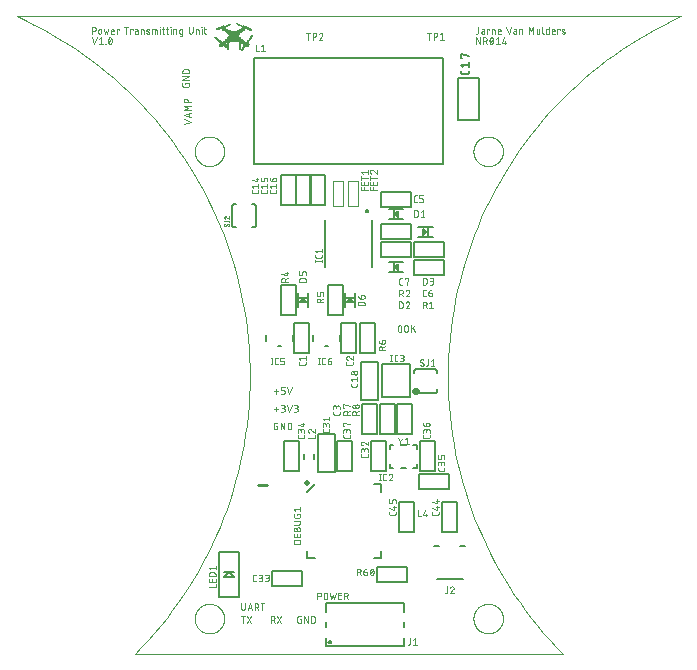
<source format=gto>
G75*
%MOIN*%
%OFA0B0*%
%FSLAX25Y25*%
%IPPOS*%
%LPD*%
%AMOC8*
5,1,8,0,0,1.08239X$1,22.5*
%
%ADD10C,0.00000*%
%ADD11C,0.00039*%
%ADD12C,0.00200*%
%ADD13R,0.00080X0.00010*%
%ADD14R,0.00120X0.00010*%
%ADD15R,0.00160X0.00010*%
%ADD16R,0.00180X0.00010*%
%ADD17R,0.00200X0.00010*%
%ADD18R,0.00230X0.00010*%
%ADD19R,0.00250X0.00010*%
%ADD20R,0.00270X0.00010*%
%ADD21R,0.00290X0.00010*%
%ADD22R,0.00320X0.00010*%
%ADD23R,0.00330X0.00010*%
%ADD24R,0.00350X0.00010*%
%ADD25R,0.00370X0.00010*%
%ADD26R,0.00390X0.00010*%
%ADD27R,0.00420X0.00010*%
%ADD28R,0.00430X0.00010*%
%ADD29R,0.00450X0.00010*%
%ADD30R,0.00470X0.00010*%
%ADD31R,0.00490X0.00010*%
%ADD32R,0.00050X0.00010*%
%ADD33R,0.00500X0.00010*%
%ADD34R,0.00090X0.00010*%
%ADD35R,0.00520X0.00010*%
%ADD36R,0.00110X0.00010*%
%ADD37R,0.00550X0.00010*%
%ADD38R,0.00140X0.00010*%
%ADD39R,0.00560X0.00010*%
%ADD40R,0.00170X0.00010*%
%ADD41R,0.00580X0.00010*%
%ADD42R,0.00210X0.00010*%
%ADD43R,0.00590X0.00010*%
%ADD44R,0.00260X0.00010*%
%ADD45R,0.00610X0.00010*%
%ADD46R,0.00280X0.00010*%
%ADD47R,0.00010X0.00010*%
%ADD48R,0.00020X0.00010*%
%ADD49R,0.00620X0.00010*%
%ADD50R,0.00150X0.00010*%
%ADD51R,0.00630X0.00010*%
%ADD52R,0.00650X0.00010*%
%ADD53R,0.00660X0.00010*%
%ADD54R,0.00360X0.00010*%
%ADD55R,0.00680X0.00010*%
%ADD56R,0.00370X0.00010*%
%ADD57R,0.00240X0.00010*%
%ADD58R,0.00690X0.00010*%
%ADD59R,0.00380X0.00010*%
%ADD60R,0.00700X0.00010*%
%ADD61R,0.00710X0.00010*%
%ADD62R,0.00720X0.00010*%
%ADD63R,0.00740X0.00010*%
%ADD64R,0.00750X0.00010*%
%ADD65R,0.00760X0.00010*%
%ADD66R,0.00400X0.00010*%
%ADD67R,0.00300X0.00010*%
%ADD68R,0.00770X0.00010*%
%ADD69R,0.00310X0.00010*%
%ADD70R,0.00780X0.00010*%
%ADD71R,0.00790X0.00010*%
%ADD72R,0.00800X0.00010*%
%ADD73R,0.00810X0.00010*%
%ADD74R,0.00410X0.00010*%
%ADD75R,0.00340X0.00010*%
%ADD76R,0.00830X0.00010*%
%ADD77R,0.00840X0.00010*%
%ADD78R,0.00850X0.00010*%
%ADD79R,0.00870X0.00010*%
%ADD80R,0.00860X0.00010*%
%ADD81R,0.00870X0.00010*%
%ADD82R,0.00880X0.00010*%
%ADD83R,0.00440X0.00010*%
%ADD84R,0.00890X0.00010*%
%ADD85R,0.00460X0.00010*%
%ADD86R,0.00900X0.00010*%
%ADD87R,0.00480X0.00010*%
%ADD88R,0.00910X0.00010*%
%ADD89R,0.00920X0.00010*%
%ADD90R,0.00920X0.00010*%
%ADD91R,0.00510X0.00010*%
%ADD92R,0.00930X0.00010*%
%ADD93R,0.00520X0.00010*%
%ADD94R,0.00530X0.00010*%
%ADD95R,0.00940X0.00010*%
%ADD96R,0.00950X0.00010*%
%ADD97R,0.00600X0.00010*%
%ADD98R,0.00960X0.00010*%
%ADD99R,0.00670X0.00010*%
%ADD100R,0.00970X0.00010*%
%ADD101R,0.00770X0.00010*%
%ADD102R,0.00970X0.00010*%
%ADD103R,0.00980X0.00010*%
%ADD104R,0.00820X0.00010*%
%ADD105R,0.00990X0.00010*%
%ADD106R,0.00990X0.00010*%
%ADD107R,0.01010X0.00010*%
%ADD108R,0.01020X0.00010*%
%ADD109R,0.01040X0.00010*%
%ADD110R,0.01050X0.00010*%
%ADD111R,0.01060X0.00010*%
%ADD112R,0.01080X0.00010*%
%ADD113R,0.01090X0.00010*%
%ADD114R,0.01090X0.00010*%
%ADD115R,0.01110X0.00010*%
%ADD116R,0.01120X0.00010*%
%ADD117R,0.01130X0.00010*%
%ADD118R,0.01140X0.00010*%
%ADD119R,0.01160X0.00010*%
%ADD120R,0.01150X0.00010*%
%ADD121R,0.01170X0.00010*%
%ADD122R,0.00190X0.00010*%
%ADD123R,0.01180X0.00010*%
%ADD124R,0.01190X0.00010*%
%ADD125R,0.01190X0.00010*%
%ADD126R,0.01200X0.00010*%
%ADD127R,0.01210X0.00010*%
%ADD128R,0.01220X0.00010*%
%ADD129R,0.00730X0.00010*%
%ADD130R,0.01230X0.00010*%
%ADD131R,0.01250X0.00010*%
%ADD132R,0.01270X0.00010*%
%ADD133R,0.00570X0.00010*%
%ADD134R,0.00620X0.00010*%
%ADD135R,0.01290X0.00010*%
%ADD136R,0.00670X0.00010*%
%ADD137R,0.01310X0.00010*%
%ADD138R,0.01000X0.00010*%
%ADD139R,0.00790X0.00010*%
%ADD140R,0.01330X0.00010*%
%ADD141R,0.01030X0.00010*%
%ADD142R,0.01340X0.00010*%
%ADD143R,0.00940X0.00010*%
%ADD144R,0.01350X0.00010*%
%ADD145R,0.00890X0.00010*%
%ADD146R,0.01070X0.00010*%
%ADD147R,0.01360X0.00010*%
%ADD148R,0.01100X0.00010*%
%ADD149R,0.01380X0.00010*%
%ADD150R,0.01400X0.00010*%
%ADD151R,0.01960X0.00010*%
%ADD152R,0.01410X0.00010*%
%ADD153R,0.01950X0.00010*%
%ADD154R,0.01420X0.00010*%
%ADD155R,0.01430X0.00010*%
%ADD156R,0.01440X0.00010*%
%ADD157R,0.01450X0.00010*%
%ADD158R,0.01940X0.00010*%
%ADD159R,0.01460X0.00010*%
%ADD160R,0.01220X0.00010*%
%ADD161R,0.01240X0.00010*%
%ADD162R,0.01480X0.00010*%
%ADD163R,0.01490X0.00010*%
%ADD164R,0.01940X0.00010*%
%ADD165R,0.01500X0.00010*%
%ADD166R,0.01280X0.00010*%
%ADD167R,0.01510X0.00010*%
%ADD168R,0.01530X0.00010*%
%ADD169R,0.01300X0.00010*%
%ADD170R,0.01320X0.00010*%
%ADD171R,0.01540X0.00010*%
%ADD172R,0.01550X0.00010*%
%ADD173R,0.01560X0.00010*%
%ADD174R,0.01570X0.00010*%
%ADD175R,0.01370X0.00010*%
%ADD176R,0.01570X0.00010*%
%ADD177R,0.01930X0.00010*%
%ADD178R,0.01590X0.00010*%
%ADD179R,0.01600X0.00010*%
%ADD180R,0.01610X0.00010*%
%ADD181R,0.01920X0.00010*%
%ADD182R,0.03010X0.00010*%
%ADD183R,0.01910X0.00010*%
%ADD184R,0.02590X0.00010*%
%ADD185R,0.02570X0.00010*%
%ADD186R,0.01900X0.00010*%
%ADD187R,0.02550X0.00010*%
%ADD188R,0.01880X0.00010*%
%ADD189R,0.02540X0.00010*%
%ADD190R,0.01890X0.00010*%
%ADD191R,0.02530X0.00010*%
%ADD192R,0.02510X0.00010*%
%ADD193R,0.01870X0.00010*%
%ADD194R,0.02490X0.00010*%
%ADD195R,0.01860X0.00010*%
%ADD196R,0.02480X0.00010*%
%ADD197R,0.01850X0.00010*%
%ADD198R,0.02470X0.00010*%
%ADD199R,0.02460X0.00010*%
%ADD200R,0.01840X0.00010*%
%ADD201R,0.02450X0.00010*%
%ADD202R,0.01830X0.00010*%
%ADD203R,0.02440X0.00010*%
%ADD204R,0.02430X0.00010*%
%ADD205R,0.01820X0.00010*%
%ADD206R,0.02420X0.00010*%
%ADD207R,0.02400X0.00010*%
%ADD208R,0.01810X0.00010*%
%ADD209R,0.02390X0.00010*%
%ADD210R,0.01800X0.00010*%
%ADD211R,0.02370X0.00010*%
%ADD212R,0.01790X0.00010*%
%ADD213R,0.02350X0.00010*%
%ADD214R,0.01780X0.00010*%
%ADD215R,0.02340X0.00010*%
%ADD216R,0.02330X0.00010*%
%ADD217R,0.01770X0.00010*%
%ADD218R,0.02320X0.00010*%
%ADD219R,0.01760X0.00010*%
%ADD220R,0.02300X0.00010*%
%ADD221R,0.02280X0.00010*%
%ADD222R,0.01750X0.00010*%
%ADD223R,0.02270X0.00010*%
%ADD224R,0.02260X0.00010*%
%ADD225R,0.01740X0.00010*%
%ADD226R,0.02250X0.00010*%
%ADD227R,0.01720X0.00010*%
%ADD228R,0.02230X0.00010*%
%ADD229R,0.02210X0.00010*%
%ADD230R,0.01710X0.00010*%
%ADD231R,0.02200X0.00010*%
%ADD232R,0.00390X0.00010*%
%ADD233R,0.01700X0.00010*%
%ADD234R,0.02180X0.00010*%
%ADD235R,0.01690X0.00010*%
%ADD236R,0.02170X0.00010*%
%ADD237R,0.02140X0.00010*%
%ADD238R,0.01670X0.00010*%
%ADD239R,0.02130X0.00010*%
%ADD240R,0.01660X0.00010*%
%ADD241R,0.02110X0.00010*%
%ADD242R,0.02100X0.00010*%
%ADD243R,0.01680X0.00010*%
%ADD244R,0.02080X0.00010*%
%ADD245R,0.02060X0.00010*%
%ADD246R,0.01730X0.00010*%
%ADD247R,0.02040X0.00010*%
%ADD248R,0.01740X0.00010*%
%ADD249R,0.02020X0.00010*%
%ADD250R,0.02000X0.00010*%
%ADD251R,0.01980X0.00010*%
%ADD252R,0.01870X0.00010*%
%ADD253R,0.01920X0.00010*%
%ADD254R,0.01970X0.00010*%
%ADD255R,0.01990X0.00010*%
%ADD256R,0.01970X0.00010*%
%ADD257R,0.02030X0.00010*%
%ADD258R,0.02010X0.00010*%
%ADD259R,0.02050X0.00010*%
%ADD260R,0.02070X0.00010*%
%ADD261R,0.02090X0.00010*%
%ADD262R,0.02120X0.00010*%
%ADD263R,0.02140X0.00010*%
%ADD264R,0.02150X0.00010*%
%ADD265R,0.02290X0.00010*%
%ADD266R,0.02310X0.00010*%
%ADD267R,0.02360X0.00010*%
%ADD268R,0.02380X0.00010*%
%ADD269R,0.02410X0.00010*%
%ADD270R,0.02390X0.00010*%
%ADD271R,0.00470X0.00010*%
%ADD272R,0.02470X0.00010*%
%ADD273R,0.02520X0.00010*%
%ADD274R,0.02500X0.00010*%
%ADD275R,0.03020X0.00010*%
%ADD276R,0.02610X0.00010*%
%ADD277R,0.02640X0.00010*%
%ADD278R,0.02650X0.00010*%
%ADD279R,0.02690X0.00010*%
%ADD280R,0.03170X0.00010*%
%ADD281R,0.03160X0.00010*%
%ADD282R,0.03030X0.00010*%
%ADD283R,0.03170X0.00010*%
%ADD284R,0.00720X0.00010*%
%ADD285R,0.00820X0.00010*%
%ADD286R,0.02220X0.00010*%
%ADD287R,0.02020X0.00010*%
%ADD288R,0.02190X0.00010*%
%ADD289R,0.02070X0.00010*%
%ADD290R,0.00640X0.00010*%
%ADD291R,0.00020X0.00010*%
%ADD292R,0.00840X0.00010*%
%ADD293R,0.00420X0.00010*%
%ADD294R,0.02090X0.00010*%
%ADD295R,0.02340X0.00010*%
%ADD296R,0.01520X0.00010*%
%ADD297R,0.01580X0.00010*%
%ADD298R,0.01640X0.00010*%
%ADD299R,0.00640X0.00010*%
%ADD300R,0.00440X0.00010*%
%ADD301R,0.02120X0.00010*%
%ADD302R,0.00030X0.00010*%
%ADD303R,0.00070X0.00010*%
%ADD304R,0.03090X0.00010*%
%ADD305R,0.03070X0.00010*%
%ADD306R,0.03060X0.00010*%
%ADD307R,0.03050X0.00010*%
%ADD308R,0.00040X0.00010*%
%ADD309R,0.00060X0.00010*%
%ADD310R,0.03000X0.00010*%
%ADD311R,0.00290X0.00010*%
%ADD312R,0.00100X0.00010*%
%ADD313R,0.02970X0.00010*%
%ADD314R,0.00540X0.00010*%
%ADD315R,0.00240X0.00010*%
%ADD316R,0.02970X0.00010*%
%ADD317R,0.00040X0.00010*%
%ADD318R,0.00130X0.00010*%
%ADD319R,0.00220X0.00010*%
%ADD320R,0.02960X0.00010*%
%ADD321R,0.00140X0.00010*%
%ADD322R,0.02940X0.00010*%
%ADD323R,0.02990X0.00010*%
%ADD324R,0.00320X0.00010*%
%ADD325R,0.02930X0.00010*%
%ADD326R,0.00340X0.00010*%
%ADD327R,0.02910X0.00010*%
%ADD328R,0.00570X0.00010*%
%ADD329R,0.02900X0.00010*%
%ADD330R,0.02890X0.00010*%
%ADD331R,0.00190X0.00010*%
%ADD332R,0.02880X0.00010*%
%ADD333R,0.02870X0.00010*%
%ADD334R,0.02850X0.00010*%
%ADD335R,0.02830X0.00010*%
%ADD336R,0.02890X0.00010*%
%ADD337R,0.00220X0.00010*%
%ADD338R,0.02840X0.00010*%
%ADD339R,0.02810X0.00010*%
%ADD340R,0.02860X0.00010*%
%ADD341R,0.02800X0.00010*%
%ADD342R,0.02780X0.00010*%
%ADD343R,0.02980X0.00010*%
%ADD344R,0.02770X0.00010*%
%ADD345R,0.02790X0.00010*%
%ADD346R,0.02760X0.00010*%
%ADD347R,0.02770X0.00010*%
%ADD348R,0.02750X0.00010*%
%ADD349R,0.02740X0.00010*%
%ADD350R,0.02720X0.00010*%
%ADD351R,0.02720X0.00010*%
%ADD352R,0.02710X0.00010*%
%ADD353R,0.03260X0.00010*%
%ADD354R,0.02700X0.00010*%
%ADD355R,0.01260X0.00010*%
%ADD356R,0.01890X0.00010*%
%ADD357R,0.02160X0.00010*%
%ADD358R,0.01820X0.00010*%
%ADD359R,0.01120X0.00010*%
%ADD360R,0.01720X0.00010*%
%ADD361R,0.02040X0.00010*%
%ADD362R,0.01670X0.00010*%
%ADD363R,0.01650X0.00010*%
%ADD364R,0.00540X0.00010*%
%ADD365R,0.01630X0.00010*%
%ADD366R,0.01620X0.00010*%
%ADD367R,0.01520X0.00010*%
%ADD368R,0.01770X0.00010*%
%ADD369R,0.01470X0.00010*%
%ADD370R,0.01590X0.00010*%
%ADD371R,0.00590X0.00010*%
%ADD372R,0.01620X0.00010*%
%ADD373R,0.01340X0.00010*%
%ADD374R,0.01320X0.00010*%
%ADD375R,0.01540X0.00010*%
%ADD376R,0.01290X0.00010*%
%ADD377R,0.01490X0.00010*%
%ADD378R,0.01470X0.00010*%
%ADD379R,0.01240X0.00010*%
%ADD380R,0.01420X0.00010*%
%ADD381R,0.01390X0.00010*%
%ADD382R,0.01170X0.00010*%
%ADD383R,0.00690X0.00010*%
%ADD384R,0.01690X0.00010*%
%ADD385R,0.01020X0.00010*%
%ADD386R,0.00740X0.00010*%
%ADD387R,0.01140X0.00010*%
%ADD388R,0.01270X0.00010*%
%ADD389R,0.01440X0.00010*%
%ADD390R,0.01390X0.00010*%
%ADD391R,0.03040X0.00010*%
%ADD392R,0.04790X0.00010*%
%ADD393R,0.04810X0.00010*%
%ADD394R,0.04820X0.00010*%
%ADD395R,0.04840X0.00010*%
%ADD396R,0.04860X0.00010*%
%ADD397R,0.04880X0.00010*%
%ADD398R,0.04900X0.00010*%
%ADD399R,0.04920X0.00010*%
%ADD400R,0.04940X0.00010*%
%ADD401R,0.04960X0.00010*%
%ADD402R,0.04980X0.00010*%
%ADD403R,0.04990X0.00010*%
%ADD404R,0.05020X0.00010*%
%ADD405R,0.05030X0.00010*%
%ADD406R,0.05060X0.00010*%
%ADD407R,0.05070X0.00010*%
%ADD408R,0.05090X0.00010*%
%ADD409R,0.05110X0.00010*%
%ADD410R,0.05130X0.00010*%
%ADD411R,0.05160X0.00010*%
%ADD412R,0.05170X0.00010*%
%ADD413R,0.05210X0.00010*%
%ADD414R,0.05220X0.00010*%
%ADD415R,0.05240X0.00010*%
%ADD416R,0.05270X0.00010*%
%ADD417R,0.02440X0.00010*%
%ADD418R,0.02290X0.00010*%
%ADD419R,0.01370X0.00010*%
%ADD420R,0.01070X0.00010*%
%ADD421R,0.01040X0.00010*%
%ADD422R,0.00270X0.00010*%
%ADD423R,0.00170X0.00010*%
%ADD424C,0.00800*%
%ADD425C,0.00600*%
%ADD426C,0.00500*%
%ADD427R,0.00787X0.03150*%
%ADD428C,0.00787*%
%ADD429C,0.01181*%
%ADD430R,0.03150X0.00787*%
%ADD431C,0.01000*%
%ADD432C,0.01969*%
%ADD433C,0.00394*%
%ADD434C,0.00100*%
D10*
X0073943Y0027191D02*
X0216659Y0027191D01*
X0178274Y0119711D02*
X0178317Y0122928D01*
X0178438Y0126143D01*
X0178637Y0129354D01*
X0178915Y0132559D01*
X0179271Y0135756D01*
X0179705Y0138944D01*
X0180216Y0142120D01*
X0180805Y0145283D01*
X0181471Y0148431D01*
X0182214Y0151561D01*
X0183032Y0154672D01*
X0183927Y0157763D01*
X0184896Y0160830D01*
X0185941Y0163873D01*
X0187059Y0166890D01*
X0188250Y0169878D01*
X0189514Y0172837D01*
X0190850Y0175764D01*
X0192257Y0178657D01*
X0193734Y0181515D01*
X0195280Y0184336D01*
X0196895Y0187119D01*
X0198577Y0189861D01*
X0200326Y0192562D01*
X0202140Y0195219D01*
X0204018Y0197831D01*
X0205960Y0200396D01*
X0207964Y0202913D01*
X0210028Y0205381D01*
X0212152Y0207797D01*
X0214334Y0210161D01*
X0216574Y0212471D01*
X0218869Y0214725D01*
X0221219Y0216923D01*
X0223621Y0219063D01*
X0226075Y0221143D01*
X0228579Y0223163D01*
X0231131Y0225121D01*
X0233731Y0227017D01*
X0236376Y0228848D01*
X0239065Y0230615D01*
X0241796Y0232315D01*
X0244568Y0233948D01*
X0247379Y0235512D01*
X0250228Y0237008D01*
X0253112Y0238434D01*
X0256030Y0239789D01*
X0256029Y0239789D02*
X0034572Y0239789D01*
X0112328Y0119710D02*
X0112279Y0116500D01*
X0112151Y0113291D01*
X0111945Y0110087D01*
X0111661Y0106888D01*
X0111299Y0103698D01*
X0110860Y0100517D01*
X0110343Y0097348D01*
X0109749Y0094193D01*
X0109078Y0091053D01*
X0108331Y0087930D01*
X0107508Y0084826D01*
X0106610Y0081743D01*
X0105637Y0078684D01*
X0104589Y0075648D01*
X0103468Y0072639D01*
X0102273Y0069659D01*
X0101007Y0066708D01*
X0099669Y0063789D01*
X0098260Y0060904D01*
X0096781Y0058054D01*
X0095233Y0055241D01*
X0093617Y0052466D01*
X0091934Y0049731D01*
X0090185Y0047039D01*
X0088371Y0044390D01*
X0086492Y0041785D01*
X0084551Y0039228D01*
X0082548Y0036718D01*
X0080484Y0034258D01*
X0078361Y0031849D01*
X0076180Y0029493D01*
X0073942Y0027190D01*
X0112328Y0119711D02*
X0112285Y0122928D01*
X0112164Y0126143D01*
X0111965Y0129354D01*
X0111687Y0132559D01*
X0111331Y0135756D01*
X0110897Y0138944D01*
X0110386Y0142120D01*
X0109797Y0145283D01*
X0109131Y0148431D01*
X0108388Y0151561D01*
X0107570Y0154672D01*
X0106675Y0157763D01*
X0105706Y0160830D01*
X0104661Y0163873D01*
X0103543Y0166890D01*
X0102352Y0169878D01*
X0101088Y0172837D01*
X0099752Y0175764D01*
X0098345Y0178657D01*
X0096868Y0181515D01*
X0095322Y0184336D01*
X0093707Y0187119D01*
X0092025Y0189861D01*
X0090276Y0192562D01*
X0088462Y0195219D01*
X0086584Y0197831D01*
X0084642Y0200396D01*
X0082638Y0202913D01*
X0080574Y0205381D01*
X0078450Y0207797D01*
X0076268Y0210161D01*
X0074028Y0212471D01*
X0071733Y0214725D01*
X0069383Y0216923D01*
X0066981Y0219063D01*
X0064527Y0221143D01*
X0062023Y0223163D01*
X0059471Y0225121D01*
X0056871Y0227017D01*
X0054226Y0228848D01*
X0051537Y0230615D01*
X0048806Y0232315D01*
X0046034Y0233948D01*
X0043223Y0235512D01*
X0040374Y0237008D01*
X0037490Y0238434D01*
X0034572Y0239789D01*
X0178273Y0119710D02*
X0178322Y0116500D01*
X0178450Y0113291D01*
X0178656Y0110087D01*
X0178940Y0106888D01*
X0179302Y0103698D01*
X0179741Y0100517D01*
X0180258Y0097348D01*
X0180852Y0094193D01*
X0181523Y0091053D01*
X0182270Y0087930D01*
X0183093Y0084826D01*
X0183991Y0081743D01*
X0184964Y0078684D01*
X0186012Y0075648D01*
X0187133Y0072639D01*
X0188328Y0069659D01*
X0189594Y0066708D01*
X0190932Y0063789D01*
X0192341Y0060904D01*
X0193820Y0058054D01*
X0195368Y0055241D01*
X0196984Y0052466D01*
X0198667Y0049731D01*
X0200416Y0047039D01*
X0202230Y0044390D01*
X0204109Y0041785D01*
X0206050Y0039228D01*
X0208053Y0036718D01*
X0210117Y0034258D01*
X0212240Y0031849D01*
X0214421Y0029493D01*
X0216659Y0027190D01*
D11*
X0186836Y0039002D02*
X0186838Y0039142D01*
X0186844Y0039282D01*
X0186854Y0039421D01*
X0186868Y0039560D01*
X0186886Y0039699D01*
X0186907Y0039837D01*
X0186933Y0039975D01*
X0186963Y0040112D01*
X0186996Y0040247D01*
X0187034Y0040382D01*
X0187075Y0040516D01*
X0187120Y0040649D01*
X0187168Y0040780D01*
X0187221Y0040909D01*
X0187277Y0041038D01*
X0187336Y0041164D01*
X0187400Y0041289D01*
X0187466Y0041412D01*
X0187537Y0041533D01*
X0187610Y0041652D01*
X0187687Y0041769D01*
X0187768Y0041883D01*
X0187851Y0041995D01*
X0187938Y0042105D01*
X0188028Y0042213D01*
X0188120Y0042317D01*
X0188216Y0042419D01*
X0188315Y0042519D01*
X0188416Y0042615D01*
X0188520Y0042709D01*
X0188627Y0042799D01*
X0188736Y0042886D01*
X0188848Y0042971D01*
X0188962Y0043052D01*
X0189078Y0043130D01*
X0189196Y0043204D01*
X0189317Y0043275D01*
X0189439Y0043343D01*
X0189564Y0043407D01*
X0189690Y0043468D01*
X0189817Y0043525D01*
X0189947Y0043578D01*
X0190078Y0043628D01*
X0190210Y0043673D01*
X0190343Y0043716D01*
X0190478Y0043754D01*
X0190613Y0043788D01*
X0190750Y0043819D01*
X0190887Y0043846D01*
X0191025Y0043868D01*
X0191164Y0043887D01*
X0191303Y0043902D01*
X0191442Y0043913D01*
X0191582Y0043920D01*
X0191722Y0043923D01*
X0191862Y0043922D01*
X0192002Y0043917D01*
X0192141Y0043908D01*
X0192281Y0043895D01*
X0192420Y0043878D01*
X0192558Y0043857D01*
X0192696Y0043833D01*
X0192833Y0043804D01*
X0192969Y0043772D01*
X0193104Y0043735D01*
X0193238Y0043695D01*
X0193371Y0043651D01*
X0193502Y0043603D01*
X0193632Y0043552D01*
X0193761Y0043497D01*
X0193888Y0043438D01*
X0194013Y0043375D01*
X0194136Y0043310D01*
X0194258Y0043240D01*
X0194377Y0043167D01*
X0194495Y0043091D01*
X0194610Y0043012D01*
X0194723Y0042929D01*
X0194833Y0042843D01*
X0194941Y0042754D01*
X0195046Y0042662D01*
X0195149Y0042567D01*
X0195249Y0042469D01*
X0195346Y0042369D01*
X0195440Y0042265D01*
X0195532Y0042159D01*
X0195620Y0042051D01*
X0195705Y0041940D01*
X0195787Y0041826D01*
X0195866Y0041710D01*
X0195941Y0041593D01*
X0196013Y0041473D01*
X0196081Y0041351D01*
X0196146Y0041227D01*
X0196208Y0041101D01*
X0196266Y0040974D01*
X0196320Y0040845D01*
X0196371Y0040714D01*
X0196417Y0040582D01*
X0196460Y0040449D01*
X0196500Y0040315D01*
X0196535Y0040180D01*
X0196567Y0040043D01*
X0196594Y0039906D01*
X0196618Y0039768D01*
X0196638Y0039630D01*
X0196654Y0039491D01*
X0196666Y0039351D01*
X0196674Y0039212D01*
X0196678Y0039072D01*
X0196678Y0038932D01*
X0196674Y0038792D01*
X0196666Y0038653D01*
X0196654Y0038513D01*
X0196638Y0038374D01*
X0196618Y0038236D01*
X0196594Y0038098D01*
X0196567Y0037961D01*
X0196535Y0037824D01*
X0196500Y0037689D01*
X0196460Y0037555D01*
X0196417Y0037422D01*
X0196371Y0037290D01*
X0196320Y0037159D01*
X0196266Y0037030D01*
X0196208Y0036903D01*
X0196146Y0036777D01*
X0196081Y0036653D01*
X0196013Y0036531D01*
X0195941Y0036411D01*
X0195866Y0036294D01*
X0195787Y0036178D01*
X0195705Y0036064D01*
X0195620Y0035953D01*
X0195532Y0035845D01*
X0195440Y0035739D01*
X0195346Y0035635D01*
X0195249Y0035535D01*
X0195149Y0035437D01*
X0195046Y0035342D01*
X0194941Y0035250D01*
X0194833Y0035161D01*
X0194723Y0035075D01*
X0194610Y0034992D01*
X0194495Y0034913D01*
X0194377Y0034837D01*
X0194258Y0034764D01*
X0194136Y0034694D01*
X0194013Y0034629D01*
X0193888Y0034566D01*
X0193761Y0034507D01*
X0193632Y0034452D01*
X0193502Y0034401D01*
X0193371Y0034353D01*
X0193238Y0034309D01*
X0193104Y0034269D01*
X0192969Y0034232D01*
X0192833Y0034200D01*
X0192696Y0034171D01*
X0192558Y0034147D01*
X0192420Y0034126D01*
X0192281Y0034109D01*
X0192141Y0034096D01*
X0192002Y0034087D01*
X0191862Y0034082D01*
X0191722Y0034081D01*
X0191582Y0034084D01*
X0191442Y0034091D01*
X0191303Y0034102D01*
X0191164Y0034117D01*
X0191025Y0034136D01*
X0190887Y0034158D01*
X0190750Y0034185D01*
X0190613Y0034216D01*
X0190478Y0034250D01*
X0190343Y0034288D01*
X0190210Y0034331D01*
X0190078Y0034376D01*
X0189947Y0034426D01*
X0189817Y0034479D01*
X0189690Y0034536D01*
X0189564Y0034597D01*
X0189439Y0034661D01*
X0189317Y0034729D01*
X0189196Y0034800D01*
X0189078Y0034874D01*
X0188962Y0034952D01*
X0188848Y0035033D01*
X0188736Y0035118D01*
X0188627Y0035205D01*
X0188520Y0035295D01*
X0188416Y0035389D01*
X0188315Y0035485D01*
X0188216Y0035585D01*
X0188120Y0035687D01*
X0188028Y0035791D01*
X0187938Y0035899D01*
X0187851Y0036009D01*
X0187768Y0036121D01*
X0187687Y0036235D01*
X0187610Y0036352D01*
X0187537Y0036471D01*
X0187466Y0036592D01*
X0187400Y0036715D01*
X0187336Y0036840D01*
X0187277Y0036966D01*
X0187221Y0037095D01*
X0187168Y0037224D01*
X0187120Y0037355D01*
X0187075Y0037488D01*
X0187034Y0037622D01*
X0186996Y0037757D01*
X0186963Y0037892D01*
X0186933Y0038029D01*
X0186907Y0038167D01*
X0186886Y0038305D01*
X0186868Y0038444D01*
X0186854Y0038583D01*
X0186844Y0038722D01*
X0186838Y0038862D01*
X0186836Y0039002D01*
X0093923Y0039002D02*
X0093925Y0039142D01*
X0093931Y0039282D01*
X0093941Y0039421D01*
X0093955Y0039560D01*
X0093973Y0039699D01*
X0093994Y0039837D01*
X0094020Y0039975D01*
X0094050Y0040112D01*
X0094083Y0040247D01*
X0094121Y0040382D01*
X0094162Y0040516D01*
X0094207Y0040649D01*
X0094255Y0040780D01*
X0094308Y0040909D01*
X0094364Y0041038D01*
X0094423Y0041164D01*
X0094487Y0041289D01*
X0094553Y0041412D01*
X0094624Y0041533D01*
X0094697Y0041652D01*
X0094774Y0041769D01*
X0094855Y0041883D01*
X0094938Y0041995D01*
X0095025Y0042105D01*
X0095115Y0042213D01*
X0095207Y0042317D01*
X0095303Y0042419D01*
X0095402Y0042519D01*
X0095503Y0042615D01*
X0095607Y0042709D01*
X0095714Y0042799D01*
X0095823Y0042886D01*
X0095935Y0042971D01*
X0096049Y0043052D01*
X0096165Y0043130D01*
X0096283Y0043204D01*
X0096404Y0043275D01*
X0096526Y0043343D01*
X0096651Y0043407D01*
X0096777Y0043468D01*
X0096904Y0043525D01*
X0097034Y0043578D01*
X0097165Y0043628D01*
X0097297Y0043673D01*
X0097430Y0043716D01*
X0097565Y0043754D01*
X0097700Y0043788D01*
X0097837Y0043819D01*
X0097974Y0043846D01*
X0098112Y0043868D01*
X0098251Y0043887D01*
X0098390Y0043902D01*
X0098529Y0043913D01*
X0098669Y0043920D01*
X0098809Y0043923D01*
X0098949Y0043922D01*
X0099089Y0043917D01*
X0099228Y0043908D01*
X0099368Y0043895D01*
X0099507Y0043878D01*
X0099645Y0043857D01*
X0099783Y0043833D01*
X0099920Y0043804D01*
X0100056Y0043772D01*
X0100191Y0043735D01*
X0100325Y0043695D01*
X0100458Y0043651D01*
X0100589Y0043603D01*
X0100719Y0043552D01*
X0100848Y0043497D01*
X0100975Y0043438D01*
X0101100Y0043375D01*
X0101223Y0043310D01*
X0101345Y0043240D01*
X0101464Y0043167D01*
X0101582Y0043091D01*
X0101697Y0043012D01*
X0101810Y0042929D01*
X0101920Y0042843D01*
X0102028Y0042754D01*
X0102133Y0042662D01*
X0102236Y0042567D01*
X0102336Y0042469D01*
X0102433Y0042369D01*
X0102527Y0042265D01*
X0102619Y0042159D01*
X0102707Y0042051D01*
X0102792Y0041940D01*
X0102874Y0041826D01*
X0102953Y0041710D01*
X0103028Y0041593D01*
X0103100Y0041473D01*
X0103168Y0041351D01*
X0103233Y0041227D01*
X0103295Y0041101D01*
X0103353Y0040974D01*
X0103407Y0040845D01*
X0103458Y0040714D01*
X0103504Y0040582D01*
X0103547Y0040449D01*
X0103587Y0040315D01*
X0103622Y0040180D01*
X0103654Y0040043D01*
X0103681Y0039906D01*
X0103705Y0039768D01*
X0103725Y0039630D01*
X0103741Y0039491D01*
X0103753Y0039351D01*
X0103761Y0039212D01*
X0103765Y0039072D01*
X0103765Y0038932D01*
X0103761Y0038792D01*
X0103753Y0038653D01*
X0103741Y0038513D01*
X0103725Y0038374D01*
X0103705Y0038236D01*
X0103681Y0038098D01*
X0103654Y0037961D01*
X0103622Y0037824D01*
X0103587Y0037689D01*
X0103547Y0037555D01*
X0103504Y0037422D01*
X0103458Y0037290D01*
X0103407Y0037159D01*
X0103353Y0037030D01*
X0103295Y0036903D01*
X0103233Y0036777D01*
X0103168Y0036653D01*
X0103100Y0036531D01*
X0103028Y0036411D01*
X0102953Y0036294D01*
X0102874Y0036178D01*
X0102792Y0036064D01*
X0102707Y0035953D01*
X0102619Y0035845D01*
X0102527Y0035739D01*
X0102433Y0035635D01*
X0102336Y0035535D01*
X0102236Y0035437D01*
X0102133Y0035342D01*
X0102028Y0035250D01*
X0101920Y0035161D01*
X0101810Y0035075D01*
X0101697Y0034992D01*
X0101582Y0034913D01*
X0101464Y0034837D01*
X0101345Y0034764D01*
X0101223Y0034694D01*
X0101100Y0034629D01*
X0100975Y0034566D01*
X0100848Y0034507D01*
X0100719Y0034452D01*
X0100589Y0034401D01*
X0100458Y0034353D01*
X0100325Y0034309D01*
X0100191Y0034269D01*
X0100056Y0034232D01*
X0099920Y0034200D01*
X0099783Y0034171D01*
X0099645Y0034147D01*
X0099507Y0034126D01*
X0099368Y0034109D01*
X0099228Y0034096D01*
X0099089Y0034087D01*
X0098949Y0034082D01*
X0098809Y0034081D01*
X0098669Y0034084D01*
X0098529Y0034091D01*
X0098390Y0034102D01*
X0098251Y0034117D01*
X0098112Y0034136D01*
X0097974Y0034158D01*
X0097837Y0034185D01*
X0097700Y0034216D01*
X0097565Y0034250D01*
X0097430Y0034288D01*
X0097297Y0034331D01*
X0097165Y0034376D01*
X0097034Y0034426D01*
X0096904Y0034479D01*
X0096777Y0034536D01*
X0096651Y0034597D01*
X0096526Y0034661D01*
X0096404Y0034729D01*
X0096283Y0034800D01*
X0096165Y0034874D01*
X0096049Y0034952D01*
X0095935Y0035033D01*
X0095823Y0035118D01*
X0095714Y0035205D01*
X0095607Y0035295D01*
X0095503Y0035389D01*
X0095402Y0035485D01*
X0095303Y0035585D01*
X0095207Y0035687D01*
X0095115Y0035791D01*
X0095025Y0035899D01*
X0094938Y0036009D01*
X0094855Y0036121D01*
X0094774Y0036235D01*
X0094697Y0036352D01*
X0094624Y0036471D01*
X0094553Y0036592D01*
X0094487Y0036715D01*
X0094423Y0036840D01*
X0094364Y0036966D01*
X0094308Y0037095D01*
X0094255Y0037224D01*
X0094207Y0037355D01*
X0094162Y0037488D01*
X0094121Y0037622D01*
X0094083Y0037757D01*
X0094050Y0037892D01*
X0094020Y0038029D01*
X0093994Y0038167D01*
X0093973Y0038305D01*
X0093955Y0038444D01*
X0093941Y0038583D01*
X0093931Y0038722D01*
X0093925Y0038862D01*
X0093923Y0039002D01*
X0093923Y0194750D02*
X0093925Y0194890D01*
X0093931Y0195030D01*
X0093941Y0195169D01*
X0093955Y0195308D01*
X0093973Y0195447D01*
X0093994Y0195585D01*
X0094020Y0195723D01*
X0094050Y0195860D01*
X0094083Y0195995D01*
X0094121Y0196130D01*
X0094162Y0196264D01*
X0094207Y0196397D01*
X0094255Y0196528D01*
X0094308Y0196657D01*
X0094364Y0196786D01*
X0094423Y0196912D01*
X0094487Y0197037D01*
X0094553Y0197160D01*
X0094624Y0197281D01*
X0094697Y0197400D01*
X0094774Y0197517D01*
X0094855Y0197631D01*
X0094938Y0197743D01*
X0095025Y0197853D01*
X0095115Y0197961D01*
X0095207Y0198065D01*
X0095303Y0198167D01*
X0095402Y0198267D01*
X0095503Y0198363D01*
X0095607Y0198457D01*
X0095714Y0198547D01*
X0095823Y0198634D01*
X0095935Y0198719D01*
X0096049Y0198800D01*
X0096165Y0198878D01*
X0096283Y0198952D01*
X0096404Y0199023D01*
X0096526Y0199091D01*
X0096651Y0199155D01*
X0096777Y0199216D01*
X0096904Y0199273D01*
X0097034Y0199326D01*
X0097165Y0199376D01*
X0097297Y0199421D01*
X0097430Y0199464D01*
X0097565Y0199502D01*
X0097700Y0199536D01*
X0097837Y0199567D01*
X0097974Y0199594D01*
X0098112Y0199616D01*
X0098251Y0199635D01*
X0098390Y0199650D01*
X0098529Y0199661D01*
X0098669Y0199668D01*
X0098809Y0199671D01*
X0098949Y0199670D01*
X0099089Y0199665D01*
X0099228Y0199656D01*
X0099368Y0199643D01*
X0099507Y0199626D01*
X0099645Y0199605D01*
X0099783Y0199581D01*
X0099920Y0199552D01*
X0100056Y0199520D01*
X0100191Y0199483D01*
X0100325Y0199443D01*
X0100458Y0199399D01*
X0100589Y0199351D01*
X0100719Y0199300D01*
X0100848Y0199245D01*
X0100975Y0199186D01*
X0101100Y0199123D01*
X0101223Y0199058D01*
X0101345Y0198988D01*
X0101464Y0198915D01*
X0101582Y0198839D01*
X0101697Y0198760D01*
X0101810Y0198677D01*
X0101920Y0198591D01*
X0102028Y0198502D01*
X0102133Y0198410D01*
X0102236Y0198315D01*
X0102336Y0198217D01*
X0102433Y0198117D01*
X0102527Y0198013D01*
X0102619Y0197907D01*
X0102707Y0197799D01*
X0102792Y0197688D01*
X0102874Y0197574D01*
X0102953Y0197458D01*
X0103028Y0197341D01*
X0103100Y0197221D01*
X0103168Y0197099D01*
X0103233Y0196975D01*
X0103295Y0196849D01*
X0103353Y0196722D01*
X0103407Y0196593D01*
X0103458Y0196462D01*
X0103504Y0196330D01*
X0103547Y0196197D01*
X0103587Y0196063D01*
X0103622Y0195928D01*
X0103654Y0195791D01*
X0103681Y0195654D01*
X0103705Y0195516D01*
X0103725Y0195378D01*
X0103741Y0195239D01*
X0103753Y0195099D01*
X0103761Y0194960D01*
X0103765Y0194820D01*
X0103765Y0194680D01*
X0103761Y0194540D01*
X0103753Y0194401D01*
X0103741Y0194261D01*
X0103725Y0194122D01*
X0103705Y0193984D01*
X0103681Y0193846D01*
X0103654Y0193709D01*
X0103622Y0193572D01*
X0103587Y0193437D01*
X0103547Y0193303D01*
X0103504Y0193170D01*
X0103458Y0193038D01*
X0103407Y0192907D01*
X0103353Y0192778D01*
X0103295Y0192651D01*
X0103233Y0192525D01*
X0103168Y0192401D01*
X0103100Y0192279D01*
X0103028Y0192159D01*
X0102953Y0192042D01*
X0102874Y0191926D01*
X0102792Y0191812D01*
X0102707Y0191701D01*
X0102619Y0191593D01*
X0102527Y0191487D01*
X0102433Y0191383D01*
X0102336Y0191283D01*
X0102236Y0191185D01*
X0102133Y0191090D01*
X0102028Y0190998D01*
X0101920Y0190909D01*
X0101810Y0190823D01*
X0101697Y0190740D01*
X0101582Y0190661D01*
X0101464Y0190585D01*
X0101345Y0190512D01*
X0101223Y0190442D01*
X0101100Y0190377D01*
X0100975Y0190314D01*
X0100848Y0190255D01*
X0100719Y0190200D01*
X0100589Y0190149D01*
X0100458Y0190101D01*
X0100325Y0190057D01*
X0100191Y0190017D01*
X0100056Y0189980D01*
X0099920Y0189948D01*
X0099783Y0189919D01*
X0099645Y0189895D01*
X0099507Y0189874D01*
X0099368Y0189857D01*
X0099228Y0189844D01*
X0099089Y0189835D01*
X0098949Y0189830D01*
X0098809Y0189829D01*
X0098669Y0189832D01*
X0098529Y0189839D01*
X0098390Y0189850D01*
X0098251Y0189865D01*
X0098112Y0189884D01*
X0097974Y0189906D01*
X0097837Y0189933D01*
X0097700Y0189964D01*
X0097565Y0189998D01*
X0097430Y0190036D01*
X0097297Y0190079D01*
X0097165Y0190124D01*
X0097034Y0190174D01*
X0096904Y0190227D01*
X0096777Y0190284D01*
X0096651Y0190345D01*
X0096526Y0190409D01*
X0096404Y0190477D01*
X0096283Y0190548D01*
X0096165Y0190622D01*
X0096049Y0190700D01*
X0095935Y0190781D01*
X0095823Y0190866D01*
X0095714Y0190953D01*
X0095607Y0191043D01*
X0095503Y0191137D01*
X0095402Y0191233D01*
X0095303Y0191333D01*
X0095207Y0191435D01*
X0095115Y0191539D01*
X0095025Y0191647D01*
X0094938Y0191757D01*
X0094855Y0191869D01*
X0094774Y0191983D01*
X0094697Y0192100D01*
X0094624Y0192219D01*
X0094553Y0192340D01*
X0094487Y0192463D01*
X0094423Y0192588D01*
X0094364Y0192714D01*
X0094308Y0192843D01*
X0094255Y0192972D01*
X0094207Y0193103D01*
X0094162Y0193236D01*
X0094121Y0193370D01*
X0094083Y0193505D01*
X0094050Y0193640D01*
X0094020Y0193777D01*
X0093994Y0193915D01*
X0093973Y0194053D01*
X0093955Y0194192D01*
X0093941Y0194331D01*
X0093931Y0194470D01*
X0093925Y0194610D01*
X0093923Y0194750D01*
X0186836Y0194750D02*
X0186838Y0194890D01*
X0186844Y0195030D01*
X0186854Y0195169D01*
X0186868Y0195308D01*
X0186886Y0195447D01*
X0186907Y0195585D01*
X0186933Y0195723D01*
X0186963Y0195860D01*
X0186996Y0195995D01*
X0187034Y0196130D01*
X0187075Y0196264D01*
X0187120Y0196397D01*
X0187168Y0196528D01*
X0187221Y0196657D01*
X0187277Y0196786D01*
X0187336Y0196912D01*
X0187400Y0197037D01*
X0187466Y0197160D01*
X0187537Y0197281D01*
X0187610Y0197400D01*
X0187687Y0197517D01*
X0187768Y0197631D01*
X0187851Y0197743D01*
X0187938Y0197853D01*
X0188028Y0197961D01*
X0188120Y0198065D01*
X0188216Y0198167D01*
X0188315Y0198267D01*
X0188416Y0198363D01*
X0188520Y0198457D01*
X0188627Y0198547D01*
X0188736Y0198634D01*
X0188848Y0198719D01*
X0188962Y0198800D01*
X0189078Y0198878D01*
X0189196Y0198952D01*
X0189317Y0199023D01*
X0189439Y0199091D01*
X0189564Y0199155D01*
X0189690Y0199216D01*
X0189817Y0199273D01*
X0189947Y0199326D01*
X0190078Y0199376D01*
X0190210Y0199421D01*
X0190343Y0199464D01*
X0190478Y0199502D01*
X0190613Y0199536D01*
X0190750Y0199567D01*
X0190887Y0199594D01*
X0191025Y0199616D01*
X0191164Y0199635D01*
X0191303Y0199650D01*
X0191442Y0199661D01*
X0191582Y0199668D01*
X0191722Y0199671D01*
X0191862Y0199670D01*
X0192002Y0199665D01*
X0192141Y0199656D01*
X0192281Y0199643D01*
X0192420Y0199626D01*
X0192558Y0199605D01*
X0192696Y0199581D01*
X0192833Y0199552D01*
X0192969Y0199520D01*
X0193104Y0199483D01*
X0193238Y0199443D01*
X0193371Y0199399D01*
X0193502Y0199351D01*
X0193632Y0199300D01*
X0193761Y0199245D01*
X0193888Y0199186D01*
X0194013Y0199123D01*
X0194136Y0199058D01*
X0194258Y0198988D01*
X0194377Y0198915D01*
X0194495Y0198839D01*
X0194610Y0198760D01*
X0194723Y0198677D01*
X0194833Y0198591D01*
X0194941Y0198502D01*
X0195046Y0198410D01*
X0195149Y0198315D01*
X0195249Y0198217D01*
X0195346Y0198117D01*
X0195440Y0198013D01*
X0195532Y0197907D01*
X0195620Y0197799D01*
X0195705Y0197688D01*
X0195787Y0197574D01*
X0195866Y0197458D01*
X0195941Y0197341D01*
X0196013Y0197221D01*
X0196081Y0197099D01*
X0196146Y0196975D01*
X0196208Y0196849D01*
X0196266Y0196722D01*
X0196320Y0196593D01*
X0196371Y0196462D01*
X0196417Y0196330D01*
X0196460Y0196197D01*
X0196500Y0196063D01*
X0196535Y0195928D01*
X0196567Y0195791D01*
X0196594Y0195654D01*
X0196618Y0195516D01*
X0196638Y0195378D01*
X0196654Y0195239D01*
X0196666Y0195099D01*
X0196674Y0194960D01*
X0196678Y0194820D01*
X0196678Y0194680D01*
X0196674Y0194540D01*
X0196666Y0194401D01*
X0196654Y0194261D01*
X0196638Y0194122D01*
X0196618Y0193984D01*
X0196594Y0193846D01*
X0196567Y0193709D01*
X0196535Y0193572D01*
X0196500Y0193437D01*
X0196460Y0193303D01*
X0196417Y0193170D01*
X0196371Y0193038D01*
X0196320Y0192907D01*
X0196266Y0192778D01*
X0196208Y0192651D01*
X0196146Y0192525D01*
X0196081Y0192401D01*
X0196013Y0192279D01*
X0195941Y0192159D01*
X0195866Y0192042D01*
X0195787Y0191926D01*
X0195705Y0191812D01*
X0195620Y0191701D01*
X0195532Y0191593D01*
X0195440Y0191487D01*
X0195346Y0191383D01*
X0195249Y0191283D01*
X0195149Y0191185D01*
X0195046Y0191090D01*
X0194941Y0190998D01*
X0194833Y0190909D01*
X0194723Y0190823D01*
X0194610Y0190740D01*
X0194495Y0190661D01*
X0194377Y0190585D01*
X0194258Y0190512D01*
X0194136Y0190442D01*
X0194013Y0190377D01*
X0193888Y0190314D01*
X0193761Y0190255D01*
X0193632Y0190200D01*
X0193502Y0190149D01*
X0193371Y0190101D01*
X0193238Y0190057D01*
X0193104Y0190017D01*
X0192969Y0189980D01*
X0192833Y0189948D01*
X0192696Y0189919D01*
X0192558Y0189895D01*
X0192420Y0189874D01*
X0192281Y0189857D01*
X0192141Y0189844D01*
X0192002Y0189835D01*
X0191862Y0189830D01*
X0191722Y0189829D01*
X0191582Y0189832D01*
X0191442Y0189839D01*
X0191303Y0189850D01*
X0191164Y0189865D01*
X0191025Y0189884D01*
X0190887Y0189906D01*
X0190750Y0189933D01*
X0190613Y0189964D01*
X0190478Y0189998D01*
X0190343Y0190036D01*
X0190210Y0190079D01*
X0190078Y0190124D01*
X0189947Y0190174D01*
X0189817Y0190227D01*
X0189690Y0190284D01*
X0189564Y0190345D01*
X0189439Y0190409D01*
X0189317Y0190477D01*
X0189196Y0190548D01*
X0189078Y0190622D01*
X0188962Y0190700D01*
X0188848Y0190781D01*
X0188736Y0190866D01*
X0188627Y0190953D01*
X0188520Y0191043D01*
X0188416Y0191137D01*
X0188315Y0191233D01*
X0188216Y0191333D01*
X0188120Y0191435D01*
X0188028Y0191539D01*
X0187938Y0191647D01*
X0187851Y0191757D01*
X0187768Y0191869D01*
X0187687Y0191983D01*
X0187610Y0192100D01*
X0187537Y0192219D01*
X0187466Y0192340D01*
X0187400Y0192463D01*
X0187336Y0192588D01*
X0187277Y0192714D01*
X0187221Y0192843D01*
X0187168Y0192972D01*
X0187120Y0193103D01*
X0187075Y0193236D01*
X0187034Y0193370D01*
X0186996Y0193505D01*
X0186963Y0193640D01*
X0186933Y0193777D01*
X0186907Y0193915D01*
X0186886Y0194053D01*
X0186868Y0194192D01*
X0186854Y0194331D01*
X0186844Y0194470D01*
X0186838Y0194610D01*
X0186836Y0194750D01*
D12*
X0170083Y0180081D02*
X0168861Y0180081D01*
X0168861Y0179103D01*
X0169594Y0179103D01*
X0169637Y0179101D01*
X0169679Y0179096D01*
X0169721Y0179086D01*
X0169761Y0179074D01*
X0169801Y0179057D01*
X0169839Y0179037D01*
X0169874Y0179015D01*
X0169908Y0178989D01*
X0169940Y0178960D01*
X0169969Y0178928D01*
X0169995Y0178894D01*
X0170017Y0178859D01*
X0170037Y0178821D01*
X0170054Y0178781D01*
X0170066Y0178741D01*
X0170076Y0178699D01*
X0170081Y0178657D01*
X0170083Y0178614D01*
X0170083Y0178370D01*
X0170081Y0178327D01*
X0170076Y0178285D01*
X0170066Y0178243D01*
X0170054Y0178203D01*
X0170037Y0178163D01*
X0170017Y0178125D01*
X0169995Y0178090D01*
X0169969Y0178056D01*
X0169940Y0178024D01*
X0169908Y0177995D01*
X0169874Y0177969D01*
X0169838Y0177947D01*
X0169801Y0177927D01*
X0169761Y0177910D01*
X0169721Y0177898D01*
X0169679Y0177888D01*
X0169637Y0177883D01*
X0169594Y0177881D01*
X0168861Y0177881D01*
X0168032Y0177881D02*
X0167543Y0177881D01*
X0167500Y0177883D01*
X0167458Y0177888D01*
X0167416Y0177898D01*
X0167376Y0177910D01*
X0167336Y0177927D01*
X0167299Y0177947D01*
X0167263Y0177969D01*
X0167229Y0177995D01*
X0167197Y0178024D01*
X0167168Y0178056D01*
X0167142Y0178090D01*
X0167120Y0178126D01*
X0167100Y0178163D01*
X0167083Y0178203D01*
X0167071Y0178243D01*
X0167061Y0178285D01*
X0167056Y0178327D01*
X0167054Y0178370D01*
X0167054Y0179592D01*
X0167056Y0179635D01*
X0167061Y0179677D01*
X0167071Y0179719D01*
X0167083Y0179759D01*
X0167100Y0179799D01*
X0167120Y0179836D01*
X0167142Y0179872D01*
X0167168Y0179906D01*
X0167197Y0179938D01*
X0167229Y0179967D01*
X0167263Y0179993D01*
X0167298Y0180015D01*
X0167336Y0180035D01*
X0167376Y0180052D01*
X0167416Y0180064D01*
X0167458Y0180074D01*
X0167500Y0180079D01*
X0167543Y0180081D01*
X0168032Y0180081D01*
X0167665Y0175160D02*
X0167054Y0175160D01*
X0167054Y0172960D01*
X0167665Y0172960D01*
X0167713Y0172962D01*
X0167761Y0172968D01*
X0167808Y0172977D01*
X0167854Y0172990D01*
X0167899Y0173007D01*
X0167942Y0173027D01*
X0167984Y0173050D01*
X0168024Y0173077D01*
X0168062Y0173106D01*
X0168097Y0173139D01*
X0168130Y0173174D01*
X0168159Y0173212D01*
X0168186Y0173252D01*
X0168209Y0173294D01*
X0168229Y0173337D01*
X0168246Y0173382D01*
X0168259Y0173428D01*
X0168268Y0173475D01*
X0168274Y0173523D01*
X0168276Y0173571D01*
X0168277Y0173571D02*
X0168277Y0174549D01*
X0168276Y0174549D02*
X0168274Y0174597D01*
X0168268Y0174645D01*
X0168259Y0174692D01*
X0168246Y0174738D01*
X0168229Y0174783D01*
X0168209Y0174826D01*
X0168186Y0174868D01*
X0168159Y0174908D01*
X0168130Y0174946D01*
X0168097Y0174981D01*
X0168062Y0175014D01*
X0168024Y0175043D01*
X0167984Y0175070D01*
X0167942Y0175093D01*
X0167899Y0175113D01*
X0167854Y0175130D01*
X0167808Y0175143D01*
X0167761Y0175152D01*
X0167713Y0175158D01*
X0167665Y0175160D01*
X0169286Y0174671D02*
X0169897Y0175160D01*
X0169897Y0172960D01*
X0169286Y0172960D02*
X0170509Y0172960D01*
X0170104Y0168923D02*
X0171088Y0167939D01*
X0170104Y0166954D01*
X0170104Y0168923D01*
X0170104Y0168729D02*
X0170298Y0168729D01*
X0170104Y0168531D02*
X0170496Y0168531D01*
X0170695Y0168332D02*
X0170104Y0168332D01*
X0170104Y0168134D02*
X0170893Y0168134D01*
X0171085Y0167935D02*
X0170104Y0167935D01*
X0170104Y0167737D02*
X0170886Y0167737D01*
X0170688Y0167538D02*
X0170104Y0167538D01*
X0170104Y0167340D02*
X0170489Y0167340D01*
X0170291Y0167141D02*
X0170104Y0167141D01*
X0161836Y0172860D02*
X0160852Y0173844D01*
X0161836Y0174828D01*
X0161836Y0172860D01*
X0161836Y0172898D02*
X0161798Y0172898D01*
X0161836Y0173096D02*
X0161600Y0173096D01*
X0161401Y0173295D02*
X0161836Y0173295D01*
X0161836Y0173493D02*
X0161203Y0173493D01*
X0161004Y0173692D02*
X0161836Y0173692D01*
X0161836Y0173890D02*
X0160898Y0173890D01*
X0161097Y0174089D02*
X0161836Y0174089D01*
X0161836Y0174287D02*
X0161295Y0174287D01*
X0161494Y0174486D02*
X0161836Y0174486D01*
X0161836Y0174684D02*
X0161692Y0174684D01*
X0154551Y0181818D02*
X0152351Y0181818D01*
X0152351Y0182796D01*
X0152351Y0183690D02*
X0152351Y0184668D01*
X0152351Y0185342D02*
X0152351Y0186564D01*
X0152351Y0185953D02*
X0154551Y0185953D01*
X0154551Y0184668D02*
X0154551Y0183690D01*
X0152351Y0183690D01*
X0151598Y0183690D02*
X0149398Y0183690D01*
X0149398Y0184668D01*
X0149398Y0185342D02*
X0149398Y0186564D01*
X0149398Y0185953D02*
X0151598Y0185953D01*
X0151598Y0184668D02*
X0151598Y0183690D01*
X0150376Y0183690D02*
X0150376Y0184423D01*
X0150376Y0182796D02*
X0150376Y0181818D01*
X0149398Y0181818D02*
X0149398Y0182796D01*
X0149398Y0181818D02*
X0151598Y0181818D01*
X0153329Y0181818D02*
X0153329Y0182796D01*
X0153329Y0183690D02*
X0153329Y0184423D01*
X0154551Y0187358D02*
X0154551Y0188580D01*
X0154551Y0187358D02*
X0153329Y0188397D01*
X0152351Y0188030D02*
X0152353Y0187978D01*
X0152359Y0187926D01*
X0152368Y0187874D01*
X0152382Y0187824D01*
X0152399Y0187774D01*
X0152420Y0187726D01*
X0152444Y0187680D01*
X0152471Y0187636D01*
X0152502Y0187593D01*
X0152536Y0187553D01*
X0152572Y0187516D01*
X0152612Y0187482D01*
X0152654Y0187450D01*
X0152697Y0187422D01*
X0152743Y0187397D01*
X0152791Y0187375D01*
X0152840Y0187357D01*
X0153329Y0188397D02*
X0153295Y0188430D01*
X0153258Y0188460D01*
X0153218Y0188488D01*
X0153177Y0188512D01*
X0153134Y0188532D01*
X0153089Y0188549D01*
X0153043Y0188563D01*
X0152996Y0188572D01*
X0152949Y0188578D01*
X0152901Y0188580D01*
X0152856Y0188578D01*
X0152810Y0188572D01*
X0152766Y0188563D01*
X0152722Y0188550D01*
X0152680Y0188534D01*
X0152639Y0188514D01*
X0152600Y0188490D01*
X0152563Y0188464D01*
X0152528Y0188435D01*
X0152496Y0188403D01*
X0152467Y0188368D01*
X0152441Y0188331D01*
X0152417Y0188292D01*
X0152397Y0188251D01*
X0152381Y0188209D01*
X0152368Y0188165D01*
X0152359Y0188121D01*
X0152353Y0188075D01*
X0152351Y0188030D01*
X0151598Y0187969D02*
X0149398Y0187969D01*
X0149887Y0187358D01*
X0151598Y0187358D02*
X0151598Y0188580D01*
X0121087Y0183862D02*
X0121087Y0182640D01*
X0121087Y0183251D02*
X0118887Y0183251D01*
X0119376Y0182640D01*
X0118887Y0181812D02*
X0118887Y0181323D01*
X0118889Y0181280D01*
X0118894Y0181238D01*
X0118904Y0181196D01*
X0118916Y0181156D01*
X0118933Y0181116D01*
X0118953Y0181078D01*
X0118975Y0181043D01*
X0119001Y0181009D01*
X0119030Y0180977D01*
X0119062Y0180948D01*
X0119096Y0180922D01*
X0119132Y0180900D01*
X0119169Y0180880D01*
X0119209Y0180863D01*
X0119249Y0180851D01*
X0119291Y0180841D01*
X0119333Y0180836D01*
X0119376Y0180834D01*
X0120598Y0180834D01*
X0120641Y0180836D01*
X0120683Y0180841D01*
X0120725Y0180851D01*
X0120765Y0180863D01*
X0120805Y0180880D01*
X0120843Y0180900D01*
X0120878Y0180922D01*
X0120912Y0180948D01*
X0120944Y0180977D01*
X0120973Y0181009D01*
X0120999Y0181043D01*
X0121021Y0181079D01*
X0121041Y0181116D01*
X0121058Y0181156D01*
X0121070Y0181196D01*
X0121080Y0181238D01*
X0121085Y0181280D01*
X0121087Y0181323D01*
X0121087Y0181812D01*
X0118134Y0181812D02*
X0118134Y0181323D01*
X0118132Y0181280D01*
X0118127Y0181238D01*
X0118117Y0181196D01*
X0118105Y0181156D01*
X0118088Y0181116D01*
X0118068Y0181079D01*
X0118046Y0181043D01*
X0118020Y0181009D01*
X0117991Y0180977D01*
X0117959Y0180948D01*
X0117925Y0180922D01*
X0117890Y0180900D01*
X0117852Y0180880D01*
X0117812Y0180863D01*
X0117772Y0180851D01*
X0117730Y0180841D01*
X0117688Y0180836D01*
X0117645Y0180834D01*
X0116423Y0180834D01*
X0116380Y0180836D01*
X0116338Y0180841D01*
X0116296Y0180851D01*
X0116256Y0180863D01*
X0116216Y0180880D01*
X0116179Y0180900D01*
X0116143Y0180922D01*
X0116109Y0180948D01*
X0116077Y0180977D01*
X0116048Y0181009D01*
X0116022Y0181043D01*
X0116000Y0181078D01*
X0115980Y0181116D01*
X0115963Y0181156D01*
X0115951Y0181196D01*
X0115941Y0181238D01*
X0115936Y0181280D01*
X0115934Y0181323D01*
X0115934Y0181812D01*
X0115181Y0181812D02*
X0115181Y0181323D01*
X0115179Y0181280D01*
X0115174Y0181238D01*
X0115164Y0181196D01*
X0115152Y0181156D01*
X0115135Y0181116D01*
X0115115Y0181079D01*
X0115093Y0181043D01*
X0115067Y0181009D01*
X0115038Y0180977D01*
X0115006Y0180948D01*
X0114972Y0180922D01*
X0114937Y0180900D01*
X0114899Y0180880D01*
X0114859Y0180863D01*
X0114819Y0180851D01*
X0114777Y0180841D01*
X0114735Y0180836D01*
X0114692Y0180834D01*
X0113470Y0180834D01*
X0113427Y0180836D01*
X0113385Y0180841D01*
X0113343Y0180851D01*
X0113303Y0180863D01*
X0113263Y0180880D01*
X0113226Y0180900D01*
X0113190Y0180922D01*
X0113156Y0180948D01*
X0113124Y0180977D01*
X0113095Y0181009D01*
X0113069Y0181043D01*
X0113047Y0181078D01*
X0113027Y0181116D01*
X0113010Y0181156D01*
X0112998Y0181196D01*
X0112988Y0181238D01*
X0112983Y0181280D01*
X0112981Y0181323D01*
X0112981Y0181812D01*
X0113470Y0182640D02*
X0112981Y0183251D01*
X0115181Y0183251D01*
X0115181Y0182640D02*
X0115181Y0183862D01*
X0115934Y0183251D02*
X0118134Y0183251D01*
X0118134Y0182640D02*
X0118134Y0183862D01*
X0118134Y0184800D02*
X0118134Y0185534D01*
X0118132Y0185577D01*
X0118127Y0185619D01*
X0118117Y0185661D01*
X0118105Y0185701D01*
X0118088Y0185741D01*
X0118068Y0185779D01*
X0118046Y0185814D01*
X0118020Y0185848D01*
X0117991Y0185880D01*
X0117959Y0185909D01*
X0117925Y0185935D01*
X0117890Y0185957D01*
X0117852Y0185977D01*
X0117812Y0185994D01*
X0117772Y0186006D01*
X0117730Y0186016D01*
X0117688Y0186021D01*
X0117645Y0186023D01*
X0117645Y0186022D02*
X0117401Y0186022D01*
X0117401Y0186023D02*
X0117358Y0186021D01*
X0117316Y0186016D01*
X0117274Y0186006D01*
X0117234Y0185994D01*
X0117194Y0185977D01*
X0117157Y0185957D01*
X0117121Y0185935D01*
X0117087Y0185909D01*
X0117055Y0185880D01*
X0117026Y0185848D01*
X0117000Y0185814D01*
X0116978Y0185779D01*
X0116958Y0185741D01*
X0116941Y0185701D01*
X0116929Y0185661D01*
X0116919Y0185619D01*
X0116914Y0185577D01*
X0116912Y0185534D01*
X0116912Y0184800D01*
X0115934Y0184800D01*
X0115934Y0186022D01*
X0115181Y0185656D02*
X0114203Y0185656D01*
X0114692Y0186022D02*
X0114692Y0184800D01*
X0112981Y0185289D01*
X0115934Y0183251D02*
X0116423Y0182640D01*
X0119864Y0184800D02*
X0119864Y0185534D01*
X0119864Y0184800D02*
X0119803Y0184802D01*
X0119741Y0184808D01*
X0119681Y0184817D01*
X0119621Y0184831D01*
X0119562Y0184848D01*
X0119504Y0184869D01*
X0119448Y0184893D01*
X0119393Y0184921D01*
X0119340Y0184952D01*
X0119289Y0184987D01*
X0119241Y0185024D01*
X0119195Y0185065D01*
X0119151Y0185109D01*
X0119110Y0185155D01*
X0119073Y0185203D01*
X0119038Y0185254D01*
X0119007Y0185307D01*
X0118979Y0185362D01*
X0118955Y0185418D01*
X0118934Y0185476D01*
X0118917Y0185535D01*
X0118903Y0185595D01*
X0118894Y0185655D01*
X0118888Y0185717D01*
X0118886Y0185778D01*
X0119864Y0184800D02*
X0120476Y0184800D01*
X0120524Y0184802D01*
X0120572Y0184808D01*
X0120619Y0184817D01*
X0120665Y0184830D01*
X0120710Y0184847D01*
X0120753Y0184867D01*
X0120795Y0184890D01*
X0120835Y0184917D01*
X0120873Y0184946D01*
X0120908Y0184979D01*
X0120941Y0185014D01*
X0120970Y0185052D01*
X0120997Y0185092D01*
X0121020Y0185134D01*
X0121040Y0185177D01*
X0121057Y0185222D01*
X0121070Y0185268D01*
X0121079Y0185315D01*
X0121085Y0185363D01*
X0121087Y0185411D01*
X0121085Y0185459D01*
X0121079Y0185507D01*
X0121070Y0185554D01*
X0121057Y0185600D01*
X0121040Y0185645D01*
X0121020Y0185688D01*
X0120997Y0185730D01*
X0120970Y0185770D01*
X0120941Y0185808D01*
X0120908Y0185843D01*
X0120873Y0185876D01*
X0120835Y0185905D01*
X0120795Y0185932D01*
X0120753Y0185955D01*
X0120710Y0185975D01*
X0120665Y0185992D01*
X0120619Y0186005D01*
X0120572Y0186014D01*
X0120524Y0186020D01*
X0120476Y0186022D01*
X0120353Y0186022D01*
X0120353Y0186023D02*
X0120310Y0186021D01*
X0120268Y0186016D01*
X0120226Y0186006D01*
X0120186Y0185994D01*
X0120146Y0185977D01*
X0120109Y0185957D01*
X0120073Y0185935D01*
X0120039Y0185909D01*
X0120007Y0185880D01*
X0119978Y0185848D01*
X0119952Y0185814D01*
X0119930Y0185779D01*
X0119910Y0185741D01*
X0119893Y0185701D01*
X0119881Y0185661D01*
X0119871Y0185619D01*
X0119866Y0185577D01*
X0119864Y0185534D01*
X0092543Y0204697D02*
X0090343Y0205430D01*
X0090343Y0206857D02*
X0092543Y0207590D01*
X0091993Y0207407D02*
X0091993Y0206307D01*
X0092543Y0206124D02*
X0090343Y0206857D01*
X0090343Y0208500D02*
X0091566Y0209233D01*
X0090343Y0209966D01*
X0092543Y0209966D01*
X0092543Y0211103D02*
X0090343Y0211103D01*
X0090343Y0211714D01*
X0090345Y0211762D01*
X0090351Y0211810D01*
X0090360Y0211857D01*
X0090373Y0211903D01*
X0090390Y0211948D01*
X0090410Y0211991D01*
X0090433Y0212033D01*
X0090460Y0212073D01*
X0090489Y0212111D01*
X0090522Y0212146D01*
X0090557Y0212179D01*
X0090595Y0212208D01*
X0090635Y0212235D01*
X0090677Y0212258D01*
X0090720Y0212278D01*
X0090765Y0212295D01*
X0090811Y0212308D01*
X0090858Y0212317D01*
X0090906Y0212323D01*
X0090954Y0212325D01*
X0091002Y0212323D01*
X0091050Y0212317D01*
X0091097Y0212308D01*
X0091143Y0212295D01*
X0091188Y0212278D01*
X0091231Y0212258D01*
X0091273Y0212235D01*
X0091313Y0212208D01*
X0091351Y0212179D01*
X0091386Y0212146D01*
X0091419Y0212111D01*
X0091448Y0212073D01*
X0091475Y0212033D01*
X0091498Y0211991D01*
X0091518Y0211948D01*
X0091535Y0211903D01*
X0091548Y0211857D01*
X0091557Y0211810D01*
X0091563Y0211762D01*
X0091565Y0211714D01*
X0091566Y0211714D02*
X0091566Y0211103D01*
X0092543Y0208500D02*
X0090343Y0208500D01*
X0092543Y0204697D02*
X0090343Y0203964D01*
X0090340Y0216267D02*
X0091562Y0216267D01*
X0091605Y0216269D01*
X0091647Y0216274D01*
X0091689Y0216284D01*
X0091729Y0216296D01*
X0091769Y0216313D01*
X0091807Y0216333D01*
X0091842Y0216355D01*
X0091876Y0216381D01*
X0091908Y0216410D01*
X0091937Y0216442D01*
X0091963Y0216476D01*
X0091985Y0216512D01*
X0092005Y0216549D01*
X0092022Y0216589D01*
X0092034Y0216629D01*
X0092044Y0216671D01*
X0092049Y0216713D01*
X0092051Y0216756D01*
X0092051Y0217489D01*
X0090829Y0217489D01*
X0090829Y0217122D01*
X0090340Y0216267D02*
X0090297Y0216269D01*
X0090255Y0216274D01*
X0090213Y0216284D01*
X0090173Y0216296D01*
X0090133Y0216313D01*
X0090096Y0216333D01*
X0090060Y0216355D01*
X0090026Y0216381D01*
X0089994Y0216410D01*
X0089965Y0216442D01*
X0089939Y0216476D01*
X0089917Y0216511D01*
X0089897Y0216549D01*
X0089880Y0216589D01*
X0089868Y0216629D01*
X0089858Y0216671D01*
X0089853Y0216713D01*
X0089851Y0216756D01*
X0089851Y0217489D01*
X0089851Y0218571D02*
X0092051Y0219793D01*
X0089851Y0219793D01*
X0089851Y0220875D02*
X0089851Y0221486D01*
X0089851Y0220875D02*
X0092051Y0220875D01*
X0092051Y0221486D01*
X0092049Y0221534D01*
X0092043Y0221582D01*
X0092034Y0221629D01*
X0092021Y0221675D01*
X0092004Y0221720D01*
X0091984Y0221763D01*
X0091961Y0221805D01*
X0091934Y0221845D01*
X0091905Y0221883D01*
X0091872Y0221918D01*
X0091837Y0221951D01*
X0091799Y0221980D01*
X0091759Y0222007D01*
X0091717Y0222030D01*
X0091674Y0222050D01*
X0091629Y0222067D01*
X0091583Y0222080D01*
X0091536Y0222089D01*
X0091488Y0222095D01*
X0091440Y0222097D01*
X0090462Y0222097D01*
X0090414Y0222095D01*
X0090366Y0222089D01*
X0090319Y0222080D01*
X0090273Y0222067D01*
X0090228Y0222050D01*
X0090185Y0222030D01*
X0090143Y0222007D01*
X0090103Y0221980D01*
X0090065Y0221951D01*
X0090030Y0221918D01*
X0089997Y0221883D01*
X0089968Y0221845D01*
X0089941Y0221805D01*
X0089918Y0221763D01*
X0089898Y0221720D01*
X0089881Y0221675D01*
X0089868Y0221629D01*
X0089859Y0221582D01*
X0089853Y0221534D01*
X0089851Y0221486D01*
X0089851Y0218571D02*
X0092051Y0218571D01*
X0089404Y0233250D02*
X0088915Y0233250D01*
X0089404Y0233250D02*
X0089440Y0233252D01*
X0089476Y0233257D01*
X0089511Y0233266D01*
X0089544Y0233278D01*
X0089577Y0233293D01*
X0089608Y0233312D01*
X0089637Y0233333D01*
X0089664Y0233358D01*
X0089688Y0233384D01*
X0089709Y0233413D01*
X0089728Y0233444D01*
X0089743Y0233477D01*
X0089755Y0233510D01*
X0089764Y0233545D01*
X0089769Y0233581D01*
X0089771Y0233617D01*
X0089771Y0235450D01*
X0089159Y0235450D01*
X0089123Y0235448D01*
X0089087Y0235443D01*
X0089052Y0235434D01*
X0089019Y0235422D01*
X0088986Y0235407D01*
X0088955Y0235388D01*
X0088926Y0235367D01*
X0088899Y0235343D01*
X0088875Y0235316D01*
X0088854Y0235287D01*
X0088835Y0235256D01*
X0088820Y0235223D01*
X0088808Y0235190D01*
X0088799Y0235155D01*
X0088794Y0235119D01*
X0088792Y0235083D01*
X0088793Y0235083D02*
X0088793Y0234350D01*
X0088792Y0234350D02*
X0088794Y0234314D01*
X0088799Y0234278D01*
X0088808Y0234243D01*
X0088820Y0234210D01*
X0088835Y0234177D01*
X0088854Y0234146D01*
X0088875Y0234117D01*
X0088899Y0234090D01*
X0088926Y0234066D01*
X0088955Y0234045D01*
X0088986Y0234026D01*
X0089019Y0234011D01*
X0089052Y0233999D01*
X0089087Y0233990D01*
X0089123Y0233985D01*
X0089159Y0233983D01*
X0089771Y0233983D01*
X0087838Y0233983D02*
X0087838Y0235083D01*
X0087836Y0235119D01*
X0087831Y0235155D01*
X0087822Y0235190D01*
X0087810Y0235223D01*
X0087795Y0235256D01*
X0087776Y0235287D01*
X0087755Y0235316D01*
X0087731Y0235343D01*
X0087704Y0235367D01*
X0087675Y0235388D01*
X0087644Y0235407D01*
X0087611Y0235422D01*
X0087578Y0235434D01*
X0087543Y0235443D01*
X0087507Y0235448D01*
X0087471Y0235450D01*
X0086860Y0235450D01*
X0086860Y0233983D01*
X0085909Y0233983D02*
X0085909Y0235450D01*
X0085970Y0236061D02*
X0085848Y0236061D01*
X0085848Y0236183D01*
X0085970Y0236183D01*
X0085970Y0236061D01*
X0085106Y0235450D02*
X0084373Y0235450D01*
X0083738Y0235450D02*
X0083005Y0235450D01*
X0082309Y0235450D02*
X0082309Y0233983D01*
X0081314Y0233983D02*
X0081314Y0235083D01*
X0081315Y0235083D02*
X0081313Y0235119D01*
X0081308Y0235155D01*
X0081299Y0235190D01*
X0081287Y0235223D01*
X0081272Y0235256D01*
X0081253Y0235287D01*
X0081232Y0235316D01*
X0081208Y0235343D01*
X0081181Y0235367D01*
X0081152Y0235388D01*
X0081121Y0235407D01*
X0081088Y0235422D01*
X0081055Y0235434D01*
X0081020Y0235443D01*
X0080984Y0235448D01*
X0080948Y0235450D01*
X0079848Y0235450D01*
X0079848Y0233983D01*
X0080581Y0233983D02*
X0080581Y0235450D01*
X0082248Y0236061D02*
X0082370Y0236061D01*
X0082370Y0236183D01*
X0082248Y0236183D01*
X0082248Y0236061D01*
X0083249Y0236183D02*
X0083249Y0234350D01*
X0083251Y0234314D01*
X0083256Y0234278D01*
X0083265Y0234243D01*
X0083277Y0234210D01*
X0083292Y0234177D01*
X0083311Y0234146D01*
X0083332Y0234117D01*
X0083356Y0234090D01*
X0083383Y0234066D01*
X0083412Y0234045D01*
X0083443Y0234026D01*
X0083476Y0234011D01*
X0083509Y0233999D01*
X0083544Y0233990D01*
X0083580Y0233985D01*
X0083616Y0233983D01*
X0083738Y0233983D01*
X0084617Y0234350D02*
X0084617Y0236183D01*
X0084617Y0234350D02*
X0084619Y0234314D01*
X0084624Y0234278D01*
X0084633Y0234243D01*
X0084645Y0234210D01*
X0084660Y0234177D01*
X0084679Y0234146D01*
X0084700Y0234117D01*
X0084724Y0234090D01*
X0084751Y0234066D01*
X0084780Y0234045D01*
X0084811Y0234026D01*
X0084844Y0234011D01*
X0084877Y0233999D01*
X0084912Y0233990D01*
X0084948Y0233985D01*
X0084984Y0233983D01*
X0085106Y0233983D01*
X0078655Y0234595D02*
X0078044Y0234839D01*
X0078043Y0234839D02*
X0078011Y0234854D01*
X0077981Y0234872D01*
X0077954Y0234893D01*
X0077928Y0234918D01*
X0077906Y0234945D01*
X0077887Y0234974D01*
X0077871Y0235006D01*
X0077858Y0235039D01*
X0077850Y0235073D01*
X0077845Y0235108D01*
X0077844Y0235143D01*
X0077847Y0235178D01*
X0077854Y0235212D01*
X0077865Y0235246D01*
X0077879Y0235278D01*
X0077897Y0235308D01*
X0077918Y0235336D01*
X0077942Y0235362D01*
X0077969Y0235385D01*
X0077998Y0235405D01*
X0078029Y0235421D01*
X0078062Y0235434D01*
X0078096Y0235443D01*
X0078130Y0235449D01*
X0078166Y0235450D01*
X0077860Y0234105D02*
X0077941Y0234078D01*
X0078024Y0234054D01*
X0078107Y0234034D01*
X0078191Y0234016D01*
X0078276Y0234003D01*
X0078361Y0233993D01*
X0078447Y0233986D01*
X0078532Y0233983D01*
X0078568Y0233984D01*
X0078602Y0233990D01*
X0078636Y0233999D01*
X0078669Y0234012D01*
X0078700Y0234028D01*
X0078729Y0234048D01*
X0078756Y0234071D01*
X0078780Y0234097D01*
X0078801Y0234125D01*
X0078819Y0234155D01*
X0078833Y0234187D01*
X0078844Y0234221D01*
X0078851Y0234255D01*
X0078854Y0234290D01*
X0078853Y0234325D01*
X0078848Y0234360D01*
X0078840Y0234394D01*
X0078827Y0234427D01*
X0078811Y0234459D01*
X0078792Y0234488D01*
X0078770Y0234515D01*
X0078744Y0234540D01*
X0078717Y0234561D01*
X0078687Y0234579D01*
X0078655Y0234594D01*
X0078716Y0235328D02*
X0078650Y0235355D01*
X0078584Y0235379D01*
X0078516Y0235400D01*
X0078447Y0235417D01*
X0078378Y0235431D01*
X0078307Y0235441D01*
X0078237Y0235447D01*
X0078166Y0235450D01*
X0076894Y0235083D02*
X0076894Y0233983D01*
X0075916Y0233983D02*
X0075916Y0235450D01*
X0076527Y0235450D01*
X0076563Y0235448D01*
X0076599Y0235443D01*
X0076634Y0235434D01*
X0076667Y0235422D01*
X0076700Y0235407D01*
X0076731Y0235388D01*
X0076760Y0235367D01*
X0076787Y0235343D01*
X0076811Y0235316D01*
X0076832Y0235287D01*
X0076851Y0235256D01*
X0076866Y0235223D01*
X0076878Y0235190D01*
X0076887Y0235155D01*
X0076892Y0235119D01*
X0076894Y0235083D01*
X0074867Y0235083D02*
X0074867Y0233983D01*
X0074317Y0233983D01*
X0074278Y0233985D01*
X0074238Y0233990D01*
X0074200Y0233999D01*
X0074162Y0234012D01*
X0074126Y0234028D01*
X0074092Y0234047D01*
X0074059Y0234069D01*
X0074029Y0234095D01*
X0074001Y0234123D01*
X0073975Y0234153D01*
X0073953Y0234186D01*
X0073934Y0234220D01*
X0073918Y0234256D01*
X0073905Y0234294D01*
X0073896Y0234332D01*
X0073891Y0234372D01*
X0073889Y0234411D01*
X0073891Y0234450D01*
X0073896Y0234490D01*
X0073905Y0234528D01*
X0073918Y0234566D01*
X0073934Y0234602D01*
X0073953Y0234636D01*
X0073975Y0234669D01*
X0074001Y0234699D01*
X0074029Y0234727D01*
X0074059Y0234753D01*
X0074092Y0234775D01*
X0074126Y0234794D01*
X0074162Y0234810D01*
X0074200Y0234823D01*
X0074238Y0234832D01*
X0074278Y0234837D01*
X0074317Y0234839D01*
X0074867Y0234839D01*
X0074867Y0235083D02*
X0074865Y0235119D01*
X0074860Y0235155D01*
X0074851Y0235190D01*
X0074839Y0235223D01*
X0074824Y0235256D01*
X0074805Y0235287D01*
X0074784Y0235316D01*
X0074760Y0235343D01*
X0074733Y0235367D01*
X0074704Y0235388D01*
X0074673Y0235407D01*
X0074640Y0235422D01*
X0074607Y0235434D01*
X0074572Y0235443D01*
X0074536Y0235448D01*
X0074500Y0235450D01*
X0074011Y0235450D01*
X0073206Y0235450D02*
X0073206Y0235206D01*
X0073206Y0235450D02*
X0072473Y0235450D01*
X0072473Y0233983D01*
X0071005Y0233983D02*
X0071005Y0236183D01*
X0070394Y0236183D02*
X0071616Y0236183D01*
X0068670Y0235450D02*
X0068670Y0235206D01*
X0068670Y0235450D02*
X0067937Y0235450D01*
X0067937Y0233983D01*
X0066958Y0233983D02*
X0066347Y0233983D01*
X0066311Y0233985D01*
X0066275Y0233990D01*
X0066240Y0233999D01*
X0066207Y0234011D01*
X0066174Y0234026D01*
X0066143Y0234045D01*
X0066114Y0234066D01*
X0066087Y0234090D01*
X0066063Y0234117D01*
X0066042Y0234146D01*
X0066023Y0234177D01*
X0066008Y0234210D01*
X0065996Y0234243D01*
X0065987Y0234278D01*
X0065982Y0234314D01*
X0065980Y0234350D01*
X0065980Y0234961D01*
X0065980Y0234717D02*
X0066958Y0234717D01*
X0066958Y0234961D01*
X0066956Y0235004D01*
X0066951Y0235046D01*
X0066941Y0235088D01*
X0066929Y0235128D01*
X0066912Y0235168D01*
X0066892Y0235206D01*
X0066870Y0235241D01*
X0066844Y0235275D01*
X0066815Y0235307D01*
X0066783Y0235336D01*
X0066749Y0235362D01*
X0066714Y0235384D01*
X0066676Y0235404D01*
X0066636Y0235421D01*
X0066596Y0235433D01*
X0066554Y0235443D01*
X0066512Y0235448D01*
X0066469Y0235450D01*
X0066426Y0235448D01*
X0066384Y0235443D01*
X0066342Y0235433D01*
X0066302Y0235421D01*
X0066262Y0235404D01*
X0066225Y0235384D01*
X0066189Y0235362D01*
X0066155Y0235336D01*
X0066123Y0235307D01*
X0066094Y0235275D01*
X0066068Y0235241D01*
X0066046Y0235206D01*
X0066026Y0235168D01*
X0066009Y0235128D01*
X0065997Y0235088D01*
X0065987Y0235046D01*
X0065982Y0235004D01*
X0065980Y0234961D01*
X0065115Y0235450D02*
X0064748Y0233983D01*
X0064381Y0234961D01*
X0064015Y0233983D01*
X0063648Y0235450D01*
X0062782Y0234961D02*
X0062782Y0234472D01*
X0062780Y0234429D01*
X0062775Y0234387D01*
X0062765Y0234345D01*
X0062753Y0234305D01*
X0062736Y0234265D01*
X0062716Y0234228D01*
X0062694Y0234192D01*
X0062668Y0234158D01*
X0062639Y0234126D01*
X0062607Y0234097D01*
X0062573Y0234071D01*
X0062538Y0234049D01*
X0062500Y0234029D01*
X0062460Y0234012D01*
X0062420Y0234000D01*
X0062378Y0233990D01*
X0062336Y0233985D01*
X0062293Y0233983D01*
X0062250Y0233985D01*
X0062208Y0233990D01*
X0062166Y0234000D01*
X0062126Y0234012D01*
X0062086Y0234029D01*
X0062049Y0234049D01*
X0062013Y0234071D01*
X0061979Y0234097D01*
X0061947Y0234126D01*
X0061918Y0234158D01*
X0061892Y0234192D01*
X0061870Y0234228D01*
X0061850Y0234265D01*
X0061833Y0234305D01*
X0061821Y0234345D01*
X0061811Y0234387D01*
X0061806Y0234429D01*
X0061804Y0234472D01*
X0061804Y0234961D01*
X0061806Y0235004D01*
X0061811Y0235046D01*
X0061821Y0235088D01*
X0061833Y0235128D01*
X0061850Y0235168D01*
X0061870Y0235206D01*
X0061892Y0235241D01*
X0061918Y0235275D01*
X0061947Y0235307D01*
X0061979Y0235336D01*
X0062013Y0235362D01*
X0062049Y0235384D01*
X0062086Y0235404D01*
X0062126Y0235421D01*
X0062166Y0235433D01*
X0062208Y0235443D01*
X0062250Y0235448D01*
X0062293Y0235450D01*
X0062336Y0235448D01*
X0062378Y0235443D01*
X0062420Y0235433D01*
X0062460Y0235421D01*
X0062500Y0235404D01*
X0062538Y0235384D01*
X0062573Y0235362D01*
X0062607Y0235336D01*
X0062639Y0235307D01*
X0062668Y0235275D01*
X0062694Y0235241D01*
X0062716Y0235206D01*
X0062736Y0235168D01*
X0062753Y0235128D01*
X0062765Y0235088D01*
X0062775Y0235046D01*
X0062780Y0235004D01*
X0062782Y0234961D01*
X0062664Y0232739D02*
X0062664Y0230539D01*
X0062053Y0230539D02*
X0063275Y0230539D01*
X0064115Y0230539D02*
X0064237Y0230539D01*
X0064237Y0230661D01*
X0064115Y0230661D01*
X0064115Y0230539D01*
X0066116Y0230845D02*
X0066150Y0230919D01*
X0066181Y0230995D01*
X0066208Y0231073D01*
X0066232Y0231152D01*
X0066253Y0231231D01*
X0066269Y0231312D01*
X0066282Y0231393D01*
X0066292Y0231475D01*
X0066297Y0231557D01*
X0066299Y0231639D01*
X0065077Y0231639D02*
X0065079Y0231721D01*
X0065084Y0231803D01*
X0065094Y0231885D01*
X0065107Y0231966D01*
X0065123Y0232047D01*
X0065144Y0232126D01*
X0065168Y0232205D01*
X0065195Y0232283D01*
X0065226Y0232359D01*
X0065260Y0232433D01*
X0065688Y0232738D02*
X0065728Y0232736D01*
X0065768Y0232731D01*
X0065807Y0232722D01*
X0065845Y0232710D01*
X0065882Y0232694D01*
X0065917Y0232676D01*
X0065951Y0232654D01*
X0065982Y0232629D01*
X0066011Y0232602D01*
X0066038Y0232572D01*
X0066062Y0232540D01*
X0066083Y0232506D01*
X0066101Y0232470D01*
X0066116Y0232433D01*
X0066177Y0232250D02*
X0065199Y0231027D01*
X0065688Y0230539D02*
X0065728Y0230541D01*
X0065768Y0230546D01*
X0065807Y0230555D01*
X0065845Y0230567D01*
X0065882Y0230583D01*
X0065917Y0230601D01*
X0065951Y0230623D01*
X0065982Y0230648D01*
X0066011Y0230675D01*
X0066038Y0230705D01*
X0066062Y0230737D01*
X0066083Y0230771D01*
X0066101Y0230807D01*
X0066116Y0230844D01*
X0065688Y0230539D02*
X0065648Y0230541D01*
X0065608Y0230546D01*
X0065569Y0230555D01*
X0065531Y0230567D01*
X0065494Y0230583D01*
X0065459Y0230601D01*
X0065425Y0230623D01*
X0065394Y0230648D01*
X0065365Y0230675D01*
X0065338Y0230705D01*
X0065314Y0230737D01*
X0065293Y0230771D01*
X0065275Y0230807D01*
X0065260Y0230844D01*
X0066299Y0231639D02*
X0066297Y0231721D01*
X0066292Y0231803D01*
X0066282Y0231885D01*
X0066269Y0231966D01*
X0066253Y0232047D01*
X0066232Y0232126D01*
X0066208Y0232205D01*
X0066181Y0232283D01*
X0066150Y0232359D01*
X0066116Y0232433D01*
X0065688Y0232738D02*
X0065648Y0232736D01*
X0065608Y0232731D01*
X0065569Y0232722D01*
X0065531Y0232710D01*
X0065494Y0232694D01*
X0065459Y0232676D01*
X0065425Y0232654D01*
X0065394Y0232629D01*
X0065365Y0232602D01*
X0065338Y0232572D01*
X0065314Y0232540D01*
X0065293Y0232506D01*
X0065275Y0232470D01*
X0065260Y0232433D01*
X0065077Y0231639D02*
X0065079Y0231557D01*
X0065084Y0231475D01*
X0065094Y0231393D01*
X0065107Y0231312D01*
X0065123Y0231231D01*
X0065144Y0231152D01*
X0065168Y0231073D01*
X0065195Y0230995D01*
X0065226Y0230919D01*
X0065260Y0230845D01*
X0062664Y0232739D02*
X0062053Y0232250D01*
X0061238Y0232739D02*
X0060504Y0230539D01*
X0059771Y0232739D01*
X0059771Y0233983D02*
X0059771Y0236183D01*
X0060382Y0236183D01*
X0060430Y0236181D01*
X0060478Y0236175D01*
X0060525Y0236166D01*
X0060571Y0236153D01*
X0060616Y0236136D01*
X0060659Y0236116D01*
X0060701Y0236093D01*
X0060741Y0236066D01*
X0060779Y0236037D01*
X0060814Y0236004D01*
X0060847Y0235969D01*
X0060876Y0235931D01*
X0060903Y0235891D01*
X0060926Y0235849D01*
X0060946Y0235806D01*
X0060963Y0235761D01*
X0060976Y0235715D01*
X0060985Y0235668D01*
X0060991Y0235620D01*
X0060993Y0235572D01*
X0060991Y0235524D01*
X0060985Y0235476D01*
X0060976Y0235429D01*
X0060963Y0235383D01*
X0060946Y0235338D01*
X0060926Y0235295D01*
X0060903Y0235253D01*
X0060876Y0235213D01*
X0060847Y0235175D01*
X0060814Y0235140D01*
X0060779Y0235107D01*
X0060741Y0235078D01*
X0060701Y0235051D01*
X0060659Y0235028D01*
X0060616Y0235008D01*
X0060571Y0234991D01*
X0060525Y0234978D01*
X0060478Y0234969D01*
X0060430Y0234963D01*
X0060382Y0234961D01*
X0059771Y0234961D01*
X0091994Y0234595D02*
X0091994Y0236183D01*
X0093216Y0236183D02*
X0093216Y0234595D01*
X0093214Y0234547D01*
X0093208Y0234499D01*
X0093199Y0234452D01*
X0093186Y0234406D01*
X0093169Y0234361D01*
X0093149Y0234318D01*
X0093126Y0234276D01*
X0093099Y0234236D01*
X0093070Y0234198D01*
X0093037Y0234163D01*
X0093002Y0234130D01*
X0092964Y0234101D01*
X0092924Y0234074D01*
X0092882Y0234051D01*
X0092839Y0234031D01*
X0092794Y0234014D01*
X0092748Y0234001D01*
X0092701Y0233992D01*
X0092653Y0233986D01*
X0092605Y0233984D01*
X0092557Y0233986D01*
X0092509Y0233992D01*
X0092462Y0234001D01*
X0092416Y0234014D01*
X0092371Y0234031D01*
X0092328Y0234051D01*
X0092286Y0234074D01*
X0092246Y0234101D01*
X0092208Y0234130D01*
X0092173Y0234163D01*
X0092140Y0234198D01*
X0092111Y0234236D01*
X0092084Y0234276D01*
X0092061Y0234318D01*
X0092041Y0234361D01*
X0092024Y0234406D01*
X0092011Y0234452D01*
X0092002Y0234499D01*
X0091996Y0234547D01*
X0091994Y0234595D01*
X0094276Y0233983D02*
X0094276Y0235450D01*
X0094887Y0235450D01*
X0094923Y0235448D01*
X0094959Y0235443D01*
X0094994Y0235434D01*
X0095027Y0235422D01*
X0095060Y0235407D01*
X0095091Y0235388D01*
X0095120Y0235367D01*
X0095147Y0235343D01*
X0095171Y0235316D01*
X0095192Y0235287D01*
X0095211Y0235256D01*
X0095226Y0235223D01*
X0095238Y0235190D01*
X0095247Y0235155D01*
X0095252Y0235119D01*
X0095254Y0235083D01*
X0095254Y0233983D01*
X0096205Y0233983D02*
X0096205Y0235450D01*
X0096266Y0236061D02*
X0096144Y0236061D01*
X0096144Y0236183D01*
X0096266Y0236183D01*
X0096266Y0236061D01*
X0096900Y0235450D02*
X0097634Y0235450D01*
X0097145Y0236183D02*
X0097145Y0234350D01*
X0097147Y0234314D01*
X0097152Y0234278D01*
X0097161Y0234243D01*
X0097173Y0234210D01*
X0097188Y0234177D01*
X0097207Y0234146D01*
X0097228Y0234117D01*
X0097252Y0234090D01*
X0097279Y0234066D01*
X0097308Y0234045D01*
X0097339Y0234026D01*
X0097372Y0234011D01*
X0097405Y0233999D01*
X0097440Y0233990D01*
X0097476Y0233985D01*
X0097512Y0233983D01*
X0097634Y0233983D01*
X0114397Y0230278D02*
X0114397Y0228078D01*
X0115375Y0228078D01*
X0116192Y0228078D02*
X0117415Y0228078D01*
X0116804Y0228078D02*
X0116804Y0230278D01*
X0116192Y0229789D01*
X0131129Y0234215D02*
X0132351Y0234215D01*
X0131740Y0234215D02*
X0131740Y0232015D01*
X0133250Y0232015D02*
X0133250Y0234215D01*
X0133861Y0234215D01*
X0133909Y0234213D01*
X0133957Y0234207D01*
X0134004Y0234198D01*
X0134050Y0234185D01*
X0134095Y0234168D01*
X0134138Y0234148D01*
X0134180Y0234125D01*
X0134220Y0234098D01*
X0134258Y0234069D01*
X0134293Y0234036D01*
X0134326Y0234001D01*
X0134355Y0233963D01*
X0134382Y0233923D01*
X0134405Y0233881D01*
X0134425Y0233838D01*
X0134442Y0233793D01*
X0134455Y0233747D01*
X0134464Y0233700D01*
X0134470Y0233652D01*
X0134472Y0233604D01*
X0134470Y0233556D01*
X0134464Y0233508D01*
X0134455Y0233461D01*
X0134442Y0233415D01*
X0134425Y0233370D01*
X0134405Y0233327D01*
X0134382Y0233285D01*
X0134355Y0233245D01*
X0134326Y0233207D01*
X0134293Y0233172D01*
X0134258Y0233139D01*
X0134220Y0233110D01*
X0134180Y0233083D01*
X0134138Y0233060D01*
X0134095Y0233040D01*
X0134050Y0233023D01*
X0134004Y0233010D01*
X0133957Y0233001D01*
X0133909Y0232995D01*
X0133861Y0232993D01*
X0133250Y0232993D01*
X0135305Y0232015D02*
X0136527Y0232015D01*
X0135305Y0232015D02*
X0136344Y0233237D01*
X0135977Y0234215D02*
X0135925Y0234213D01*
X0135873Y0234207D01*
X0135821Y0234198D01*
X0135771Y0234184D01*
X0135721Y0234167D01*
X0135673Y0234146D01*
X0135627Y0234122D01*
X0135583Y0234095D01*
X0135540Y0234064D01*
X0135500Y0234030D01*
X0135463Y0233994D01*
X0135429Y0233954D01*
X0135397Y0233912D01*
X0135369Y0233869D01*
X0135344Y0233823D01*
X0135322Y0233775D01*
X0135304Y0233726D01*
X0136345Y0233237D02*
X0136378Y0233271D01*
X0136408Y0233308D01*
X0136436Y0233348D01*
X0136460Y0233389D01*
X0136480Y0233432D01*
X0136497Y0233477D01*
X0136511Y0233523D01*
X0136520Y0233570D01*
X0136526Y0233617D01*
X0136528Y0233665D01*
X0136527Y0233665D02*
X0136525Y0233710D01*
X0136519Y0233756D01*
X0136510Y0233800D01*
X0136497Y0233844D01*
X0136481Y0233886D01*
X0136461Y0233927D01*
X0136437Y0233966D01*
X0136411Y0234003D01*
X0136382Y0234038D01*
X0136350Y0234070D01*
X0136315Y0234099D01*
X0136278Y0234125D01*
X0136239Y0234149D01*
X0136198Y0234169D01*
X0136156Y0234185D01*
X0136112Y0234198D01*
X0136068Y0234207D01*
X0136022Y0234213D01*
X0135977Y0234215D01*
X0171483Y0234215D02*
X0172706Y0234215D01*
X0172095Y0234215D02*
X0172095Y0232015D01*
X0173604Y0232015D02*
X0173604Y0234215D01*
X0174215Y0234215D01*
X0174263Y0234213D01*
X0174311Y0234207D01*
X0174358Y0234198D01*
X0174404Y0234185D01*
X0174449Y0234168D01*
X0174492Y0234148D01*
X0174534Y0234125D01*
X0174574Y0234098D01*
X0174612Y0234069D01*
X0174647Y0234036D01*
X0174680Y0234001D01*
X0174709Y0233963D01*
X0174736Y0233923D01*
X0174759Y0233881D01*
X0174779Y0233838D01*
X0174796Y0233793D01*
X0174809Y0233747D01*
X0174818Y0233700D01*
X0174824Y0233652D01*
X0174826Y0233604D01*
X0174824Y0233556D01*
X0174818Y0233508D01*
X0174809Y0233461D01*
X0174796Y0233415D01*
X0174779Y0233370D01*
X0174759Y0233327D01*
X0174736Y0233285D01*
X0174709Y0233245D01*
X0174680Y0233207D01*
X0174647Y0233172D01*
X0174612Y0233139D01*
X0174574Y0233110D01*
X0174534Y0233083D01*
X0174492Y0233060D01*
X0174449Y0233040D01*
X0174404Y0233023D01*
X0174358Y0233010D01*
X0174311Y0233001D01*
X0174263Y0232995D01*
X0174215Y0232993D01*
X0173604Y0232993D01*
X0175659Y0233726D02*
X0176271Y0234215D01*
X0176271Y0232015D01*
X0176882Y0232015D02*
X0175659Y0232015D01*
X0187724Y0232739D02*
X0188946Y0230539D01*
X0188946Y0232739D01*
X0190042Y0232739D02*
X0190042Y0230539D01*
X0190042Y0231516D02*
X0190653Y0231516D01*
X0190775Y0231516D02*
X0191264Y0230539D01*
X0193227Y0230845D02*
X0193261Y0230919D01*
X0193292Y0230995D01*
X0193319Y0231073D01*
X0193343Y0231152D01*
X0193364Y0231231D01*
X0193380Y0231312D01*
X0193393Y0231393D01*
X0193403Y0231475D01*
X0193408Y0231557D01*
X0193410Y0231639D01*
X0192188Y0231639D02*
X0192190Y0231721D01*
X0192195Y0231803D01*
X0192205Y0231885D01*
X0192218Y0231966D01*
X0192234Y0232047D01*
X0192255Y0232126D01*
X0192279Y0232205D01*
X0192306Y0232283D01*
X0192337Y0232359D01*
X0192371Y0232433D01*
X0192799Y0232738D02*
X0192839Y0232736D01*
X0192879Y0232731D01*
X0192918Y0232722D01*
X0192956Y0232710D01*
X0192993Y0232694D01*
X0193028Y0232676D01*
X0193062Y0232654D01*
X0193093Y0232629D01*
X0193122Y0232602D01*
X0193149Y0232572D01*
X0193173Y0232540D01*
X0193194Y0232506D01*
X0193212Y0232470D01*
X0193227Y0232433D01*
X0193288Y0232250D02*
X0192310Y0231027D01*
X0192799Y0230539D02*
X0192839Y0230541D01*
X0192879Y0230546D01*
X0192918Y0230555D01*
X0192956Y0230567D01*
X0192993Y0230583D01*
X0193028Y0230601D01*
X0193062Y0230623D01*
X0193093Y0230648D01*
X0193122Y0230675D01*
X0193149Y0230705D01*
X0193173Y0230737D01*
X0193194Y0230771D01*
X0193212Y0230807D01*
X0193227Y0230844D01*
X0192799Y0230539D02*
X0192759Y0230541D01*
X0192719Y0230546D01*
X0192680Y0230555D01*
X0192642Y0230567D01*
X0192605Y0230583D01*
X0192570Y0230601D01*
X0192536Y0230623D01*
X0192505Y0230648D01*
X0192476Y0230675D01*
X0192449Y0230705D01*
X0192425Y0230737D01*
X0192404Y0230771D01*
X0192386Y0230807D01*
X0192371Y0230844D01*
X0193410Y0231639D02*
X0193408Y0231721D01*
X0193403Y0231803D01*
X0193393Y0231885D01*
X0193380Y0231966D01*
X0193364Y0232047D01*
X0193343Y0232126D01*
X0193319Y0232205D01*
X0193292Y0232283D01*
X0193261Y0232359D01*
X0193227Y0232433D01*
X0192799Y0232738D02*
X0192759Y0232736D01*
X0192719Y0232731D01*
X0192680Y0232722D01*
X0192642Y0232710D01*
X0192605Y0232694D01*
X0192570Y0232676D01*
X0192536Y0232654D01*
X0192505Y0232629D01*
X0192476Y0232602D01*
X0192449Y0232572D01*
X0192425Y0232540D01*
X0192404Y0232506D01*
X0192386Y0232470D01*
X0192371Y0232433D01*
X0192964Y0233983D02*
X0192964Y0235450D01*
X0193575Y0235450D01*
X0193611Y0235448D01*
X0193647Y0235443D01*
X0193682Y0235434D01*
X0193715Y0235422D01*
X0193748Y0235407D01*
X0193779Y0235388D01*
X0193808Y0235367D01*
X0193835Y0235343D01*
X0193859Y0235316D01*
X0193880Y0235287D01*
X0193899Y0235256D01*
X0193914Y0235223D01*
X0193926Y0235190D01*
X0193935Y0235155D01*
X0193940Y0235119D01*
X0193942Y0235083D01*
X0193942Y0233983D01*
X0194908Y0234350D02*
X0194908Y0234961D01*
X0194908Y0234717D02*
X0195886Y0234717D01*
X0195886Y0234961D01*
X0195884Y0235004D01*
X0195879Y0235046D01*
X0195869Y0235088D01*
X0195857Y0235128D01*
X0195840Y0235168D01*
X0195820Y0235206D01*
X0195798Y0235241D01*
X0195772Y0235275D01*
X0195743Y0235307D01*
X0195711Y0235336D01*
X0195677Y0235362D01*
X0195642Y0235384D01*
X0195604Y0235404D01*
X0195564Y0235421D01*
X0195524Y0235433D01*
X0195482Y0235443D01*
X0195440Y0235448D01*
X0195397Y0235450D01*
X0195354Y0235448D01*
X0195312Y0235443D01*
X0195270Y0235433D01*
X0195230Y0235421D01*
X0195190Y0235404D01*
X0195153Y0235384D01*
X0195117Y0235362D01*
X0195083Y0235336D01*
X0195051Y0235307D01*
X0195022Y0235275D01*
X0194996Y0235241D01*
X0194974Y0235206D01*
X0194954Y0235168D01*
X0194937Y0235128D01*
X0194925Y0235088D01*
X0194915Y0235046D01*
X0194910Y0235004D01*
X0194908Y0234961D01*
X0194908Y0234350D02*
X0194910Y0234314D01*
X0194915Y0234278D01*
X0194924Y0234243D01*
X0194936Y0234210D01*
X0194951Y0234177D01*
X0194970Y0234146D01*
X0194991Y0234117D01*
X0195015Y0234090D01*
X0195042Y0234066D01*
X0195071Y0234045D01*
X0195102Y0234026D01*
X0195135Y0234011D01*
X0195168Y0233999D01*
X0195203Y0233990D01*
X0195239Y0233985D01*
X0195275Y0233983D01*
X0195886Y0233983D01*
X0194959Y0232739D02*
X0194959Y0230539D01*
X0194348Y0230539D02*
X0195570Y0230539D01*
X0196508Y0231027D02*
X0197730Y0231027D01*
X0197363Y0230539D02*
X0197363Y0231516D01*
X0196508Y0231027D02*
X0196996Y0232739D01*
X0198565Y0233983D02*
X0199298Y0236183D01*
X0200203Y0235450D02*
X0200692Y0235450D01*
X0200728Y0235448D01*
X0200764Y0235443D01*
X0200799Y0235434D01*
X0200832Y0235422D01*
X0200865Y0235407D01*
X0200896Y0235388D01*
X0200925Y0235367D01*
X0200952Y0235343D01*
X0200976Y0235316D01*
X0200997Y0235287D01*
X0201016Y0235256D01*
X0201031Y0235223D01*
X0201043Y0235190D01*
X0201052Y0235155D01*
X0201057Y0235119D01*
X0201059Y0235083D01*
X0201058Y0235083D02*
X0201058Y0233983D01*
X0200508Y0233983D01*
X0200469Y0233985D01*
X0200429Y0233990D01*
X0200391Y0233999D01*
X0200353Y0234012D01*
X0200317Y0234028D01*
X0200283Y0234047D01*
X0200250Y0234069D01*
X0200220Y0234095D01*
X0200192Y0234123D01*
X0200166Y0234153D01*
X0200144Y0234186D01*
X0200125Y0234220D01*
X0200109Y0234256D01*
X0200096Y0234294D01*
X0200087Y0234332D01*
X0200082Y0234372D01*
X0200080Y0234411D01*
X0200082Y0234450D01*
X0200087Y0234490D01*
X0200096Y0234528D01*
X0200109Y0234566D01*
X0200125Y0234602D01*
X0200144Y0234636D01*
X0200166Y0234669D01*
X0200192Y0234699D01*
X0200220Y0234727D01*
X0200250Y0234753D01*
X0200283Y0234775D01*
X0200317Y0234794D01*
X0200353Y0234810D01*
X0200391Y0234823D01*
X0200429Y0234832D01*
X0200469Y0234837D01*
X0200508Y0234839D01*
X0201058Y0234839D01*
X0202108Y0235450D02*
X0202719Y0235450D01*
X0202755Y0235448D01*
X0202791Y0235443D01*
X0202826Y0235434D01*
X0202859Y0235422D01*
X0202892Y0235407D01*
X0202923Y0235388D01*
X0202952Y0235367D01*
X0202979Y0235343D01*
X0203003Y0235316D01*
X0203024Y0235287D01*
X0203043Y0235256D01*
X0203058Y0235223D01*
X0203070Y0235190D01*
X0203079Y0235155D01*
X0203084Y0235119D01*
X0203086Y0235083D01*
X0203086Y0233983D01*
X0202108Y0233983D02*
X0202108Y0235450D01*
X0205319Y0236183D02*
X0206053Y0234961D01*
X0206786Y0236183D01*
X0206786Y0233983D01*
X0207868Y0234350D02*
X0207868Y0235450D01*
X0208846Y0235450D02*
X0208846Y0233983D01*
X0208234Y0233983D01*
X0208198Y0233985D01*
X0208162Y0233990D01*
X0208127Y0233999D01*
X0208094Y0234011D01*
X0208061Y0234026D01*
X0208030Y0234045D01*
X0208001Y0234066D01*
X0207974Y0234090D01*
X0207950Y0234117D01*
X0207929Y0234146D01*
X0207910Y0234177D01*
X0207895Y0234210D01*
X0207883Y0234243D01*
X0207874Y0234278D01*
X0207869Y0234314D01*
X0207867Y0234350D01*
X0209839Y0234350D02*
X0209839Y0236183D01*
X0210952Y0235083D02*
X0210952Y0234350D01*
X0210954Y0234314D01*
X0210959Y0234278D01*
X0210968Y0234243D01*
X0210980Y0234210D01*
X0210995Y0234177D01*
X0211014Y0234146D01*
X0211035Y0234117D01*
X0211059Y0234090D01*
X0211086Y0234066D01*
X0211115Y0234045D01*
X0211146Y0234026D01*
X0211179Y0234011D01*
X0211212Y0233999D01*
X0211247Y0233990D01*
X0211283Y0233985D01*
X0211319Y0233983D01*
X0211930Y0233983D01*
X0211930Y0236183D01*
X0211930Y0235450D02*
X0211319Y0235450D01*
X0211283Y0235448D01*
X0211247Y0235443D01*
X0211212Y0235434D01*
X0211179Y0235422D01*
X0211146Y0235407D01*
X0211115Y0235388D01*
X0211086Y0235367D01*
X0211059Y0235343D01*
X0211035Y0235316D01*
X0211014Y0235287D01*
X0210995Y0235256D01*
X0210980Y0235223D01*
X0210968Y0235190D01*
X0210959Y0235155D01*
X0210954Y0235119D01*
X0210952Y0235083D01*
X0210206Y0233983D02*
X0210170Y0233985D01*
X0210134Y0233990D01*
X0210099Y0233999D01*
X0210066Y0234011D01*
X0210033Y0234026D01*
X0210002Y0234045D01*
X0209973Y0234066D01*
X0209946Y0234090D01*
X0209922Y0234117D01*
X0209901Y0234146D01*
X0209882Y0234177D01*
X0209867Y0234210D01*
X0209855Y0234243D01*
X0209846Y0234278D01*
X0209841Y0234314D01*
X0209839Y0234350D01*
X0212908Y0234350D02*
X0212908Y0234961D01*
X0212908Y0234717D02*
X0213886Y0234717D01*
X0213886Y0234961D01*
X0213884Y0235004D01*
X0213879Y0235046D01*
X0213869Y0235088D01*
X0213857Y0235128D01*
X0213840Y0235168D01*
X0213820Y0235206D01*
X0213798Y0235241D01*
X0213772Y0235275D01*
X0213743Y0235307D01*
X0213711Y0235336D01*
X0213677Y0235362D01*
X0213642Y0235384D01*
X0213604Y0235404D01*
X0213564Y0235421D01*
X0213524Y0235433D01*
X0213482Y0235443D01*
X0213440Y0235448D01*
X0213397Y0235450D01*
X0213354Y0235448D01*
X0213312Y0235443D01*
X0213270Y0235433D01*
X0213230Y0235421D01*
X0213190Y0235404D01*
X0213153Y0235384D01*
X0213117Y0235362D01*
X0213083Y0235336D01*
X0213051Y0235307D01*
X0213022Y0235275D01*
X0212996Y0235241D01*
X0212974Y0235206D01*
X0212954Y0235168D01*
X0212937Y0235128D01*
X0212925Y0235088D01*
X0212915Y0235046D01*
X0212910Y0235004D01*
X0212908Y0234961D01*
X0212907Y0234350D02*
X0212909Y0234314D01*
X0212914Y0234278D01*
X0212923Y0234243D01*
X0212935Y0234210D01*
X0212950Y0234177D01*
X0212969Y0234146D01*
X0212990Y0234117D01*
X0213014Y0234090D01*
X0213041Y0234066D01*
X0213070Y0234045D01*
X0213101Y0234026D01*
X0213134Y0234011D01*
X0213167Y0233999D01*
X0213202Y0233990D01*
X0213238Y0233985D01*
X0213274Y0233983D01*
X0213886Y0233983D01*
X0214865Y0233983D02*
X0214865Y0235450D01*
X0215598Y0235450D01*
X0215598Y0235206D01*
X0216475Y0234839D02*
X0217086Y0234595D01*
X0217087Y0234594D02*
X0217119Y0234579D01*
X0217149Y0234561D01*
X0217176Y0234540D01*
X0217202Y0234515D01*
X0217224Y0234488D01*
X0217243Y0234459D01*
X0217259Y0234427D01*
X0217272Y0234394D01*
X0217280Y0234360D01*
X0217285Y0234325D01*
X0217286Y0234290D01*
X0217283Y0234255D01*
X0217276Y0234221D01*
X0217265Y0234187D01*
X0217251Y0234155D01*
X0217233Y0234125D01*
X0217212Y0234097D01*
X0217188Y0234071D01*
X0217161Y0234048D01*
X0217132Y0234028D01*
X0217101Y0234012D01*
X0217068Y0233999D01*
X0217034Y0233990D01*
X0217000Y0233984D01*
X0216964Y0233983D01*
X0217147Y0235328D02*
X0217081Y0235355D01*
X0217015Y0235379D01*
X0216947Y0235400D01*
X0216878Y0235417D01*
X0216809Y0235431D01*
X0216738Y0235441D01*
X0216668Y0235447D01*
X0216597Y0235450D01*
X0216598Y0235450D02*
X0216562Y0235449D01*
X0216528Y0235443D01*
X0216494Y0235434D01*
X0216461Y0235421D01*
X0216430Y0235405D01*
X0216401Y0235385D01*
X0216374Y0235362D01*
X0216350Y0235336D01*
X0216329Y0235308D01*
X0216311Y0235278D01*
X0216297Y0235246D01*
X0216286Y0235212D01*
X0216279Y0235178D01*
X0216276Y0235143D01*
X0216277Y0235108D01*
X0216282Y0235073D01*
X0216290Y0235039D01*
X0216303Y0235006D01*
X0216319Y0234974D01*
X0216338Y0234945D01*
X0216360Y0234918D01*
X0216386Y0234893D01*
X0216413Y0234872D01*
X0216443Y0234854D01*
X0216475Y0234839D01*
X0216292Y0234105D02*
X0216373Y0234078D01*
X0216456Y0234054D01*
X0216539Y0234034D01*
X0216623Y0234016D01*
X0216708Y0234003D01*
X0216793Y0233993D01*
X0216879Y0233986D01*
X0216964Y0233983D01*
X0205319Y0233983D02*
X0205319Y0236183D01*
X0198565Y0233983D02*
X0197831Y0236183D01*
X0194959Y0232739D02*
X0194348Y0232250D01*
X0192188Y0231639D02*
X0192190Y0231557D01*
X0192195Y0231475D01*
X0192205Y0231393D01*
X0192218Y0231312D01*
X0192234Y0231231D01*
X0192255Y0231152D01*
X0192279Y0231073D01*
X0192306Y0230995D01*
X0192337Y0230919D01*
X0192371Y0230845D01*
X0190653Y0231516D02*
X0190701Y0231518D01*
X0190749Y0231524D01*
X0190796Y0231533D01*
X0190842Y0231546D01*
X0190887Y0231563D01*
X0190930Y0231583D01*
X0190972Y0231606D01*
X0191012Y0231633D01*
X0191050Y0231662D01*
X0191085Y0231695D01*
X0191118Y0231730D01*
X0191147Y0231768D01*
X0191174Y0231808D01*
X0191197Y0231850D01*
X0191217Y0231893D01*
X0191234Y0231938D01*
X0191247Y0231984D01*
X0191256Y0232031D01*
X0191262Y0232079D01*
X0191264Y0232127D01*
X0191262Y0232175D01*
X0191256Y0232223D01*
X0191247Y0232270D01*
X0191234Y0232316D01*
X0191217Y0232361D01*
X0191197Y0232404D01*
X0191174Y0232446D01*
X0191147Y0232486D01*
X0191118Y0232524D01*
X0191085Y0232559D01*
X0191050Y0232592D01*
X0191012Y0232621D01*
X0190972Y0232648D01*
X0190930Y0232671D01*
X0190887Y0232691D01*
X0190842Y0232708D01*
X0190796Y0232721D01*
X0190749Y0232730D01*
X0190701Y0232736D01*
X0190653Y0232738D01*
X0190653Y0232739D02*
X0190042Y0232739D01*
X0189852Y0233983D02*
X0190402Y0233983D01*
X0190402Y0235083D01*
X0190402Y0234839D02*
X0189852Y0234839D01*
X0190403Y0235083D02*
X0190401Y0235119D01*
X0190396Y0235155D01*
X0190387Y0235190D01*
X0190375Y0235223D01*
X0190360Y0235256D01*
X0190341Y0235287D01*
X0190320Y0235316D01*
X0190296Y0235343D01*
X0190269Y0235367D01*
X0190240Y0235388D01*
X0190209Y0235407D01*
X0190176Y0235422D01*
X0190143Y0235434D01*
X0190108Y0235443D01*
X0190072Y0235448D01*
X0190036Y0235450D01*
X0189547Y0235450D01*
X0189852Y0234839D02*
X0189813Y0234837D01*
X0189773Y0234832D01*
X0189735Y0234823D01*
X0189697Y0234810D01*
X0189661Y0234794D01*
X0189627Y0234775D01*
X0189594Y0234753D01*
X0189564Y0234727D01*
X0189536Y0234699D01*
X0189510Y0234669D01*
X0189488Y0234636D01*
X0189469Y0234602D01*
X0189453Y0234566D01*
X0189440Y0234528D01*
X0189431Y0234490D01*
X0189426Y0234450D01*
X0189424Y0234411D01*
X0189426Y0234372D01*
X0189431Y0234332D01*
X0189440Y0234294D01*
X0189453Y0234256D01*
X0189469Y0234220D01*
X0189488Y0234186D01*
X0189510Y0234153D01*
X0189536Y0234123D01*
X0189564Y0234095D01*
X0189594Y0234069D01*
X0189627Y0234047D01*
X0189661Y0234028D01*
X0189697Y0234012D01*
X0189735Y0233999D01*
X0189773Y0233990D01*
X0189813Y0233985D01*
X0189852Y0233983D01*
X0188457Y0234472D02*
X0188457Y0236183D01*
X0188457Y0234472D02*
X0188455Y0234429D01*
X0188450Y0234387D01*
X0188440Y0234345D01*
X0188428Y0234305D01*
X0188411Y0234265D01*
X0188391Y0234228D01*
X0188369Y0234192D01*
X0188343Y0234158D01*
X0188314Y0234126D01*
X0188282Y0234097D01*
X0188248Y0234071D01*
X0188213Y0234049D01*
X0188175Y0234029D01*
X0188135Y0234012D01*
X0188095Y0234000D01*
X0188053Y0233990D01*
X0188011Y0233985D01*
X0187968Y0233983D01*
X0187724Y0233983D01*
X0187724Y0232739D02*
X0187724Y0230539D01*
X0191465Y0233983D02*
X0191465Y0235450D01*
X0192198Y0235450D01*
X0192198Y0235206D01*
X0136342Y0162283D02*
X0136342Y0161061D01*
X0136342Y0161672D02*
X0134142Y0161672D01*
X0134631Y0161061D01*
X0134142Y0160233D02*
X0134142Y0159744D01*
X0134144Y0159701D01*
X0134149Y0159659D01*
X0134159Y0159617D01*
X0134171Y0159577D01*
X0134188Y0159537D01*
X0134208Y0159499D01*
X0134230Y0159464D01*
X0134256Y0159430D01*
X0134285Y0159398D01*
X0134317Y0159369D01*
X0134351Y0159343D01*
X0134387Y0159321D01*
X0134424Y0159301D01*
X0134464Y0159284D01*
X0134504Y0159272D01*
X0134546Y0159262D01*
X0134588Y0159257D01*
X0134631Y0159255D01*
X0135853Y0159255D01*
X0135896Y0159257D01*
X0135938Y0159262D01*
X0135980Y0159272D01*
X0136020Y0159284D01*
X0136060Y0159301D01*
X0136098Y0159321D01*
X0136133Y0159343D01*
X0136167Y0159369D01*
X0136199Y0159398D01*
X0136228Y0159430D01*
X0136254Y0159464D01*
X0136276Y0159500D01*
X0136296Y0159537D01*
X0136313Y0159577D01*
X0136325Y0159617D01*
X0136335Y0159659D01*
X0136340Y0159701D01*
X0136342Y0159744D01*
X0136342Y0160233D01*
X0136342Y0158389D02*
X0136342Y0157900D01*
X0136342Y0158144D02*
X0134142Y0158144D01*
X0134142Y0157900D02*
X0134142Y0158389D01*
X0130440Y0154761D02*
X0130196Y0154761D01*
X0130153Y0154759D01*
X0130111Y0154754D01*
X0130069Y0154744D01*
X0130029Y0154732D01*
X0129989Y0154715D01*
X0129952Y0154695D01*
X0129916Y0154673D01*
X0129882Y0154647D01*
X0129850Y0154618D01*
X0129821Y0154586D01*
X0129795Y0154552D01*
X0129773Y0154517D01*
X0129753Y0154479D01*
X0129736Y0154439D01*
X0129724Y0154399D01*
X0129714Y0154357D01*
X0129709Y0154315D01*
X0129707Y0154272D01*
X0129707Y0153538D01*
X0128729Y0153538D01*
X0128729Y0154761D01*
X0130440Y0154761D02*
X0130483Y0154759D01*
X0130525Y0154754D01*
X0130567Y0154744D01*
X0130607Y0154732D01*
X0130647Y0154715D01*
X0130685Y0154695D01*
X0130720Y0154673D01*
X0130754Y0154647D01*
X0130786Y0154618D01*
X0130815Y0154586D01*
X0130841Y0154552D01*
X0130863Y0154517D01*
X0130883Y0154479D01*
X0130900Y0154439D01*
X0130912Y0154399D01*
X0130922Y0154357D01*
X0130927Y0154315D01*
X0130929Y0154272D01*
X0130929Y0153538D01*
X0130318Y0152529D02*
X0129340Y0152529D01*
X0129340Y0152528D02*
X0129292Y0152526D01*
X0129244Y0152520D01*
X0129197Y0152511D01*
X0129151Y0152498D01*
X0129106Y0152481D01*
X0129063Y0152461D01*
X0129021Y0152438D01*
X0128981Y0152411D01*
X0128943Y0152382D01*
X0128908Y0152349D01*
X0128875Y0152314D01*
X0128846Y0152276D01*
X0128819Y0152236D01*
X0128796Y0152194D01*
X0128776Y0152151D01*
X0128759Y0152106D01*
X0128746Y0152060D01*
X0128737Y0152013D01*
X0128731Y0151965D01*
X0128729Y0151917D01*
X0128729Y0151306D01*
X0130929Y0151306D01*
X0130929Y0151917D01*
X0130927Y0151965D01*
X0130921Y0152013D01*
X0130912Y0152060D01*
X0130899Y0152106D01*
X0130882Y0152151D01*
X0130862Y0152194D01*
X0130839Y0152236D01*
X0130812Y0152276D01*
X0130783Y0152314D01*
X0130750Y0152349D01*
X0130715Y0152382D01*
X0130677Y0152411D01*
X0130637Y0152438D01*
X0130595Y0152461D01*
X0130552Y0152481D01*
X0130507Y0152498D01*
X0130461Y0152511D01*
X0130414Y0152520D01*
X0130366Y0152526D01*
X0130318Y0152528D01*
X0134635Y0147785D02*
X0134635Y0146562D01*
X0135612Y0146562D01*
X0135612Y0147296D01*
X0135614Y0147339D01*
X0135619Y0147381D01*
X0135629Y0147423D01*
X0135641Y0147463D01*
X0135658Y0147503D01*
X0135678Y0147541D01*
X0135700Y0147576D01*
X0135726Y0147610D01*
X0135755Y0147642D01*
X0135787Y0147671D01*
X0135821Y0147697D01*
X0135857Y0147719D01*
X0135894Y0147739D01*
X0135934Y0147756D01*
X0135974Y0147768D01*
X0136016Y0147778D01*
X0136058Y0147783D01*
X0136101Y0147785D01*
X0136346Y0147785D01*
X0136389Y0147783D01*
X0136431Y0147778D01*
X0136473Y0147768D01*
X0136513Y0147756D01*
X0136553Y0147739D01*
X0136591Y0147719D01*
X0136626Y0147697D01*
X0136660Y0147671D01*
X0136692Y0147642D01*
X0136721Y0147610D01*
X0136747Y0147576D01*
X0136769Y0147541D01*
X0136789Y0147503D01*
X0136806Y0147463D01*
X0136818Y0147423D01*
X0136828Y0147381D01*
X0136833Y0147339D01*
X0136835Y0147296D01*
X0136835Y0146562D01*
X0136835Y0145639D02*
X0135857Y0145150D01*
X0135857Y0145028D02*
X0135857Y0144417D01*
X0135857Y0145028D02*
X0135855Y0145076D01*
X0135849Y0145124D01*
X0135840Y0145171D01*
X0135827Y0145217D01*
X0135810Y0145262D01*
X0135790Y0145305D01*
X0135767Y0145347D01*
X0135740Y0145387D01*
X0135711Y0145425D01*
X0135678Y0145460D01*
X0135643Y0145493D01*
X0135605Y0145522D01*
X0135565Y0145549D01*
X0135523Y0145572D01*
X0135480Y0145592D01*
X0135435Y0145609D01*
X0135389Y0145622D01*
X0135342Y0145631D01*
X0135294Y0145637D01*
X0135246Y0145639D01*
X0135198Y0145637D01*
X0135150Y0145631D01*
X0135103Y0145622D01*
X0135057Y0145609D01*
X0135012Y0145592D01*
X0134969Y0145572D01*
X0134927Y0145549D01*
X0134887Y0145522D01*
X0134849Y0145493D01*
X0134814Y0145460D01*
X0134781Y0145425D01*
X0134752Y0145387D01*
X0134725Y0145347D01*
X0134702Y0145305D01*
X0134682Y0145262D01*
X0134665Y0145217D01*
X0134652Y0145171D01*
X0134643Y0145124D01*
X0134637Y0145076D01*
X0134635Y0145028D01*
X0134635Y0144417D01*
X0136835Y0144417D01*
X0131029Y0144513D02*
X0129061Y0144513D01*
X0130045Y0145498D01*
X0131029Y0144513D01*
X0130833Y0144709D02*
X0129256Y0144709D01*
X0129455Y0144908D02*
X0130635Y0144908D01*
X0130436Y0145106D02*
X0129654Y0145106D01*
X0129852Y0145305D02*
X0130238Y0145305D01*
X0125024Y0151306D02*
X0122824Y0151306D01*
X0122824Y0151917D01*
X0122826Y0151965D01*
X0122832Y0152013D01*
X0122841Y0152060D01*
X0122854Y0152106D01*
X0122871Y0152151D01*
X0122891Y0152194D01*
X0122914Y0152236D01*
X0122941Y0152276D01*
X0122970Y0152314D01*
X0123003Y0152349D01*
X0123038Y0152382D01*
X0123076Y0152411D01*
X0123116Y0152438D01*
X0123158Y0152461D01*
X0123201Y0152481D01*
X0123246Y0152498D01*
X0123292Y0152511D01*
X0123339Y0152520D01*
X0123387Y0152526D01*
X0123435Y0152528D01*
X0123483Y0152526D01*
X0123531Y0152520D01*
X0123578Y0152511D01*
X0123624Y0152498D01*
X0123669Y0152481D01*
X0123712Y0152461D01*
X0123754Y0152438D01*
X0123794Y0152411D01*
X0123832Y0152382D01*
X0123867Y0152349D01*
X0123900Y0152314D01*
X0123929Y0152276D01*
X0123956Y0152236D01*
X0123979Y0152194D01*
X0123999Y0152151D01*
X0124016Y0152106D01*
X0124029Y0152060D01*
X0124038Y0152013D01*
X0124044Y0151965D01*
X0124046Y0151917D01*
X0124046Y0151306D01*
X0124046Y0152040D02*
X0125024Y0152529D01*
X0124535Y0153452D02*
X0122824Y0153941D01*
X0124046Y0154308D02*
X0125024Y0154308D01*
X0124535Y0154674D02*
X0124535Y0153452D01*
X0144809Y0144513D02*
X0145793Y0145498D01*
X0146777Y0144513D01*
X0144809Y0144513D01*
X0145005Y0144709D02*
X0146581Y0144709D01*
X0146383Y0144908D02*
X0145203Y0144908D01*
X0145402Y0145106D02*
X0146184Y0145106D01*
X0145986Y0145305D02*
X0145600Y0145305D01*
X0148414Y0144043D02*
X0148414Y0143432D01*
X0150614Y0143432D01*
X0150614Y0144043D01*
X0150612Y0144091D01*
X0150606Y0144139D01*
X0150597Y0144186D01*
X0150584Y0144232D01*
X0150567Y0144277D01*
X0150547Y0144320D01*
X0150524Y0144362D01*
X0150497Y0144402D01*
X0150468Y0144440D01*
X0150435Y0144475D01*
X0150400Y0144508D01*
X0150362Y0144537D01*
X0150322Y0144564D01*
X0150280Y0144587D01*
X0150237Y0144607D01*
X0150192Y0144624D01*
X0150146Y0144637D01*
X0150099Y0144646D01*
X0150051Y0144652D01*
X0150003Y0144654D01*
X0150003Y0144655D02*
X0149025Y0144655D01*
X0149025Y0144654D02*
X0148977Y0144652D01*
X0148929Y0144646D01*
X0148882Y0144637D01*
X0148836Y0144624D01*
X0148791Y0144607D01*
X0148748Y0144587D01*
X0148706Y0144564D01*
X0148666Y0144537D01*
X0148628Y0144508D01*
X0148593Y0144475D01*
X0148560Y0144440D01*
X0148531Y0144402D01*
X0148504Y0144362D01*
X0148481Y0144320D01*
X0148461Y0144277D01*
X0148444Y0144232D01*
X0148431Y0144186D01*
X0148422Y0144139D01*
X0148416Y0144091D01*
X0148414Y0144043D01*
X0149392Y0145664D02*
X0150003Y0145664D01*
X0149392Y0145664D02*
X0149392Y0146398D01*
X0149392Y0145664D02*
X0149331Y0145666D01*
X0149269Y0145672D01*
X0149209Y0145681D01*
X0149149Y0145695D01*
X0149090Y0145712D01*
X0149032Y0145733D01*
X0148976Y0145757D01*
X0148921Y0145785D01*
X0148868Y0145816D01*
X0148817Y0145851D01*
X0148769Y0145888D01*
X0148723Y0145929D01*
X0148679Y0145973D01*
X0148638Y0146019D01*
X0148601Y0146067D01*
X0148566Y0146118D01*
X0148535Y0146171D01*
X0148507Y0146226D01*
X0148483Y0146282D01*
X0148462Y0146340D01*
X0148445Y0146399D01*
X0148431Y0146459D01*
X0148422Y0146519D01*
X0148416Y0146581D01*
X0148414Y0146642D01*
X0149392Y0146398D02*
X0149394Y0146441D01*
X0149399Y0146483D01*
X0149409Y0146525D01*
X0149421Y0146565D01*
X0149438Y0146605D01*
X0149458Y0146643D01*
X0149480Y0146678D01*
X0149506Y0146712D01*
X0149535Y0146744D01*
X0149567Y0146773D01*
X0149601Y0146799D01*
X0149637Y0146821D01*
X0149674Y0146841D01*
X0149714Y0146858D01*
X0149754Y0146870D01*
X0149796Y0146880D01*
X0149838Y0146885D01*
X0149881Y0146887D01*
X0149881Y0146886D02*
X0150003Y0146886D01*
X0150051Y0146884D01*
X0150099Y0146878D01*
X0150146Y0146869D01*
X0150192Y0146856D01*
X0150237Y0146839D01*
X0150280Y0146819D01*
X0150322Y0146796D01*
X0150362Y0146769D01*
X0150400Y0146740D01*
X0150435Y0146707D01*
X0150468Y0146672D01*
X0150497Y0146634D01*
X0150524Y0146594D01*
X0150547Y0146552D01*
X0150567Y0146509D01*
X0150584Y0146464D01*
X0150597Y0146418D01*
X0150606Y0146371D01*
X0150612Y0146323D01*
X0150614Y0146275D01*
X0150612Y0146227D01*
X0150606Y0146179D01*
X0150597Y0146132D01*
X0150584Y0146086D01*
X0150567Y0146041D01*
X0150547Y0145998D01*
X0150524Y0145956D01*
X0150497Y0145916D01*
X0150468Y0145878D01*
X0150435Y0145843D01*
X0150400Y0145810D01*
X0150362Y0145781D01*
X0150322Y0145754D01*
X0150280Y0145731D01*
X0150237Y0145711D01*
X0150192Y0145694D01*
X0150146Y0145681D01*
X0150099Y0145672D01*
X0150051Y0145666D01*
X0150003Y0145664D01*
X0161352Y0155627D02*
X0161836Y0155627D01*
X0161836Y0155429D02*
X0161551Y0155429D01*
X0161749Y0155230D02*
X0161836Y0155230D01*
X0161836Y0155143D02*
X0160852Y0156128D01*
X0161836Y0157112D01*
X0161836Y0155143D01*
X0161836Y0155826D02*
X0161154Y0155826D01*
X0160955Y0156024D02*
X0161836Y0156024D01*
X0161836Y0156223D02*
X0160947Y0156223D01*
X0161146Y0156421D02*
X0161836Y0156421D01*
X0161836Y0156620D02*
X0161344Y0156620D01*
X0161543Y0156818D02*
X0161836Y0156818D01*
X0161836Y0157017D02*
X0161741Y0157017D01*
X0162622Y0152522D02*
X0163111Y0152522D01*
X0162622Y0152522D02*
X0162579Y0152520D01*
X0162537Y0152515D01*
X0162495Y0152505D01*
X0162455Y0152493D01*
X0162415Y0152476D01*
X0162377Y0152456D01*
X0162342Y0152434D01*
X0162308Y0152408D01*
X0162276Y0152379D01*
X0162247Y0152347D01*
X0162221Y0152313D01*
X0162199Y0152277D01*
X0162179Y0152240D01*
X0162162Y0152200D01*
X0162150Y0152160D01*
X0162140Y0152118D01*
X0162135Y0152076D01*
X0162133Y0152033D01*
X0162133Y0150811D01*
X0162135Y0150768D01*
X0162140Y0150726D01*
X0162150Y0150684D01*
X0162162Y0150644D01*
X0162179Y0150604D01*
X0162199Y0150567D01*
X0162221Y0150531D01*
X0162247Y0150497D01*
X0162276Y0150465D01*
X0162308Y0150436D01*
X0162342Y0150410D01*
X0162378Y0150388D01*
X0162415Y0150368D01*
X0162455Y0150351D01*
X0162495Y0150339D01*
X0162537Y0150329D01*
X0162579Y0150324D01*
X0162622Y0150322D01*
X0163111Y0150322D01*
X0164551Y0150322D02*
X0165162Y0152522D01*
X0163939Y0152522D01*
X0163939Y0152278D01*
X0162744Y0148585D02*
X0162133Y0148585D01*
X0162133Y0146385D01*
X0162133Y0147363D02*
X0162744Y0147363D01*
X0162866Y0147363D02*
X0163355Y0146385D01*
X0164279Y0146385D02*
X0165501Y0146385D01*
X0164279Y0146385D02*
X0165318Y0147607D01*
X0164951Y0148585D02*
X0164899Y0148583D01*
X0164847Y0148577D01*
X0164795Y0148568D01*
X0164745Y0148554D01*
X0164695Y0148537D01*
X0164647Y0148516D01*
X0164601Y0148492D01*
X0164557Y0148465D01*
X0164514Y0148434D01*
X0164474Y0148400D01*
X0164437Y0148364D01*
X0164403Y0148324D01*
X0164371Y0148282D01*
X0164343Y0148239D01*
X0164318Y0148193D01*
X0164296Y0148145D01*
X0164278Y0148096D01*
X0165318Y0147607D02*
X0165351Y0147641D01*
X0165381Y0147678D01*
X0165409Y0147718D01*
X0165433Y0147759D01*
X0165453Y0147802D01*
X0165470Y0147847D01*
X0165484Y0147893D01*
X0165493Y0147940D01*
X0165499Y0147987D01*
X0165501Y0148035D01*
X0165499Y0148080D01*
X0165493Y0148126D01*
X0165484Y0148170D01*
X0165471Y0148214D01*
X0165455Y0148256D01*
X0165435Y0148297D01*
X0165411Y0148336D01*
X0165385Y0148373D01*
X0165356Y0148408D01*
X0165324Y0148440D01*
X0165289Y0148469D01*
X0165252Y0148495D01*
X0165213Y0148519D01*
X0165172Y0148539D01*
X0165130Y0148555D01*
X0165086Y0148568D01*
X0165042Y0148577D01*
X0164996Y0148583D01*
X0164951Y0148585D01*
X0162744Y0148585D02*
X0162792Y0148583D01*
X0162840Y0148577D01*
X0162887Y0148568D01*
X0162933Y0148555D01*
X0162978Y0148538D01*
X0163021Y0148518D01*
X0163063Y0148495D01*
X0163103Y0148468D01*
X0163141Y0148439D01*
X0163176Y0148406D01*
X0163209Y0148371D01*
X0163238Y0148333D01*
X0163265Y0148293D01*
X0163288Y0148251D01*
X0163308Y0148208D01*
X0163325Y0148163D01*
X0163338Y0148117D01*
X0163347Y0148070D01*
X0163353Y0148022D01*
X0163355Y0147974D01*
X0163353Y0147926D01*
X0163347Y0147878D01*
X0163338Y0147831D01*
X0163325Y0147785D01*
X0163308Y0147740D01*
X0163288Y0147697D01*
X0163265Y0147655D01*
X0163238Y0147615D01*
X0163209Y0147577D01*
X0163176Y0147542D01*
X0163141Y0147509D01*
X0163103Y0147480D01*
X0163063Y0147453D01*
X0163021Y0147430D01*
X0162978Y0147410D01*
X0162933Y0147393D01*
X0162887Y0147380D01*
X0162840Y0147371D01*
X0162792Y0147365D01*
X0162744Y0147363D01*
X0162610Y0144711D02*
X0161999Y0144711D01*
X0161999Y0142511D01*
X0162610Y0142511D01*
X0162658Y0142513D01*
X0162706Y0142519D01*
X0162753Y0142528D01*
X0162799Y0142541D01*
X0162844Y0142558D01*
X0162887Y0142578D01*
X0162929Y0142601D01*
X0162969Y0142628D01*
X0163007Y0142657D01*
X0163042Y0142690D01*
X0163075Y0142725D01*
X0163104Y0142763D01*
X0163131Y0142803D01*
X0163154Y0142845D01*
X0163174Y0142888D01*
X0163191Y0142933D01*
X0163204Y0142979D01*
X0163213Y0143026D01*
X0163219Y0143074D01*
X0163221Y0143122D01*
X0163221Y0144100D01*
X0163219Y0144148D01*
X0163213Y0144196D01*
X0163204Y0144243D01*
X0163191Y0144289D01*
X0163174Y0144334D01*
X0163154Y0144377D01*
X0163131Y0144419D01*
X0163104Y0144459D01*
X0163075Y0144497D01*
X0163042Y0144532D01*
X0163007Y0144565D01*
X0162969Y0144594D01*
X0162929Y0144621D01*
X0162887Y0144644D01*
X0162844Y0144664D01*
X0162799Y0144681D01*
X0162753Y0144694D01*
X0162706Y0144703D01*
X0162658Y0144709D01*
X0162610Y0144711D01*
X0165271Y0143733D02*
X0165304Y0143767D01*
X0165334Y0143804D01*
X0165362Y0143844D01*
X0165386Y0143885D01*
X0165406Y0143928D01*
X0165423Y0143973D01*
X0165437Y0144019D01*
X0165446Y0144066D01*
X0165452Y0144113D01*
X0165454Y0144161D01*
X0165270Y0143733D02*
X0164231Y0142511D01*
X0165453Y0142511D01*
X0164230Y0144222D02*
X0164248Y0144271D01*
X0164270Y0144319D01*
X0164295Y0144365D01*
X0164323Y0144408D01*
X0164355Y0144450D01*
X0164389Y0144490D01*
X0164426Y0144526D01*
X0164466Y0144560D01*
X0164509Y0144591D01*
X0164553Y0144618D01*
X0164599Y0144642D01*
X0164647Y0144663D01*
X0164697Y0144680D01*
X0164747Y0144694D01*
X0164799Y0144703D01*
X0164851Y0144709D01*
X0164903Y0144711D01*
X0164948Y0144709D01*
X0164994Y0144703D01*
X0165038Y0144694D01*
X0165082Y0144681D01*
X0165124Y0144665D01*
X0165165Y0144645D01*
X0165204Y0144621D01*
X0165241Y0144595D01*
X0165276Y0144566D01*
X0165308Y0144534D01*
X0165337Y0144499D01*
X0165363Y0144462D01*
X0165387Y0144423D01*
X0165407Y0144382D01*
X0165423Y0144340D01*
X0165436Y0144296D01*
X0165445Y0144252D01*
X0165451Y0144206D01*
X0165453Y0144161D01*
X0170007Y0144648D02*
X0170618Y0144648D01*
X0170007Y0144648D02*
X0170007Y0142448D01*
X0170007Y0143426D02*
X0170618Y0143426D01*
X0170740Y0143426D02*
X0171229Y0142448D01*
X0172153Y0142448D02*
X0173375Y0142448D01*
X0172764Y0142448D02*
X0172764Y0144648D01*
X0172153Y0144159D01*
X0170618Y0144648D02*
X0170666Y0144646D01*
X0170714Y0144640D01*
X0170761Y0144631D01*
X0170807Y0144618D01*
X0170852Y0144601D01*
X0170895Y0144581D01*
X0170937Y0144558D01*
X0170977Y0144531D01*
X0171015Y0144502D01*
X0171050Y0144469D01*
X0171083Y0144434D01*
X0171112Y0144396D01*
X0171139Y0144356D01*
X0171162Y0144314D01*
X0171182Y0144271D01*
X0171199Y0144226D01*
X0171212Y0144180D01*
X0171221Y0144133D01*
X0171227Y0144085D01*
X0171229Y0144037D01*
X0171227Y0143989D01*
X0171221Y0143941D01*
X0171212Y0143894D01*
X0171199Y0143848D01*
X0171182Y0143803D01*
X0171162Y0143760D01*
X0171139Y0143718D01*
X0171112Y0143678D01*
X0171083Y0143640D01*
X0171050Y0143605D01*
X0171015Y0143572D01*
X0170977Y0143543D01*
X0170937Y0143516D01*
X0170895Y0143493D01*
X0170852Y0143473D01*
X0170807Y0143456D01*
X0170761Y0143443D01*
X0170714Y0143434D01*
X0170666Y0143428D01*
X0170618Y0143426D01*
X0170496Y0146385D02*
X0170985Y0146385D01*
X0170496Y0146385D02*
X0170453Y0146387D01*
X0170411Y0146392D01*
X0170369Y0146402D01*
X0170329Y0146414D01*
X0170289Y0146431D01*
X0170252Y0146451D01*
X0170216Y0146473D01*
X0170182Y0146499D01*
X0170150Y0146528D01*
X0170121Y0146560D01*
X0170095Y0146594D01*
X0170073Y0146630D01*
X0170053Y0146667D01*
X0170036Y0146707D01*
X0170024Y0146747D01*
X0170014Y0146789D01*
X0170009Y0146831D01*
X0170007Y0146874D01*
X0170007Y0148096D01*
X0170009Y0148139D01*
X0170014Y0148181D01*
X0170024Y0148223D01*
X0170036Y0148263D01*
X0170053Y0148303D01*
X0170073Y0148340D01*
X0170095Y0148376D01*
X0170121Y0148410D01*
X0170150Y0148442D01*
X0170182Y0148471D01*
X0170216Y0148497D01*
X0170251Y0148519D01*
X0170289Y0148539D01*
X0170329Y0148556D01*
X0170369Y0148568D01*
X0170411Y0148578D01*
X0170453Y0148583D01*
X0170496Y0148585D01*
X0170985Y0148585D01*
X0171813Y0147607D02*
X0171813Y0146996D01*
X0171813Y0147607D02*
X0172547Y0147607D01*
X0171813Y0147607D02*
X0171815Y0147668D01*
X0171821Y0147730D01*
X0171830Y0147790D01*
X0171844Y0147850D01*
X0171861Y0147909D01*
X0171882Y0147967D01*
X0171906Y0148023D01*
X0171934Y0148078D01*
X0171965Y0148131D01*
X0172000Y0148182D01*
X0172037Y0148230D01*
X0172078Y0148276D01*
X0172122Y0148320D01*
X0172168Y0148361D01*
X0172216Y0148398D01*
X0172267Y0148433D01*
X0172320Y0148464D01*
X0172375Y0148492D01*
X0172431Y0148516D01*
X0172489Y0148537D01*
X0172548Y0148554D01*
X0172608Y0148568D01*
X0172668Y0148577D01*
X0172730Y0148583D01*
X0172791Y0148585D01*
X0172547Y0147607D02*
X0172590Y0147605D01*
X0172632Y0147600D01*
X0172674Y0147590D01*
X0172714Y0147578D01*
X0172754Y0147561D01*
X0172792Y0147541D01*
X0172827Y0147519D01*
X0172861Y0147493D01*
X0172893Y0147464D01*
X0172922Y0147432D01*
X0172948Y0147398D01*
X0172970Y0147363D01*
X0172990Y0147325D01*
X0173007Y0147285D01*
X0173019Y0147245D01*
X0173029Y0147203D01*
X0173034Y0147161D01*
X0173036Y0147118D01*
X0173036Y0146996D01*
X0173034Y0146948D01*
X0173028Y0146900D01*
X0173019Y0146853D01*
X0173006Y0146807D01*
X0172989Y0146762D01*
X0172969Y0146719D01*
X0172946Y0146677D01*
X0172919Y0146637D01*
X0172890Y0146599D01*
X0172857Y0146564D01*
X0172822Y0146531D01*
X0172784Y0146502D01*
X0172744Y0146475D01*
X0172702Y0146452D01*
X0172659Y0146432D01*
X0172614Y0146415D01*
X0172568Y0146402D01*
X0172521Y0146393D01*
X0172473Y0146387D01*
X0172425Y0146385D01*
X0172377Y0146387D01*
X0172329Y0146393D01*
X0172282Y0146402D01*
X0172236Y0146415D01*
X0172191Y0146432D01*
X0172148Y0146452D01*
X0172106Y0146475D01*
X0172066Y0146502D01*
X0172028Y0146531D01*
X0171993Y0146564D01*
X0171960Y0146599D01*
X0171931Y0146637D01*
X0171904Y0146677D01*
X0171881Y0146719D01*
X0171861Y0146762D01*
X0171844Y0146807D01*
X0171831Y0146853D01*
X0171822Y0146900D01*
X0171816Y0146948D01*
X0171814Y0146996D01*
X0172239Y0150322D02*
X0172850Y0150322D01*
X0172898Y0150324D01*
X0172946Y0150330D01*
X0172993Y0150339D01*
X0173039Y0150352D01*
X0173084Y0150369D01*
X0173127Y0150389D01*
X0173169Y0150412D01*
X0173209Y0150439D01*
X0173247Y0150468D01*
X0173282Y0150501D01*
X0173315Y0150536D01*
X0173344Y0150574D01*
X0173371Y0150614D01*
X0173394Y0150656D01*
X0173414Y0150699D01*
X0173431Y0150744D01*
X0173444Y0150790D01*
X0173453Y0150837D01*
X0173459Y0150885D01*
X0173461Y0150933D01*
X0173459Y0150981D01*
X0173453Y0151029D01*
X0173444Y0151076D01*
X0173431Y0151122D01*
X0173414Y0151167D01*
X0173394Y0151210D01*
X0173371Y0151252D01*
X0173344Y0151292D01*
X0173315Y0151330D01*
X0173282Y0151365D01*
X0173247Y0151398D01*
X0173209Y0151427D01*
X0173169Y0151454D01*
X0173127Y0151477D01*
X0173084Y0151497D01*
X0173039Y0151514D01*
X0172993Y0151527D01*
X0172946Y0151536D01*
X0172898Y0151542D01*
X0172850Y0151544D01*
X0172972Y0151544D02*
X0172484Y0151544D01*
X0172972Y0151544D02*
X0173015Y0151546D01*
X0173057Y0151551D01*
X0173099Y0151561D01*
X0173139Y0151573D01*
X0173179Y0151590D01*
X0173217Y0151610D01*
X0173252Y0151632D01*
X0173286Y0151658D01*
X0173318Y0151687D01*
X0173347Y0151719D01*
X0173373Y0151753D01*
X0173395Y0151789D01*
X0173415Y0151826D01*
X0173432Y0151866D01*
X0173444Y0151906D01*
X0173454Y0151948D01*
X0173459Y0151990D01*
X0173461Y0152033D01*
X0173459Y0152076D01*
X0173454Y0152118D01*
X0173444Y0152160D01*
X0173432Y0152200D01*
X0173415Y0152240D01*
X0173395Y0152278D01*
X0173373Y0152313D01*
X0173347Y0152347D01*
X0173318Y0152379D01*
X0173286Y0152408D01*
X0173252Y0152434D01*
X0173217Y0152456D01*
X0173179Y0152476D01*
X0173139Y0152493D01*
X0173099Y0152505D01*
X0173057Y0152515D01*
X0173015Y0152520D01*
X0172972Y0152522D01*
X0172239Y0152522D01*
X0171229Y0151911D02*
X0171229Y0150933D01*
X0171227Y0150885D01*
X0171221Y0150837D01*
X0171212Y0150790D01*
X0171199Y0150744D01*
X0171182Y0150699D01*
X0171162Y0150656D01*
X0171139Y0150614D01*
X0171112Y0150574D01*
X0171083Y0150536D01*
X0171050Y0150501D01*
X0171015Y0150468D01*
X0170977Y0150439D01*
X0170937Y0150412D01*
X0170895Y0150389D01*
X0170852Y0150369D01*
X0170807Y0150352D01*
X0170761Y0150339D01*
X0170714Y0150330D01*
X0170666Y0150324D01*
X0170618Y0150322D01*
X0170007Y0150322D01*
X0170007Y0152522D01*
X0170618Y0152522D01*
X0170666Y0152520D01*
X0170714Y0152514D01*
X0170761Y0152505D01*
X0170807Y0152492D01*
X0170852Y0152475D01*
X0170895Y0152455D01*
X0170937Y0152432D01*
X0170977Y0152405D01*
X0171015Y0152376D01*
X0171050Y0152343D01*
X0171083Y0152308D01*
X0171112Y0152270D01*
X0171139Y0152230D01*
X0171162Y0152188D01*
X0171182Y0152145D01*
X0171199Y0152100D01*
X0171212Y0152054D01*
X0171221Y0152007D01*
X0171227Y0151959D01*
X0171229Y0151911D01*
X0167288Y0136774D02*
X0166066Y0135430D01*
X0166554Y0135918D02*
X0167288Y0134574D01*
X0166066Y0134574D02*
X0166066Y0136774D01*
X0165023Y0136163D02*
X0165023Y0135185D01*
X0165021Y0135137D01*
X0165015Y0135089D01*
X0165006Y0135042D01*
X0164993Y0134996D01*
X0164976Y0134951D01*
X0164956Y0134908D01*
X0164933Y0134866D01*
X0164906Y0134826D01*
X0164877Y0134788D01*
X0164844Y0134753D01*
X0164809Y0134720D01*
X0164771Y0134691D01*
X0164731Y0134664D01*
X0164689Y0134641D01*
X0164646Y0134621D01*
X0164601Y0134604D01*
X0164555Y0134591D01*
X0164508Y0134582D01*
X0164460Y0134576D01*
X0164412Y0134574D01*
X0164364Y0134576D01*
X0164316Y0134582D01*
X0164269Y0134591D01*
X0164223Y0134604D01*
X0164178Y0134621D01*
X0164135Y0134641D01*
X0164093Y0134664D01*
X0164053Y0134691D01*
X0164015Y0134720D01*
X0163980Y0134753D01*
X0163947Y0134788D01*
X0163918Y0134826D01*
X0163891Y0134866D01*
X0163868Y0134908D01*
X0163848Y0134951D01*
X0163831Y0134996D01*
X0163818Y0135042D01*
X0163809Y0135089D01*
X0163803Y0135137D01*
X0163801Y0135185D01*
X0163801Y0136163D01*
X0163803Y0136211D01*
X0163809Y0136259D01*
X0163818Y0136306D01*
X0163831Y0136352D01*
X0163848Y0136397D01*
X0163868Y0136440D01*
X0163891Y0136482D01*
X0163918Y0136522D01*
X0163947Y0136560D01*
X0163980Y0136595D01*
X0164015Y0136628D01*
X0164053Y0136657D01*
X0164093Y0136684D01*
X0164135Y0136707D01*
X0164178Y0136727D01*
X0164223Y0136744D01*
X0164269Y0136757D01*
X0164316Y0136766D01*
X0164364Y0136772D01*
X0164412Y0136774D01*
X0164460Y0136772D01*
X0164508Y0136766D01*
X0164555Y0136757D01*
X0164601Y0136744D01*
X0164646Y0136727D01*
X0164689Y0136707D01*
X0164731Y0136684D01*
X0164771Y0136657D01*
X0164809Y0136628D01*
X0164844Y0136595D01*
X0164877Y0136560D01*
X0164906Y0136522D01*
X0164933Y0136482D01*
X0164956Y0136440D01*
X0164976Y0136397D01*
X0164993Y0136352D01*
X0165006Y0136306D01*
X0165015Y0136259D01*
X0165021Y0136211D01*
X0165023Y0136163D01*
X0162863Y0136163D02*
X0162863Y0135185D01*
X0162861Y0135137D01*
X0162855Y0135089D01*
X0162846Y0135042D01*
X0162833Y0134996D01*
X0162816Y0134951D01*
X0162796Y0134908D01*
X0162773Y0134866D01*
X0162746Y0134826D01*
X0162717Y0134788D01*
X0162684Y0134753D01*
X0162649Y0134720D01*
X0162611Y0134691D01*
X0162571Y0134664D01*
X0162529Y0134641D01*
X0162486Y0134621D01*
X0162441Y0134604D01*
X0162395Y0134591D01*
X0162348Y0134582D01*
X0162300Y0134576D01*
X0162252Y0134574D01*
X0162204Y0134576D01*
X0162156Y0134582D01*
X0162109Y0134591D01*
X0162063Y0134604D01*
X0162018Y0134621D01*
X0161975Y0134641D01*
X0161933Y0134664D01*
X0161893Y0134691D01*
X0161855Y0134720D01*
X0161820Y0134753D01*
X0161787Y0134788D01*
X0161758Y0134826D01*
X0161731Y0134866D01*
X0161708Y0134908D01*
X0161688Y0134951D01*
X0161671Y0134996D01*
X0161658Y0135042D01*
X0161649Y0135089D01*
X0161643Y0135137D01*
X0161641Y0135185D01*
X0161641Y0136163D01*
X0161643Y0136211D01*
X0161649Y0136259D01*
X0161658Y0136306D01*
X0161671Y0136352D01*
X0161688Y0136397D01*
X0161708Y0136440D01*
X0161731Y0136482D01*
X0161758Y0136522D01*
X0161787Y0136560D01*
X0161820Y0136595D01*
X0161855Y0136628D01*
X0161893Y0136657D01*
X0161933Y0136684D01*
X0161975Y0136707D01*
X0162018Y0136727D01*
X0162063Y0136744D01*
X0162109Y0136757D01*
X0162156Y0136766D01*
X0162204Y0136772D01*
X0162252Y0136774D01*
X0162300Y0136772D01*
X0162348Y0136766D01*
X0162395Y0136757D01*
X0162441Y0136744D01*
X0162486Y0136727D01*
X0162529Y0136707D01*
X0162571Y0136684D01*
X0162611Y0136657D01*
X0162649Y0136628D01*
X0162684Y0136595D01*
X0162717Y0136560D01*
X0162746Y0136522D01*
X0162773Y0136482D01*
X0162796Y0136440D01*
X0162816Y0136397D01*
X0162833Y0136352D01*
X0162846Y0136306D01*
X0162855Y0136259D01*
X0162861Y0136211D01*
X0162863Y0136163D01*
X0156832Y0131913D02*
X0156710Y0131913D01*
X0156667Y0131911D01*
X0156625Y0131906D01*
X0156583Y0131896D01*
X0156543Y0131884D01*
X0156503Y0131867D01*
X0156466Y0131847D01*
X0156430Y0131825D01*
X0156396Y0131799D01*
X0156364Y0131770D01*
X0156335Y0131738D01*
X0156309Y0131704D01*
X0156287Y0131669D01*
X0156267Y0131631D01*
X0156250Y0131591D01*
X0156238Y0131551D01*
X0156228Y0131509D01*
X0156223Y0131467D01*
X0156221Y0131424D01*
X0156221Y0130691D01*
X0156832Y0130691D01*
X0156880Y0130693D01*
X0156928Y0130699D01*
X0156975Y0130708D01*
X0157021Y0130721D01*
X0157066Y0130738D01*
X0157109Y0130758D01*
X0157151Y0130781D01*
X0157191Y0130808D01*
X0157229Y0130837D01*
X0157264Y0130870D01*
X0157297Y0130905D01*
X0157326Y0130943D01*
X0157353Y0130983D01*
X0157376Y0131025D01*
X0157396Y0131068D01*
X0157413Y0131113D01*
X0157426Y0131159D01*
X0157435Y0131206D01*
X0157441Y0131254D01*
X0157443Y0131302D01*
X0157441Y0131350D01*
X0157435Y0131398D01*
X0157426Y0131445D01*
X0157413Y0131491D01*
X0157396Y0131536D01*
X0157376Y0131579D01*
X0157353Y0131621D01*
X0157326Y0131661D01*
X0157297Y0131699D01*
X0157264Y0131734D01*
X0157229Y0131767D01*
X0157191Y0131796D01*
X0157151Y0131823D01*
X0157109Y0131846D01*
X0157066Y0131866D01*
X0157021Y0131883D01*
X0156975Y0131896D01*
X0156928Y0131905D01*
X0156880Y0131911D01*
X0156832Y0131913D01*
X0156221Y0130691D02*
X0156160Y0130693D01*
X0156098Y0130699D01*
X0156038Y0130708D01*
X0155978Y0130722D01*
X0155919Y0130739D01*
X0155861Y0130760D01*
X0155805Y0130784D01*
X0155750Y0130812D01*
X0155697Y0130843D01*
X0155646Y0130878D01*
X0155598Y0130915D01*
X0155552Y0130956D01*
X0155508Y0131000D01*
X0155467Y0131046D01*
X0155430Y0131094D01*
X0155395Y0131145D01*
X0155364Y0131198D01*
X0155336Y0131253D01*
X0155312Y0131309D01*
X0155291Y0131367D01*
X0155274Y0131426D01*
X0155260Y0131486D01*
X0155251Y0131546D01*
X0155245Y0131608D01*
X0155243Y0131669D01*
X0155243Y0129156D02*
X0155243Y0128545D01*
X0157443Y0128545D01*
X0156466Y0128545D02*
X0156466Y0129156D01*
X0156466Y0129279D02*
X0157443Y0129768D01*
X0156465Y0129156D02*
X0156463Y0129204D01*
X0156457Y0129252D01*
X0156448Y0129299D01*
X0156435Y0129345D01*
X0156418Y0129390D01*
X0156398Y0129433D01*
X0156375Y0129475D01*
X0156348Y0129515D01*
X0156319Y0129553D01*
X0156286Y0129588D01*
X0156251Y0129621D01*
X0156213Y0129650D01*
X0156173Y0129677D01*
X0156131Y0129700D01*
X0156088Y0129720D01*
X0156043Y0129737D01*
X0155997Y0129750D01*
X0155950Y0129759D01*
X0155902Y0129765D01*
X0155854Y0129767D01*
X0155806Y0129765D01*
X0155758Y0129759D01*
X0155711Y0129750D01*
X0155665Y0129737D01*
X0155620Y0129720D01*
X0155577Y0129700D01*
X0155535Y0129677D01*
X0155495Y0129650D01*
X0155457Y0129621D01*
X0155422Y0129588D01*
X0155389Y0129553D01*
X0155360Y0129515D01*
X0155333Y0129475D01*
X0155310Y0129433D01*
X0155290Y0129390D01*
X0155273Y0129345D01*
X0155260Y0129299D01*
X0155251Y0129252D01*
X0155245Y0129204D01*
X0155243Y0129156D01*
X0159180Y0126931D02*
X0159669Y0126931D01*
X0159425Y0126931D02*
X0159425Y0124731D01*
X0159669Y0124731D02*
X0159180Y0124731D01*
X0160535Y0125220D02*
X0160535Y0126443D01*
X0160537Y0126486D01*
X0160542Y0126528D01*
X0160552Y0126570D01*
X0160564Y0126610D01*
X0160581Y0126650D01*
X0160601Y0126687D01*
X0160623Y0126723D01*
X0160649Y0126757D01*
X0160678Y0126789D01*
X0160710Y0126818D01*
X0160744Y0126844D01*
X0160779Y0126866D01*
X0160817Y0126886D01*
X0160857Y0126903D01*
X0160897Y0126915D01*
X0160939Y0126925D01*
X0160981Y0126930D01*
X0161024Y0126932D01*
X0161024Y0126931D02*
X0161513Y0126931D01*
X0162342Y0126931D02*
X0163075Y0126931D01*
X0163075Y0126932D02*
X0163118Y0126930D01*
X0163160Y0126925D01*
X0163202Y0126915D01*
X0163242Y0126903D01*
X0163282Y0126886D01*
X0163320Y0126866D01*
X0163355Y0126844D01*
X0163389Y0126818D01*
X0163421Y0126789D01*
X0163450Y0126757D01*
X0163476Y0126723D01*
X0163498Y0126688D01*
X0163518Y0126650D01*
X0163535Y0126610D01*
X0163547Y0126570D01*
X0163557Y0126528D01*
X0163562Y0126486D01*
X0163564Y0126443D01*
X0163562Y0126400D01*
X0163557Y0126358D01*
X0163547Y0126316D01*
X0163535Y0126276D01*
X0163518Y0126236D01*
X0163498Y0126199D01*
X0163476Y0126163D01*
X0163450Y0126129D01*
X0163421Y0126097D01*
X0163389Y0126068D01*
X0163355Y0126042D01*
X0163320Y0126020D01*
X0163282Y0126000D01*
X0163242Y0125983D01*
X0163202Y0125971D01*
X0163160Y0125961D01*
X0163118Y0125956D01*
X0163075Y0125954D01*
X0162586Y0125954D01*
X0162953Y0125954D02*
X0163001Y0125952D01*
X0163049Y0125946D01*
X0163096Y0125937D01*
X0163142Y0125924D01*
X0163187Y0125907D01*
X0163230Y0125887D01*
X0163272Y0125864D01*
X0163312Y0125837D01*
X0163350Y0125808D01*
X0163385Y0125775D01*
X0163418Y0125740D01*
X0163447Y0125702D01*
X0163474Y0125662D01*
X0163497Y0125620D01*
X0163517Y0125577D01*
X0163534Y0125532D01*
X0163547Y0125486D01*
X0163556Y0125439D01*
X0163562Y0125391D01*
X0163564Y0125343D01*
X0163562Y0125295D01*
X0163556Y0125247D01*
X0163547Y0125200D01*
X0163534Y0125154D01*
X0163517Y0125109D01*
X0163497Y0125066D01*
X0163474Y0125024D01*
X0163447Y0124984D01*
X0163418Y0124946D01*
X0163385Y0124911D01*
X0163350Y0124878D01*
X0163312Y0124849D01*
X0163272Y0124822D01*
X0163230Y0124799D01*
X0163187Y0124779D01*
X0163142Y0124762D01*
X0163096Y0124749D01*
X0163049Y0124740D01*
X0163001Y0124734D01*
X0162953Y0124732D01*
X0162953Y0124731D02*
X0162342Y0124731D01*
X0161513Y0124731D02*
X0161024Y0124731D01*
X0160981Y0124733D01*
X0160939Y0124738D01*
X0160897Y0124748D01*
X0160857Y0124760D01*
X0160817Y0124777D01*
X0160780Y0124797D01*
X0160744Y0124819D01*
X0160710Y0124845D01*
X0160678Y0124874D01*
X0160649Y0124906D01*
X0160623Y0124940D01*
X0160601Y0124976D01*
X0160581Y0125013D01*
X0160564Y0125053D01*
X0160552Y0125093D01*
X0160542Y0125135D01*
X0160537Y0125177D01*
X0160535Y0125220D01*
X0169328Y0124538D02*
X0170001Y0124172D01*
X0169756Y0123255D02*
X0169693Y0123257D01*
X0169631Y0123263D01*
X0169569Y0123272D01*
X0169508Y0123285D01*
X0169447Y0123302D01*
X0169388Y0123323D01*
X0169330Y0123347D01*
X0169274Y0123375D01*
X0169219Y0123406D01*
X0169166Y0123440D01*
X0169116Y0123477D01*
X0169068Y0123517D01*
X0169023Y0123561D01*
X0170001Y0124172D02*
X0170037Y0124149D01*
X0170071Y0124122D01*
X0170103Y0124093D01*
X0170132Y0124061D01*
X0170158Y0124027D01*
X0170181Y0123991D01*
X0170200Y0123952D01*
X0170217Y0123913D01*
X0170229Y0123872D01*
X0170239Y0123830D01*
X0170244Y0123787D01*
X0170246Y0123744D01*
X0170245Y0123744D02*
X0170243Y0123701D01*
X0170238Y0123659D01*
X0170228Y0123617D01*
X0170216Y0123577D01*
X0170199Y0123537D01*
X0170179Y0123500D01*
X0170157Y0123464D01*
X0170131Y0123430D01*
X0170102Y0123398D01*
X0170070Y0123369D01*
X0170036Y0123343D01*
X0170001Y0123321D01*
X0169963Y0123301D01*
X0169923Y0123284D01*
X0169883Y0123272D01*
X0169841Y0123262D01*
X0169799Y0123257D01*
X0169756Y0123255D01*
X0170889Y0123255D02*
X0171133Y0123255D01*
X0171176Y0123257D01*
X0171218Y0123262D01*
X0171260Y0123272D01*
X0171300Y0123284D01*
X0171340Y0123301D01*
X0171378Y0123321D01*
X0171413Y0123343D01*
X0171447Y0123369D01*
X0171479Y0123398D01*
X0171508Y0123430D01*
X0171534Y0123464D01*
X0171556Y0123500D01*
X0171576Y0123537D01*
X0171593Y0123577D01*
X0171605Y0123617D01*
X0171615Y0123659D01*
X0171620Y0123701D01*
X0171622Y0123744D01*
X0171622Y0125455D01*
X0172623Y0124966D02*
X0173234Y0125455D01*
X0173234Y0123255D01*
X0172623Y0123255D02*
X0173845Y0123255D01*
X0170123Y0125272D02*
X0170075Y0125305D01*
X0170024Y0125336D01*
X0169972Y0125364D01*
X0169918Y0125387D01*
X0169863Y0125408D01*
X0169806Y0125425D01*
X0169749Y0125438D01*
X0169691Y0125447D01*
X0169632Y0125453D01*
X0169573Y0125455D01*
X0169530Y0125453D01*
X0169488Y0125448D01*
X0169446Y0125438D01*
X0169406Y0125426D01*
X0169366Y0125409D01*
X0169329Y0125389D01*
X0169293Y0125367D01*
X0169259Y0125341D01*
X0169227Y0125312D01*
X0169198Y0125280D01*
X0169172Y0125246D01*
X0169150Y0125211D01*
X0169130Y0125173D01*
X0169113Y0125133D01*
X0169101Y0125093D01*
X0169091Y0125051D01*
X0169086Y0125009D01*
X0169084Y0124966D01*
X0169083Y0124966D02*
X0169085Y0124923D01*
X0169090Y0124880D01*
X0169100Y0124838D01*
X0169112Y0124797D01*
X0169129Y0124758D01*
X0169148Y0124719D01*
X0169171Y0124683D01*
X0169197Y0124649D01*
X0169226Y0124617D01*
X0169258Y0124588D01*
X0169292Y0124561D01*
X0169328Y0124538D01*
X0148154Y0119394D02*
X0148154Y0118172D01*
X0148154Y0118783D02*
X0145954Y0118783D01*
X0146442Y0118172D01*
X0145954Y0117343D02*
X0145954Y0116854D01*
X0145953Y0116854D02*
X0145955Y0116811D01*
X0145960Y0116769D01*
X0145970Y0116727D01*
X0145982Y0116687D01*
X0145999Y0116647D01*
X0146019Y0116609D01*
X0146041Y0116574D01*
X0146067Y0116540D01*
X0146096Y0116508D01*
X0146128Y0116479D01*
X0146162Y0116453D01*
X0146198Y0116431D01*
X0146235Y0116411D01*
X0146275Y0116394D01*
X0146315Y0116382D01*
X0146357Y0116372D01*
X0146399Y0116367D01*
X0146442Y0116365D01*
X0147665Y0116365D01*
X0147708Y0116367D01*
X0147750Y0116372D01*
X0147792Y0116382D01*
X0147832Y0116394D01*
X0147872Y0116411D01*
X0147910Y0116431D01*
X0147945Y0116453D01*
X0147979Y0116479D01*
X0148011Y0116508D01*
X0148040Y0116540D01*
X0148066Y0116574D01*
X0148088Y0116610D01*
X0148108Y0116647D01*
X0148125Y0116687D01*
X0148137Y0116727D01*
X0148147Y0116769D01*
X0148152Y0116811D01*
X0148154Y0116854D01*
X0148154Y0117343D01*
X0147542Y0120332D02*
X0147590Y0120334D01*
X0147638Y0120340D01*
X0147685Y0120349D01*
X0147731Y0120362D01*
X0147776Y0120379D01*
X0147819Y0120399D01*
X0147861Y0120422D01*
X0147901Y0120449D01*
X0147939Y0120478D01*
X0147974Y0120511D01*
X0148007Y0120546D01*
X0148036Y0120584D01*
X0148063Y0120624D01*
X0148086Y0120666D01*
X0148106Y0120709D01*
X0148123Y0120754D01*
X0148136Y0120800D01*
X0148145Y0120847D01*
X0148151Y0120895D01*
X0148153Y0120943D01*
X0148151Y0120991D01*
X0148145Y0121039D01*
X0148136Y0121086D01*
X0148123Y0121132D01*
X0148106Y0121177D01*
X0148086Y0121220D01*
X0148063Y0121262D01*
X0148036Y0121302D01*
X0148007Y0121340D01*
X0147974Y0121375D01*
X0147939Y0121408D01*
X0147901Y0121437D01*
X0147861Y0121464D01*
X0147819Y0121487D01*
X0147776Y0121507D01*
X0147731Y0121524D01*
X0147685Y0121537D01*
X0147638Y0121546D01*
X0147590Y0121552D01*
X0147542Y0121554D01*
X0147494Y0121552D01*
X0147446Y0121546D01*
X0147399Y0121537D01*
X0147353Y0121524D01*
X0147308Y0121507D01*
X0147265Y0121487D01*
X0147223Y0121464D01*
X0147183Y0121437D01*
X0147145Y0121408D01*
X0147110Y0121375D01*
X0147077Y0121340D01*
X0147048Y0121302D01*
X0147021Y0121262D01*
X0146998Y0121220D01*
X0146978Y0121177D01*
X0146961Y0121132D01*
X0146948Y0121086D01*
X0146939Y0121039D01*
X0146933Y0120991D01*
X0146931Y0120943D01*
X0146933Y0120895D01*
X0146939Y0120847D01*
X0146948Y0120800D01*
X0146961Y0120754D01*
X0146978Y0120709D01*
X0146998Y0120666D01*
X0147021Y0120624D01*
X0147048Y0120584D01*
X0147077Y0120546D01*
X0147110Y0120511D01*
X0147145Y0120478D01*
X0147183Y0120449D01*
X0147223Y0120422D01*
X0147265Y0120399D01*
X0147308Y0120379D01*
X0147353Y0120362D01*
X0147399Y0120349D01*
X0147446Y0120340D01*
X0147494Y0120334D01*
X0147542Y0120332D01*
X0146442Y0120454D02*
X0146485Y0120456D01*
X0146527Y0120461D01*
X0146569Y0120471D01*
X0146609Y0120483D01*
X0146649Y0120500D01*
X0146687Y0120520D01*
X0146722Y0120542D01*
X0146756Y0120568D01*
X0146788Y0120597D01*
X0146817Y0120629D01*
X0146843Y0120663D01*
X0146865Y0120699D01*
X0146885Y0120736D01*
X0146902Y0120776D01*
X0146914Y0120816D01*
X0146924Y0120858D01*
X0146929Y0120900D01*
X0146931Y0120943D01*
X0146929Y0120986D01*
X0146924Y0121028D01*
X0146914Y0121070D01*
X0146902Y0121110D01*
X0146885Y0121150D01*
X0146865Y0121188D01*
X0146843Y0121223D01*
X0146817Y0121257D01*
X0146788Y0121289D01*
X0146756Y0121318D01*
X0146722Y0121344D01*
X0146687Y0121366D01*
X0146649Y0121386D01*
X0146609Y0121403D01*
X0146569Y0121415D01*
X0146527Y0121425D01*
X0146485Y0121430D01*
X0146442Y0121432D01*
X0146399Y0121430D01*
X0146357Y0121425D01*
X0146315Y0121415D01*
X0146275Y0121403D01*
X0146235Y0121386D01*
X0146198Y0121366D01*
X0146162Y0121344D01*
X0146128Y0121318D01*
X0146096Y0121289D01*
X0146067Y0121257D01*
X0146041Y0121223D01*
X0146019Y0121188D01*
X0145999Y0121150D01*
X0145982Y0121110D01*
X0145970Y0121070D01*
X0145960Y0121028D01*
X0145955Y0120986D01*
X0145953Y0120943D01*
X0145955Y0120900D01*
X0145960Y0120858D01*
X0145970Y0120816D01*
X0145982Y0120776D01*
X0145999Y0120736D01*
X0146019Y0120699D01*
X0146041Y0120663D01*
X0146067Y0120629D01*
X0146096Y0120597D01*
X0146128Y0120568D01*
X0146162Y0120542D01*
X0146198Y0120520D01*
X0146235Y0120500D01*
X0146275Y0120483D01*
X0146315Y0120471D01*
X0146357Y0120461D01*
X0146399Y0120456D01*
X0146442Y0120454D01*
X0146128Y0123471D02*
X0144905Y0123471D01*
X0144862Y0123473D01*
X0144820Y0123478D01*
X0144778Y0123488D01*
X0144738Y0123500D01*
X0144698Y0123517D01*
X0144661Y0123537D01*
X0144625Y0123559D01*
X0144591Y0123585D01*
X0144559Y0123614D01*
X0144530Y0123646D01*
X0144504Y0123680D01*
X0144482Y0123715D01*
X0144462Y0123753D01*
X0144445Y0123793D01*
X0144433Y0123833D01*
X0144423Y0123875D01*
X0144418Y0123917D01*
X0144416Y0123960D01*
X0144417Y0123960D02*
X0144417Y0124449D01*
X0145395Y0126317D02*
X0145361Y0126350D01*
X0145324Y0126380D01*
X0145284Y0126408D01*
X0145243Y0126432D01*
X0145200Y0126452D01*
X0145155Y0126469D01*
X0145109Y0126483D01*
X0145062Y0126492D01*
X0145015Y0126498D01*
X0144967Y0126500D01*
X0145394Y0126317D02*
X0146617Y0125278D01*
X0146617Y0126500D01*
X0144905Y0125277D02*
X0144856Y0125295D01*
X0144808Y0125317D01*
X0144762Y0125342D01*
X0144719Y0125370D01*
X0144677Y0125402D01*
X0144637Y0125436D01*
X0144601Y0125473D01*
X0144567Y0125513D01*
X0144536Y0125556D01*
X0144509Y0125600D01*
X0144485Y0125646D01*
X0144464Y0125694D01*
X0144447Y0125744D01*
X0144433Y0125794D01*
X0144424Y0125846D01*
X0144418Y0125898D01*
X0144416Y0125950D01*
X0144417Y0125950D02*
X0144419Y0125995D01*
X0144425Y0126041D01*
X0144434Y0126085D01*
X0144447Y0126129D01*
X0144463Y0126171D01*
X0144483Y0126212D01*
X0144507Y0126251D01*
X0144533Y0126288D01*
X0144562Y0126323D01*
X0144594Y0126355D01*
X0144629Y0126384D01*
X0144666Y0126410D01*
X0144705Y0126434D01*
X0144746Y0126454D01*
X0144788Y0126470D01*
X0144832Y0126483D01*
X0144876Y0126492D01*
X0144922Y0126498D01*
X0144967Y0126500D01*
X0146617Y0124449D02*
X0146617Y0123960D01*
X0146615Y0123917D01*
X0146610Y0123875D01*
X0146600Y0123833D01*
X0146588Y0123793D01*
X0146571Y0123753D01*
X0146551Y0123716D01*
X0146529Y0123680D01*
X0146503Y0123646D01*
X0146474Y0123614D01*
X0146442Y0123585D01*
X0146408Y0123559D01*
X0146373Y0123537D01*
X0146335Y0123517D01*
X0146295Y0123500D01*
X0146255Y0123488D01*
X0146213Y0123478D01*
X0146171Y0123473D01*
X0146128Y0123471D01*
X0139450Y0124358D02*
X0139450Y0124481D01*
X0139448Y0124524D01*
X0139443Y0124566D01*
X0139433Y0124608D01*
X0139421Y0124648D01*
X0139404Y0124688D01*
X0139384Y0124726D01*
X0139362Y0124761D01*
X0139336Y0124795D01*
X0139307Y0124827D01*
X0139275Y0124856D01*
X0139241Y0124882D01*
X0139206Y0124904D01*
X0139168Y0124924D01*
X0139128Y0124941D01*
X0139088Y0124953D01*
X0139046Y0124963D01*
X0139004Y0124968D01*
X0138961Y0124970D01*
X0138961Y0124969D02*
X0138227Y0124969D01*
X0138227Y0124358D01*
X0138228Y0124358D02*
X0138230Y0124310D01*
X0138236Y0124262D01*
X0138245Y0124215D01*
X0138258Y0124169D01*
X0138275Y0124124D01*
X0138295Y0124081D01*
X0138318Y0124039D01*
X0138345Y0123999D01*
X0138374Y0123961D01*
X0138407Y0123926D01*
X0138442Y0123893D01*
X0138480Y0123864D01*
X0138520Y0123837D01*
X0138562Y0123814D01*
X0138605Y0123794D01*
X0138650Y0123777D01*
X0138696Y0123764D01*
X0138743Y0123755D01*
X0138791Y0123749D01*
X0138839Y0123747D01*
X0138887Y0123749D01*
X0138935Y0123755D01*
X0138982Y0123764D01*
X0139028Y0123777D01*
X0139073Y0123794D01*
X0139116Y0123814D01*
X0139158Y0123837D01*
X0139198Y0123864D01*
X0139236Y0123893D01*
X0139271Y0123926D01*
X0139304Y0123961D01*
X0139333Y0123999D01*
X0139360Y0124039D01*
X0139383Y0124081D01*
X0139403Y0124124D01*
X0139420Y0124169D01*
X0139433Y0124215D01*
X0139442Y0124262D01*
X0139448Y0124310D01*
X0139450Y0124358D01*
X0138227Y0124969D02*
X0138229Y0125030D01*
X0138235Y0125092D01*
X0138244Y0125152D01*
X0138258Y0125212D01*
X0138275Y0125271D01*
X0138296Y0125329D01*
X0138320Y0125385D01*
X0138348Y0125440D01*
X0138379Y0125493D01*
X0138414Y0125544D01*
X0138451Y0125592D01*
X0138492Y0125638D01*
X0138536Y0125682D01*
X0138582Y0125723D01*
X0138630Y0125760D01*
X0138681Y0125795D01*
X0138734Y0125826D01*
X0138789Y0125854D01*
X0138845Y0125878D01*
X0138903Y0125899D01*
X0138962Y0125916D01*
X0139022Y0125930D01*
X0139082Y0125939D01*
X0139144Y0125945D01*
X0139205Y0125947D01*
X0137399Y0125947D02*
X0136910Y0125947D01*
X0136867Y0125945D01*
X0136825Y0125940D01*
X0136783Y0125930D01*
X0136743Y0125918D01*
X0136703Y0125901D01*
X0136665Y0125881D01*
X0136630Y0125859D01*
X0136596Y0125833D01*
X0136564Y0125804D01*
X0136535Y0125772D01*
X0136509Y0125738D01*
X0136487Y0125702D01*
X0136467Y0125665D01*
X0136450Y0125625D01*
X0136438Y0125585D01*
X0136428Y0125543D01*
X0136423Y0125501D01*
X0136421Y0125458D01*
X0136421Y0124236D01*
X0136423Y0124193D01*
X0136428Y0124151D01*
X0136438Y0124109D01*
X0136450Y0124069D01*
X0136467Y0124029D01*
X0136487Y0123992D01*
X0136509Y0123956D01*
X0136535Y0123922D01*
X0136564Y0123890D01*
X0136596Y0123861D01*
X0136630Y0123835D01*
X0136666Y0123813D01*
X0136703Y0123793D01*
X0136743Y0123776D01*
X0136783Y0123764D01*
X0136825Y0123754D01*
X0136867Y0123749D01*
X0136910Y0123747D01*
X0137399Y0123747D01*
X0135555Y0123747D02*
X0135066Y0123747D01*
X0135311Y0123747D02*
X0135311Y0125947D01*
X0135555Y0125947D02*
X0135066Y0125947D01*
X0130869Y0125889D02*
X0128669Y0125889D01*
X0129157Y0125278D01*
X0128669Y0124449D02*
X0128669Y0123960D01*
X0128668Y0123960D02*
X0128670Y0123917D01*
X0128675Y0123875D01*
X0128685Y0123833D01*
X0128697Y0123793D01*
X0128714Y0123753D01*
X0128734Y0123715D01*
X0128756Y0123680D01*
X0128782Y0123646D01*
X0128811Y0123614D01*
X0128843Y0123585D01*
X0128877Y0123559D01*
X0128913Y0123537D01*
X0128950Y0123517D01*
X0128990Y0123500D01*
X0129030Y0123488D01*
X0129072Y0123478D01*
X0129114Y0123473D01*
X0129157Y0123471D01*
X0130380Y0123471D01*
X0130423Y0123473D01*
X0130465Y0123478D01*
X0130507Y0123488D01*
X0130547Y0123500D01*
X0130587Y0123517D01*
X0130625Y0123537D01*
X0130660Y0123559D01*
X0130694Y0123585D01*
X0130726Y0123614D01*
X0130755Y0123646D01*
X0130781Y0123680D01*
X0130803Y0123716D01*
X0130823Y0123753D01*
X0130840Y0123793D01*
X0130852Y0123833D01*
X0130862Y0123875D01*
X0130867Y0123917D01*
X0130869Y0123960D01*
X0130869Y0124449D01*
X0130869Y0125278D02*
X0130869Y0126500D01*
X0123702Y0125947D02*
X0122479Y0125947D01*
X0122479Y0124969D01*
X0123213Y0124969D01*
X0123213Y0124970D02*
X0123256Y0124968D01*
X0123298Y0124963D01*
X0123340Y0124953D01*
X0123380Y0124941D01*
X0123420Y0124924D01*
X0123458Y0124904D01*
X0123493Y0124882D01*
X0123527Y0124856D01*
X0123559Y0124827D01*
X0123588Y0124795D01*
X0123614Y0124761D01*
X0123636Y0124726D01*
X0123656Y0124688D01*
X0123673Y0124648D01*
X0123685Y0124608D01*
X0123695Y0124566D01*
X0123700Y0124524D01*
X0123702Y0124481D01*
X0123702Y0124236D01*
X0123700Y0124193D01*
X0123695Y0124151D01*
X0123685Y0124109D01*
X0123673Y0124069D01*
X0123656Y0124029D01*
X0123636Y0123991D01*
X0123614Y0123956D01*
X0123588Y0123922D01*
X0123559Y0123890D01*
X0123527Y0123861D01*
X0123493Y0123835D01*
X0123457Y0123813D01*
X0123420Y0123793D01*
X0123380Y0123776D01*
X0123340Y0123764D01*
X0123298Y0123754D01*
X0123256Y0123749D01*
X0123213Y0123747D01*
X0122479Y0123747D01*
X0121651Y0123747D02*
X0121162Y0123747D01*
X0121119Y0123749D01*
X0121077Y0123754D01*
X0121035Y0123764D01*
X0120995Y0123776D01*
X0120955Y0123793D01*
X0120918Y0123813D01*
X0120882Y0123835D01*
X0120848Y0123861D01*
X0120816Y0123890D01*
X0120787Y0123922D01*
X0120761Y0123956D01*
X0120739Y0123992D01*
X0120719Y0124029D01*
X0120702Y0124069D01*
X0120690Y0124109D01*
X0120680Y0124151D01*
X0120675Y0124193D01*
X0120673Y0124236D01*
X0120673Y0125458D01*
X0120675Y0125501D01*
X0120680Y0125543D01*
X0120690Y0125585D01*
X0120702Y0125625D01*
X0120719Y0125665D01*
X0120739Y0125702D01*
X0120761Y0125738D01*
X0120787Y0125772D01*
X0120816Y0125804D01*
X0120848Y0125833D01*
X0120882Y0125859D01*
X0120917Y0125881D01*
X0120955Y0125901D01*
X0120995Y0125918D01*
X0121035Y0125930D01*
X0121077Y0125940D01*
X0121119Y0125945D01*
X0121162Y0125947D01*
X0121651Y0125947D01*
X0119807Y0125947D02*
X0119318Y0125947D01*
X0119563Y0125947D02*
X0119563Y0123747D01*
X0119807Y0123747D02*
X0119318Y0123747D01*
X0122729Y0116105D02*
X0123951Y0116105D01*
X0124766Y0116105D02*
X0125500Y0113905D01*
X0126233Y0116105D01*
X0123951Y0114638D02*
X0123951Y0114394D01*
X0123949Y0114351D01*
X0123944Y0114309D01*
X0123934Y0114267D01*
X0123922Y0114227D01*
X0123905Y0114187D01*
X0123885Y0114149D01*
X0123863Y0114114D01*
X0123837Y0114080D01*
X0123808Y0114048D01*
X0123776Y0114019D01*
X0123742Y0113993D01*
X0123706Y0113971D01*
X0123669Y0113951D01*
X0123629Y0113934D01*
X0123589Y0113922D01*
X0123547Y0113912D01*
X0123505Y0113907D01*
X0123462Y0113905D01*
X0122729Y0113905D01*
X0123951Y0114638D02*
X0123949Y0114681D01*
X0123944Y0114723D01*
X0123934Y0114765D01*
X0123922Y0114805D01*
X0123905Y0114845D01*
X0123885Y0114883D01*
X0123863Y0114918D01*
X0123837Y0114952D01*
X0123808Y0114984D01*
X0123776Y0115013D01*
X0123742Y0115039D01*
X0123707Y0115061D01*
X0123669Y0115081D01*
X0123629Y0115098D01*
X0123589Y0115110D01*
X0123547Y0115120D01*
X0123505Y0115125D01*
X0123462Y0115127D01*
X0122729Y0115127D01*
X0122729Y0116105D01*
X0121769Y0114760D02*
X0120302Y0114760D01*
X0121036Y0114027D02*
X0121036Y0115494D01*
X0122729Y0110199D02*
X0123462Y0110199D01*
X0123505Y0110197D01*
X0123547Y0110192D01*
X0123589Y0110182D01*
X0123629Y0110170D01*
X0123669Y0110153D01*
X0123707Y0110133D01*
X0123742Y0110111D01*
X0123776Y0110085D01*
X0123808Y0110056D01*
X0123837Y0110024D01*
X0123863Y0109990D01*
X0123885Y0109955D01*
X0123905Y0109917D01*
X0123922Y0109877D01*
X0123934Y0109837D01*
X0123944Y0109795D01*
X0123949Y0109753D01*
X0123951Y0109710D01*
X0123949Y0109667D01*
X0123944Y0109625D01*
X0123934Y0109583D01*
X0123922Y0109543D01*
X0123905Y0109503D01*
X0123885Y0109466D01*
X0123863Y0109430D01*
X0123837Y0109396D01*
X0123808Y0109364D01*
X0123776Y0109335D01*
X0123742Y0109309D01*
X0123707Y0109287D01*
X0123669Y0109267D01*
X0123629Y0109250D01*
X0123589Y0109238D01*
X0123547Y0109228D01*
X0123505Y0109223D01*
X0123462Y0109221D01*
X0122973Y0109221D01*
X0123340Y0109221D02*
X0123388Y0109219D01*
X0123436Y0109213D01*
X0123483Y0109204D01*
X0123529Y0109191D01*
X0123574Y0109174D01*
X0123617Y0109154D01*
X0123659Y0109131D01*
X0123699Y0109104D01*
X0123737Y0109075D01*
X0123772Y0109042D01*
X0123805Y0109007D01*
X0123834Y0108969D01*
X0123861Y0108929D01*
X0123884Y0108887D01*
X0123904Y0108844D01*
X0123921Y0108799D01*
X0123934Y0108753D01*
X0123943Y0108706D01*
X0123949Y0108658D01*
X0123951Y0108610D01*
X0123949Y0108562D01*
X0123943Y0108514D01*
X0123934Y0108467D01*
X0123921Y0108421D01*
X0123904Y0108376D01*
X0123884Y0108333D01*
X0123861Y0108291D01*
X0123834Y0108251D01*
X0123805Y0108213D01*
X0123772Y0108178D01*
X0123737Y0108145D01*
X0123699Y0108116D01*
X0123659Y0108089D01*
X0123617Y0108066D01*
X0123574Y0108046D01*
X0123529Y0108029D01*
X0123483Y0108016D01*
X0123436Y0108007D01*
X0123388Y0108001D01*
X0123340Y0107999D01*
X0122729Y0107999D01*
X0121769Y0108855D02*
X0120302Y0108855D01*
X0121036Y0109588D02*
X0121036Y0108121D01*
X0124766Y0110199D02*
X0125500Y0107999D01*
X0126233Y0110199D01*
X0127049Y0110199D02*
X0127782Y0110199D01*
X0127825Y0110197D01*
X0127867Y0110192D01*
X0127909Y0110182D01*
X0127949Y0110170D01*
X0127989Y0110153D01*
X0128027Y0110133D01*
X0128062Y0110111D01*
X0128096Y0110085D01*
X0128128Y0110056D01*
X0128157Y0110024D01*
X0128183Y0109990D01*
X0128205Y0109955D01*
X0128225Y0109917D01*
X0128242Y0109877D01*
X0128254Y0109837D01*
X0128264Y0109795D01*
X0128269Y0109753D01*
X0128271Y0109710D01*
X0128269Y0109667D01*
X0128264Y0109625D01*
X0128254Y0109583D01*
X0128242Y0109543D01*
X0128225Y0109503D01*
X0128205Y0109466D01*
X0128183Y0109430D01*
X0128157Y0109396D01*
X0128128Y0109364D01*
X0128096Y0109335D01*
X0128062Y0109309D01*
X0128027Y0109287D01*
X0127989Y0109267D01*
X0127949Y0109250D01*
X0127909Y0109238D01*
X0127867Y0109228D01*
X0127825Y0109223D01*
X0127782Y0109221D01*
X0127293Y0109221D01*
X0127660Y0109221D02*
X0127708Y0109219D01*
X0127756Y0109213D01*
X0127803Y0109204D01*
X0127849Y0109191D01*
X0127894Y0109174D01*
X0127937Y0109154D01*
X0127979Y0109131D01*
X0128019Y0109104D01*
X0128057Y0109075D01*
X0128092Y0109042D01*
X0128125Y0109007D01*
X0128154Y0108969D01*
X0128181Y0108929D01*
X0128204Y0108887D01*
X0128224Y0108844D01*
X0128241Y0108799D01*
X0128254Y0108753D01*
X0128263Y0108706D01*
X0128269Y0108658D01*
X0128271Y0108610D01*
X0128269Y0108562D01*
X0128263Y0108514D01*
X0128254Y0108467D01*
X0128241Y0108421D01*
X0128224Y0108376D01*
X0128204Y0108333D01*
X0128181Y0108291D01*
X0128154Y0108251D01*
X0128125Y0108213D01*
X0128092Y0108178D01*
X0128057Y0108145D01*
X0128019Y0108116D01*
X0127979Y0108089D01*
X0127937Y0108066D01*
X0127894Y0108046D01*
X0127849Y0108029D01*
X0127803Y0108016D01*
X0127756Y0108007D01*
X0127708Y0108001D01*
X0127660Y0107999D01*
X0127049Y0107999D01*
X0125521Y0104294D02*
X0124910Y0104294D01*
X0124910Y0102094D01*
X0125521Y0102094D01*
X0125569Y0102096D01*
X0125617Y0102102D01*
X0125664Y0102111D01*
X0125710Y0102124D01*
X0125755Y0102141D01*
X0125798Y0102161D01*
X0125840Y0102184D01*
X0125880Y0102211D01*
X0125918Y0102240D01*
X0125953Y0102273D01*
X0125986Y0102308D01*
X0126015Y0102346D01*
X0126042Y0102386D01*
X0126065Y0102428D01*
X0126085Y0102471D01*
X0126102Y0102516D01*
X0126115Y0102562D01*
X0126124Y0102609D01*
X0126130Y0102657D01*
X0126132Y0102705D01*
X0126133Y0102705D02*
X0126133Y0103683D01*
X0126132Y0103683D02*
X0126130Y0103731D01*
X0126124Y0103779D01*
X0126115Y0103826D01*
X0126102Y0103872D01*
X0126085Y0103917D01*
X0126065Y0103960D01*
X0126042Y0104002D01*
X0126015Y0104042D01*
X0125986Y0104080D01*
X0125953Y0104115D01*
X0125918Y0104148D01*
X0125880Y0104177D01*
X0125840Y0104204D01*
X0125798Y0104227D01*
X0125755Y0104247D01*
X0125710Y0104264D01*
X0125664Y0104277D01*
X0125617Y0104286D01*
X0125569Y0104292D01*
X0125521Y0104294D01*
X0123829Y0104294D02*
X0123829Y0102094D01*
X0122606Y0104294D01*
X0122606Y0102094D01*
X0121525Y0102094D02*
X0120791Y0102094D01*
X0120748Y0102096D01*
X0120706Y0102101D01*
X0120664Y0102111D01*
X0120624Y0102123D01*
X0120584Y0102140D01*
X0120547Y0102160D01*
X0120511Y0102182D01*
X0120477Y0102208D01*
X0120445Y0102237D01*
X0120416Y0102269D01*
X0120390Y0102303D01*
X0120368Y0102339D01*
X0120348Y0102376D01*
X0120331Y0102416D01*
X0120319Y0102456D01*
X0120309Y0102498D01*
X0120304Y0102540D01*
X0120302Y0102583D01*
X0120302Y0103805D01*
X0120304Y0103848D01*
X0120309Y0103890D01*
X0120319Y0103932D01*
X0120331Y0103972D01*
X0120348Y0104012D01*
X0120368Y0104049D01*
X0120390Y0104085D01*
X0120416Y0104119D01*
X0120445Y0104151D01*
X0120477Y0104180D01*
X0120511Y0104206D01*
X0120546Y0104228D01*
X0120584Y0104248D01*
X0120624Y0104265D01*
X0120664Y0104277D01*
X0120706Y0104287D01*
X0120748Y0104292D01*
X0120791Y0104294D01*
X0121525Y0104294D01*
X0121525Y0103316D02*
X0121525Y0102094D01*
X0121525Y0103316D02*
X0121158Y0103316D01*
X0128237Y0103596D02*
X0129948Y0103107D01*
X0129948Y0104330D01*
X0129459Y0103963D02*
X0130437Y0103963D01*
X0130437Y0101558D02*
X0130437Y0100947D01*
X0130437Y0100119D02*
X0130437Y0099630D01*
X0130435Y0099587D01*
X0130430Y0099545D01*
X0130420Y0099503D01*
X0130408Y0099463D01*
X0130391Y0099423D01*
X0130371Y0099386D01*
X0130349Y0099350D01*
X0130323Y0099316D01*
X0130294Y0099284D01*
X0130262Y0099255D01*
X0130228Y0099229D01*
X0130193Y0099207D01*
X0130155Y0099187D01*
X0130115Y0099170D01*
X0130075Y0099158D01*
X0130033Y0099148D01*
X0129991Y0099143D01*
X0129948Y0099141D01*
X0128726Y0099141D01*
X0128683Y0099143D01*
X0128641Y0099148D01*
X0128599Y0099158D01*
X0128559Y0099170D01*
X0128519Y0099187D01*
X0128482Y0099207D01*
X0128446Y0099229D01*
X0128412Y0099255D01*
X0128380Y0099284D01*
X0128351Y0099316D01*
X0128325Y0099350D01*
X0128303Y0099385D01*
X0128283Y0099423D01*
X0128266Y0099463D01*
X0128254Y0099503D01*
X0128244Y0099545D01*
X0128239Y0099587D01*
X0128237Y0099630D01*
X0128237Y0100119D01*
X0128237Y0100947D02*
X0128237Y0101681D01*
X0128239Y0101724D01*
X0128244Y0101766D01*
X0128254Y0101808D01*
X0128266Y0101848D01*
X0128283Y0101888D01*
X0128303Y0101926D01*
X0128325Y0101961D01*
X0128351Y0101995D01*
X0128380Y0102027D01*
X0128412Y0102056D01*
X0128446Y0102082D01*
X0128482Y0102104D01*
X0128519Y0102124D01*
X0128559Y0102141D01*
X0128599Y0102153D01*
X0128641Y0102163D01*
X0128683Y0102168D01*
X0128726Y0102170D01*
X0128769Y0102168D01*
X0128811Y0102163D01*
X0128853Y0102153D01*
X0128893Y0102141D01*
X0128933Y0102124D01*
X0128971Y0102104D01*
X0129006Y0102082D01*
X0129040Y0102056D01*
X0129072Y0102027D01*
X0129101Y0101995D01*
X0129127Y0101961D01*
X0129149Y0101926D01*
X0129169Y0101888D01*
X0129186Y0101848D01*
X0129198Y0101808D01*
X0129208Y0101766D01*
X0129213Y0101724D01*
X0129215Y0101681D01*
X0129215Y0101192D01*
X0129215Y0101558D02*
X0129217Y0101606D01*
X0129223Y0101654D01*
X0129232Y0101701D01*
X0129245Y0101747D01*
X0129262Y0101792D01*
X0129282Y0101835D01*
X0129305Y0101877D01*
X0129332Y0101917D01*
X0129361Y0101955D01*
X0129394Y0101990D01*
X0129429Y0102023D01*
X0129467Y0102052D01*
X0129507Y0102079D01*
X0129549Y0102102D01*
X0129592Y0102122D01*
X0129637Y0102139D01*
X0129683Y0102152D01*
X0129730Y0102161D01*
X0129778Y0102167D01*
X0129826Y0102169D01*
X0129874Y0102167D01*
X0129922Y0102161D01*
X0129969Y0102152D01*
X0130015Y0102139D01*
X0130060Y0102122D01*
X0130103Y0102102D01*
X0130145Y0102079D01*
X0130185Y0102052D01*
X0130223Y0102023D01*
X0130258Y0101990D01*
X0130291Y0101955D01*
X0130320Y0101917D01*
X0130347Y0101877D01*
X0130370Y0101835D01*
X0130390Y0101792D01*
X0130407Y0101747D01*
X0130420Y0101701D01*
X0130429Y0101654D01*
X0130435Y0101606D01*
X0130437Y0101558D01*
X0132232Y0102159D02*
X0132280Y0102157D01*
X0132327Y0102151D01*
X0132374Y0102142D01*
X0132420Y0102128D01*
X0132465Y0102111D01*
X0132508Y0102091D01*
X0132549Y0102067D01*
X0132589Y0102039D01*
X0132626Y0102009D01*
X0132660Y0101976D01*
X0132660Y0101975D02*
X0133882Y0100937D01*
X0133882Y0102159D01*
X0132170Y0100936D02*
X0132121Y0100954D01*
X0132073Y0100976D01*
X0132027Y0101001D01*
X0131984Y0101029D01*
X0131942Y0101061D01*
X0131902Y0101095D01*
X0131866Y0101132D01*
X0131832Y0101172D01*
X0131801Y0101215D01*
X0131774Y0101259D01*
X0131750Y0101305D01*
X0131729Y0101353D01*
X0131712Y0101403D01*
X0131698Y0101453D01*
X0131689Y0101505D01*
X0131683Y0101557D01*
X0131681Y0101609D01*
X0131682Y0101609D02*
X0131684Y0101654D01*
X0131690Y0101700D01*
X0131699Y0101744D01*
X0131712Y0101788D01*
X0131728Y0101830D01*
X0131748Y0101871D01*
X0131772Y0101910D01*
X0131798Y0101947D01*
X0131827Y0101982D01*
X0131859Y0102014D01*
X0131894Y0102043D01*
X0131931Y0102069D01*
X0131970Y0102093D01*
X0132011Y0102113D01*
X0132053Y0102129D01*
X0132097Y0102142D01*
X0132141Y0102151D01*
X0132187Y0102157D01*
X0132232Y0102159D01*
X0133882Y0100119D02*
X0133882Y0099141D01*
X0131682Y0099141D01*
X0136603Y0101598D02*
X0136603Y0102087D01*
X0136603Y0101598D02*
X0136605Y0101555D01*
X0136610Y0101513D01*
X0136620Y0101471D01*
X0136632Y0101431D01*
X0136649Y0101391D01*
X0136669Y0101353D01*
X0136691Y0101318D01*
X0136717Y0101284D01*
X0136746Y0101252D01*
X0136778Y0101223D01*
X0136812Y0101197D01*
X0136848Y0101175D01*
X0136885Y0101155D01*
X0136925Y0101138D01*
X0136965Y0101126D01*
X0137007Y0101116D01*
X0137049Y0101111D01*
X0137092Y0101109D01*
X0138314Y0101109D01*
X0138357Y0101111D01*
X0138399Y0101116D01*
X0138441Y0101126D01*
X0138481Y0101138D01*
X0138521Y0101155D01*
X0138559Y0101175D01*
X0138594Y0101197D01*
X0138628Y0101223D01*
X0138660Y0101252D01*
X0138689Y0101284D01*
X0138715Y0101318D01*
X0138737Y0101354D01*
X0138757Y0101391D01*
X0138774Y0101431D01*
X0138786Y0101471D01*
X0138796Y0101513D01*
X0138801Y0101555D01*
X0138803Y0101598D01*
X0138803Y0102087D01*
X0138803Y0102916D02*
X0138803Y0103527D01*
X0138801Y0103575D01*
X0138795Y0103623D01*
X0138786Y0103670D01*
X0138773Y0103716D01*
X0138756Y0103761D01*
X0138736Y0103804D01*
X0138713Y0103846D01*
X0138686Y0103886D01*
X0138657Y0103924D01*
X0138624Y0103959D01*
X0138589Y0103992D01*
X0138551Y0104021D01*
X0138511Y0104048D01*
X0138469Y0104071D01*
X0138426Y0104091D01*
X0138381Y0104108D01*
X0138335Y0104121D01*
X0138288Y0104130D01*
X0138240Y0104136D01*
X0138192Y0104138D01*
X0138144Y0104136D01*
X0138096Y0104130D01*
X0138049Y0104121D01*
X0138003Y0104108D01*
X0137958Y0104091D01*
X0137915Y0104071D01*
X0137873Y0104048D01*
X0137833Y0104021D01*
X0137795Y0103992D01*
X0137760Y0103959D01*
X0137727Y0103924D01*
X0137698Y0103886D01*
X0137671Y0103846D01*
X0137648Y0103804D01*
X0137628Y0103761D01*
X0137611Y0103716D01*
X0137598Y0103670D01*
X0137589Y0103623D01*
X0137583Y0103575D01*
X0137581Y0103527D01*
X0137581Y0103649D02*
X0137581Y0103160D01*
X0137581Y0103649D02*
X0137579Y0103692D01*
X0137574Y0103734D01*
X0137564Y0103776D01*
X0137552Y0103816D01*
X0137535Y0103856D01*
X0137515Y0103894D01*
X0137493Y0103929D01*
X0137467Y0103963D01*
X0137438Y0103995D01*
X0137406Y0104024D01*
X0137372Y0104050D01*
X0137337Y0104072D01*
X0137299Y0104092D01*
X0137259Y0104109D01*
X0137219Y0104121D01*
X0137177Y0104131D01*
X0137135Y0104136D01*
X0137092Y0104138D01*
X0137049Y0104136D01*
X0137007Y0104131D01*
X0136965Y0104121D01*
X0136925Y0104109D01*
X0136885Y0104092D01*
X0136848Y0104072D01*
X0136812Y0104050D01*
X0136778Y0104024D01*
X0136746Y0103995D01*
X0136717Y0103963D01*
X0136691Y0103929D01*
X0136669Y0103894D01*
X0136649Y0103856D01*
X0136632Y0103816D01*
X0136620Y0103776D01*
X0136610Y0103734D01*
X0136605Y0103692D01*
X0136603Y0103649D01*
X0136603Y0102916D01*
X0137092Y0105076D02*
X0136603Y0105687D01*
X0138803Y0105687D01*
X0138803Y0105076D02*
X0138803Y0106298D01*
X0140048Y0107504D02*
X0140048Y0107993D01*
X0140048Y0107504D02*
X0140050Y0107461D01*
X0140055Y0107419D01*
X0140065Y0107377D01*
X0140077Y0107337D01*
X0140094Y0107297D01*
X0140114Y0107259D01*
X0140136Y0107224D01*
X0140162Y0107190D01*
X0140191Y0107158D01*
X0140223Y0107129D01*
X0140257Y0107103D01*
X0140293Y0107081D01*
X0140330Y0107061D01*
X0140370Y0107044D01*
X0140410Y0107032D01*
X0140452Y0107022D01*
X0140494Y0107017D01*
X0140537Y0107015D01*
X0141759Y0107015D01*
X0141802Y0107017D01*
X0141844Y0107022D01*
X0141886Y0107032D01*
X0141926Y0107044D01*
X0141966Y0107061D01*
X0142004Y0107081D01*
X0142039Y0107103D01*
X0142073Y0107129D01*
X0142105Y0107158D01*
X0142134Y0107190D01*
X0142160Y0107224D01*
X0142182Y0107260D01*
X0142202Y0107297D01*
X0142219Y0107337D01*
X0142231Y0107377D01*
X0142241Y0107419D01*
X0142246Y0107461D01*
X0142248Y0107504D01*
X0142248Y0107993D01*
X0142248Y0108821D02*
X0142248Y0109432D01*
X0142246Y0109480D01*
X0142240Y0109528D01*
X0142231Y0109575D01*
X0142218Y0109621D01*
X0142201Y0109666D01*
X0142181Y0109709D01*
X0142158Y0109751D01*
X0142131Y0109791D01*
X0142102Y0109829D01*
X0142069Y0109864D01*
X0142034Y0109897D01*
X0141996Y0109926D01*
X0141956Y0109953D01*
X0141914Y0109976D01*
X0141871Y0109996D01*
X0141826Y0110013D01*
X0141780Y0110026D01*
X0141733Y0110035D01*
X0141685Y0110041D01*
X0141637Y0110043D01*
X0141589Y0110041D01*
X0141541Y0110035D01*
X0141494Y0110026D01*
X0141448Y0110013D01*
X0141403Y0109996D01*
X0141360Y0109976D01*
X0141318Y0109953D01*
X0141278Y0109926D01*
X0141240Y0109897D01*
X0141205Y0109864D01*
X0141172Y0109829D01*
X0141143Y0109791D01*
X0141116Y0109751D01*
X0141093Y0109709D01*
X0141073Y0109666D01*
X0141056Y0109621D01*
X0141043Y0109575D01*
X0141034Y0109528D01*
X0141028Y0109480D01*
X0141026Y0109432D01*
X0141026Y0109555D02*
X0141026Y0109066D01*
X0141026Y0109555D02*
X0141024Y0109598D01*
X0141019Y0109640D01*
X0141009Y0109682D01*
X0140997Y0109722D01*
X0140980Y0109762D01*
X0140960Y0109800D01*
X0140938Y0109835D01*
X0140912Y0109869D01*
X0140883Y0109901D01*
X0140851Y0109930D01*
X0140817Y0109956D01*
X0140782Y0109978D01*
X0140744Y0109998D01*
X0140704Y0110015D01*
X0140664Y0110027D01*
X0140622Y0110037D01*
X0140580Y0110042D01*
X0140537Y0110044D01*
X0140494Y0110042D01*
X0140452Y0110037D01*
X0140410Y0110027D01*
X0140370Y0110015D01*
X0140330Y0109998D01*
X0140293Y0109978D01*
X0140257Y0109956D01*
X0140223Y0109930D01*
X0140191Y0109901D01*
X0140162Y0109869D01*
X0140136Y0109835D01*
X0140114Y0109800D01*
X0140094Y0109762D01*
X0140077Y0109722D01*
X0140065Y0109682D01*
X0140055Y0109640D01*
X0140050Y0109598D01*
X0140048Y0109555D01*
X0140048Y0108821D01*
X0143493Y0109161D02*
X0143493Y0110383D01*
X0145693Y0109772D01*
X0146935Y0109283D02*
X0146978Y0109285D01*
X0147020Y0109290D01*
X0147062Y0109300D01*
X0147102Y0109312D01*
X0147142Y0109329D01*
X0147180Y0109349D01*
X0147215Y0109371D01*
X0147249Y0109397D01*
X0147281Y0109426D01*
X0147310Y0109458D01*
X0147336Y0109492D01*
X0147358Y0109528D01*
X0147378Y0109565D01*
X0147395Y0109605D01*
X0147407Y0109645D01*
X0147417Y0109687D01*
X0147422Y0109729D01*
X0147424Y0109772D01*
X0147422Y0109815D01*
X0147417Y0109857D01*
X0147407Y0109899D01*
X0147395Y0109939D01*
X0147378Y0109979D01*
X0147358Y0110017D01*
X0147336Y0110052D01*
X0147310Y0110086D01*
X0147281Y0110118D01*
X0147249Y0110147D01*
X0147215Y0110173D01*
X0147180Y0110195D01*
X0147142Y0110215D01*
X0147102Y0110232D01*
X0147062Y0110244D01*
X0147020Y0110254D01*
X0146978Y0110259D01*
X0146935Y0110261D01*
X0146892Y0110259D01*
X0146850Y0110254D01*
X0146808Y0110244D01*
X0146768Y0110232D01*
X0146728Y0110215D01*
X0146691Y0110195D01*
X0146655Y0110173D01*
X0146621Y0110147D01*
X0146589Y0110118D01*
X0146560Y0110086D01*
X0146534Y0110052D01*
X0146512Y0110017D01*
X0146492Y0109979D01*
X0146475Y0109939D01*
X0146463Y0109899D01*
X0146453Y0109857D01*
X0146448Y0109815D01*
X0146446Y0109772D01*
X0146448Y0109729D01*
X0146453Y0109687D01*
X0146463Y0109645D01*
X0146475Y0109605D01*
X0146492Y0109565D01*
X0146512Y0109528D01*
X0146534Y0109492D01*
X0146560Y0109458D01*
X0146589Y0109426D01*
X0146621Y0109397D01*
X0146655Y0109371D01*
X0146691Y0109349D01*
X0146728Y0109329D01*
X0146768Y0109312D01*
X0146808Y0109300D01*
X0146850Y0109290D01*
X0146892Y0109285D01*
X0146935Y0109283D01*
X0148035Y0109161D02*
X0148083Y0109163D01*
X0148131Y0109169D01*
X0148178Y0109178D01*
X0148224Y0109191D01*
X0148269Y0109208D01*
X0148312Y0109228D01*
X0148354Y0109251D01*
X0148394Y0109278D01*
X0148432Y0109307D01*
X0148467Y0109340D01*
X0148500Y0109375D01*
X0148529Y0109413D01*
X0148556Y0109453D01*
X0148579Y0109495D01*
X0148599Y0109538D01*
X0148616Y0109583D01*
X0148629Y0109629D01*
X0148638Y0109676D01*
X0148644Y0109724D01*
X0148646Y0109772D01*
X0148644Y0109820D01*
X0148638Y0109868D01*
X0148629Y0109915D01*
X0148616Y0109961D01*
X0148599Y0110006D01*
X0148579Y0110049D01*
X0148556Y0110091D01*
X0148529Y0110131D01*
X0148500Y0110169D01*
X0148467Y0110204D01*
X0148432Y0110237D01*
X0148394Y0110266D01*
X0148354Y0110293D01*
X0148312Y0110316D01*
X0148269Y0110336D01*
X0148224Y0110353D01*
X0148178Y0110366D01*
X0148131Y0110375D01*
X0148083Y0110381D01*
X0148035Y0110383D01*
X0147987Y0110381D01*
X0147939Y0110375D01*
X0147892Y0110366D01*
X0147846Y0110353D01*
X0147801Y0110336D01*
X0147758Y0110316D01*
X0147716Y0110293D01*
X0147676Y0110266D01*
X0147638Y0110237D01*
X0147603Y0110204D01*
X0147570Y0110169D01*
X0147541Y0110131D01*
X0147514Y0110091D01*
X0147491Y0110049D01*
X0147471Y0110006D01*
X0147454Y0109961D01*
X0147441Y0109915D01*
X0147432Y0109868D01*
X0147426Y0109820D01*
X0147424Y0109772D01*
X0147426Y0109724D01*
X0147432Y0109676D01*
X0147441Y0109629D01*
X0147454Y0109583D01*
X0147471Y0109538D01*
X0147491Y0109495D01*
X0147514Y0109453D01*
X0147541Y0109413D01*
X0147570Y0109375D01*
X0147603Y0109340D01*
X0147638Y0109307D01*
X0147676Y0109278D01*
X0147716Y0109251D01*
X0147758Y0109228D01*
X0147801Y0109208D01*
X0147846Y0109191D01*
X0147892Y0109178D01*
X0147939Y0109169D01*
X0147987Y0109163D01*
X0148035Y0109161D01*
X0148646Y0108237D02*
X0147668Y0107748D01*
X0147668Y0107626D02*
X0147668Y0107015D01*
X0147668Y0107626D02*
X0147666Y0107674D01*
X0147660Y0107722D01*
X0147651Y0107769D01*
X0147638Y0107815D01*
X0147621Y0107860D01*
X0147601Y0107903D01*
X0147578Y0107945D01*
X0147551Y0107985D01*
X0147522Y0108023D01*
X0147489Y0108058D01*
X0147454Y0108091D01*
X0147416Y0108120D01*
X0147376Y0108147D01*
X0147334Y0108170D01*
X0147291Y0108190D01*
X0147246Y0108207D01*
X0147200Y0108220D01*
X0147153Y0108229D01*
X0147105Y0108235D01*
X0147057Y0108237D01*
X0147009Y0108235D01*
X0146961Y0108229D01*
X0146914Y0108220D01*
X0146868Y0108207D01*
X0146823Y0108190D01*
X0146780Y0108170D01*
X0146738Y0108147D01*
X0146698Y0108120D01*
X0146660Y0108091D01*
X0146625Y0108058D01*
X0146592Y0108023D01*
X0146563Y0107985D01*
X0146536Y0107945D01*
X0146513Y0107903D01*
X0146493Y0107860D01*
X0146476Y0107815D01*
X0146463Y0107769D01*
X0146454Y0107722D01*
X0146448Y0107674D01*
X0146446Y0107626D01*
X0146446Y0107015D01*
X0148646Y0107015D01*
X0145693Y0107015D02*
X0143493Y0107015D01*
X0143493Y0107626D01*
X0143495Y0107674D01*
X0143501Y0107722D01*
X0143510Y0107769D01*
X0143523Y0107815D01*
X0143540Y0107860D01*
X0143560Y0107903D01*
X0143583Y0107945D01*
X0143610Y0107985D01*
X0143639Y0108023D01*
X0143672Y0108058D01*
X0143707Y0108091D01*
X0143745Y0108120D01*
X0143785Y0108147D01*
X0143827Y0108170D01*
X0143870Y0108190D01*
X0143915Y0108207D01*
X0143961Y0108220D01*
X0144008Y0108229D01*
X0144056Y0108235D01*
X0144104Y0108237D01*
X0144152Y0108235D01*
X0144200Y0108229D01*
X0144247Y0108220D01*
X0144293Y0108207D01*
X0144338Y0108190D01*
X0144381Y0108170D01*
X0144423Y0108147D01*
X0144463Y0108120D01*
X0144501Y0108091D01*
X0144536Y0108058D01*
X0144569Y0108023D01*
X0144598Y0107985D01*
X0144625Y0107945D01*
X0144648Y0107903D01*
X0144668Y0107860D01*
X0144685Y0107815D01*
X0144698Y0107769D01*
X0144707Y0107722D01*
X0144713Y0107674D01*
X0144715Y0107626D01*
X0144715Y0107015D01*
X0144715Y0107748D02*
X0145693Y0108237D01*
X0143737Y0109161D02*
X0143493Y0109161D01*
X0143493Y0104330D02*
X0145693Y0103718D01*
X0143737Y0103107D02*
X0143493Y0103107D01*
X0143493Y0104330D01*
X0143493Y0101681D02*
X0143493Y0100947D01*
X0143493Y0100119D02*
X0143493Y0099630D01*
X0143495Y0099587D01*
X0143500Y0099545D01*
X0143510Y0099503D01*
X0143522Y0099463D01*
X0143539Y0099423D01*
X0143559Y0099385D01*
X0143581Y0099350D01*
X0143607Y0099316D01*
X0143636Y0099284D01*
X0143668Y0099255D01*
X0143702Y0099229D01*
X0143738Y0099207D01*
X0143775Y0099187D01*
X0143815Y0099170D01*
X0143855Y0099158D01*
X0143897Y0099148D01*
X0143939Y0099143D01*
X0143982Y0099141D01*
X0145204Y0099141D01*
X0145247Y0099143D01*
X0145289Y0099148D01*
X0145331Y0099158D01*
X0145371Y0099170D01*
X0145411Y0099187D01*
X0145449Y0099207D01*
X0145484Y0099229D01*
X0145518Y0099255D01*
X0145550Y0099284D01*
X0145579Y0099316D01*
X0145605Y0099350D01*
X0145627Y0099386D01*
X0145647Y0099423D01*
X0145664Y0099463D01*
X0145676Y0099503D01*
X0145686Y0099545D01*
X0145691Y0099587D01*
X0145693Y0099630D01*
X0145693Y0100119D01*
X0145693Y0100947D02*
X0145693Y0101558D01*
X0145691Y0101606D01*
X0145685Y0101654D01*
X0145676Y0101701D01*
X0145663Y0101747D01*
X0145646Y0101792D01*
X0145626Y0101835D01*
X0145603Y0101877D01*
X0145576Y0101917D01*
X0145547Y0101955D01*
X0145514Y0101990D01*
X0145479Y0102023D01*
X0145441Y0102052D01*
X0145401Y0102079D01*
X0145359Y0102102D01*
X0145316Y0102122D01*
X0145271Y0102139D01*
X0145225Y0102152D01*
X0145178Y0102161D01*
X0145130Y0102167D01*
X0145082Y0102169D01*
X0145034Y0102167D01*
X0144986Y0102161D01*
X0144939Y0102152D01*
X0144893Y0102139D01*
X0144848Y0102122D01*
X0144805Y0102102D01*
X0144763Y0102079D01*
X0144723Y0102052D01*
X0144685Y0102023D01*
X0144650Y0101990D01*
X0144617Y0101955D01*
X0144588Y0101917D01*
X0144561Y0101877D01*
X0144538Y0101835D01*
X0144518Y0101792D01*
X0144501Y0101747D01*
X0144488Y0101701D01*
X0144479Y0101654D01*
X0144473Y0101606D01*
X0144471Y0101558D01*
X0144471Y0101681D02*
X0144471Y0101192D01*
X0144471Y0101681D02*
X0144469Y0101724D01*
X0144464Y0101766D01*
X0144454Y0101808D01*
X0144442Y0101848D01*
X0144425Y0101888D01*
X0144405Y0101926D01*
X0144383Y0101961D01*
X0144357Y0101995D01*
X0144328Y0102027D01*
X0144296Y0102056D01*
X0144262Y0102082D01*
X0144227Y0102104D01*
X0144189Y0102124D01*
X0144149Y0102141D01*
X0144109Y0102153D01*
X0144067Y0102163D01*
X0144025Y0102168D01*
X0143982Y0102170D01*
X0143939Y0102168D01*
X0143897Y0102163D01*
X0143855Y0102153D01*
X0143815Y0102141D01*
X0143775Y0102124D01*
X0143738Y0102104D01*
X0143702Y0102082D01*
X0143668Y0102056D01*
X0143636Y0102027D01*
X0143607Y0101995D01*
X0143581Y0101961D01*
X0143559Y0101926D01*
X0143539Y0101888D01*
X0143522Y0101848D01*
X0143510Y0101808D01*
X0143500Y0101766D01*
X0143495Y0101724D01*
X0143493Y0101681D01*
X0149398Y0097382D02*
X0149400Y0097427D01*
X0149406Y0097473D01*
X0149415Y0097517D01*
X0149428Y0097561D01*
X0149444Y0097603D01*
X0149464Y0097644D01*
X0149488Y0097683D01*
X0149514Y0097720D01*
X0149543Y0097755D01*
X0149575Y0097787D01*
X0149610Y0097816D01*
X0149647Y0097842D01*
X0149686Y0097866D01*
X0149727Y0097886D01*
X0149769Y0097902D01*
X0149813Y0097915D01*
X0149857Y0097924D01*
X0149903Y0097930D01*
X0149948Y0097932D01*
X0150376Y0097749D02*
X0151598Y0096710D01*
X0151598Y0097932D01*
X0149887Y0096709D02*
X0149838Y0096727D01*
X0149790Y0096749D01*
X0149744Y0096774D01*
X0149701Y0096802D01*
X0149659Y0096834D01*
X0149619Y0096868D01*
X0149583Y0096905D01*
X0149549Y0096945D01*
X0149518Y0096988D01*
X0149491Y0097032D01*
X0149467Y0097078D01*
X0149446Y0097126D01*
X0149429Y0097176D01*
X0149415Y0097226D01*
X0149406Y0097278D01*
X0149400Y0097330D01*
X0149398Y0097382D01*
X0149948Y0097932D02*
X0149996Y0097930D01*
X0150043Y0097924D01*
X0150090Y0097915D01*
X0150136Y0097901D01*
X0150181Y0097884D01*
X0150224Y0097864D01*
X0150265Y0097840D01*
X0150305Y0097812D01*
X0150342Y0097782D01*
X0150376Y0097749D01*
X0150376Y0095283D02*
X0150376Y0094794D01*
X0150376Y0095283D02*
X0150374Y0095326D01*
X0150369Y0095368D01*
X0150359Y0095410D01*
X0150347Y0095450D01*
X0150330Y0095490D01*
X0150310Y0095528D01*
X0150288Y0095563D01*
X0150262Y0095597D01*
X0150233Y0095629D01*
X0150201Y0095658D01*
X0150167Y0095684D01*
X0150132Y0095706D01*
X0150094Y0095726D01*
X0150054Y0095743D01*
X0150014Y0095755D01*
X0149972Y0095765D01*
X0149930Y0095770D01*
X0149887Y0095772D01*
X0149844Y0095770D01*
X0149802Y0095765D01*
X0149760Y0095755D01*
X0149720Y0095743D01*
X0149680Y0095726D01*
X0149643Y0095706D01*
X0149607Y0095684D01*
X0149573Y0095658D01*
X0149541Y0095629D01*
X0149512Y0095597D01*
X0149486Y0095563D01*
X0149464Y0095528D01*
X0149444Y0095490D01*
X0149427Y0095450D01*
X0149415Y0095410D01*
X0149405Y0095368D01*
X0149400Y0095326D01*
X0149398Y0095283D01*
X0149398Y0094550D01*
X0149398Y0093721D02*
X0149398Y0093232D01*
X0149400Y0093189D01*
X0149405Y0093147D01*
X0149415Y0093105D01*
X0149427Y0093065D01*
X0149444Y0093025D01*
X0149464Y0092987D01*
X0149486Y0092952D01*
X0149512Y0092918D01*
X0149541Y0092886D01*
X0149573Y0092857D01*
X0149607Y0092831D01*
X0149643Y0092809D01*
X0149680Y0092789D01*
X0149720Y0092772D01*
X0149760Y0092760D01*
X0149802Y0092750D01*
X0149844Y0092745D01*
X0149887Y0092743D01*
X0151110Y0092743D01*
X0151153Y0092745D01*
X0151195Y0092750D01*
X0151237Y0092760D01*
X0151277Y0092772D01*
X0151317Y0092789D01*
X0151355Y0092809D01*
X0151390Y0092831D01*
X0151424Y0092857D01*
X0151456Y0092886D01*
X0151485Y0092918D01*
X0151511Y0092952D01*
X0151533Y0092988D01*
X0151553Y0093025D01*
X0151570Y0093065D01*
X0151582Y0093105D01*
X0151592Y0093147D01*
X0151597Y0093189D01*
X0151599Y0093232D01*
X0151598Y0093232D02*
X0151598Y0093721D01*
X0151598Y0094550D02*
X0151598Y0095161D01*
X0151596Y0095209D01*
X0151590Y0095257D01*
X0151581Y0095304D01*
X0151568Y0095350D01*
X0151551Y0095395D01*
X0151531Y0095438D01*
X0151508Y0095480D01*
X0151481Y0095520D01*
X0151452Y0095558D01*
X0151419Y0095593D01*
X0151384Y0095626D01*
X0151346Y0095655D01*
X0151306Y0095682D01*
X0151264Y0095705D01*
X0151221Y0095725D01*
X0151176Y0095742D01*
X0151130Y0095755D01*
X0151083Y0095764D01*
X0151035Y0095770D01*
X0150987Y0095772D01*
X0150939Y0095770D01*
X0150891Y0095764D01*
X0150844Y0095755D01*
X0150798Y0095742D01*
X0150753Y0095725D01*
X0150710Y0095705D01*
X0150668Y0095682D01*
X0150628Y0095655D01*
X0150590Y0095626D01*
X0150555Y0095593D01*
X0150522Y0095558D01*
X0150493Y0095520D01*
X0150466Y0095480D01*
X0150443Y0095438D01*
X0150423Y0095395D01*
X0150406Y0095350D01*
X0150393Y0095304D01*
X0150384Y0095257D01*
X0150378Y0095209D01*
X0150376Y0095161D01*
X0155412Y0087266D02*
X0155901Y0087266D01*
X0155657Y0087266D02*
X0155657Y0085066D01*
X0155901Y0085066D02*
X0155412Y0085066D01*
X0156767Y0085555D02*
X0156767Y0086777D01*
X0156769Y0086820D01*
X0156774Y0086862D01*
X0156784Y0086904D01*
X0156796Y0086944D01*
X0156813Y0086984D01*
X0156833Y0087021D01*
X0156855Y0087057D01*
X0156881Y0087091D01*
X0156910Y0087123D01*
X0156942Y0087152D01*
X0156976Y0087178D01*
X0157011Y0087200D01*
X0157049Y0087220D01*
X0157089Y0087237D01*
X0157129Y0087249D01*
X0157171Y0087259D01*
X0157213Y0087264D01*
X0157256Y0087266D01*
X0157745Y0087266D01*
X0159613Y0086288D02*
X0159646Y0086322D01*
X0159676Y0086359D01*
X0159704Y0086399D01*
X0159728Y0086440D01*
X0159748Y0086483D01*
X0159765Y0086528D01*
X0159779Y0086574D01*
X0159788Y0086621D01*
X0159794Y0086668D01*
X0159796Y0086716D01*
X0159612Y0086288D02*
X0158573Y0085066D01*
X0159796Y0085066D01*
X0158573Y0086778D02*
X0158591Y0086827D01*
X0158613Y0086875D01*
X0158638Y0086921D01*
X0158666Y0086964D01*
X0158698Y0087006D01*
X0158732Y0087046D01*
X0158769Y0087082D01*
X0158809Y0087116D01*
X0158852Y0087147D01*
X0158896Y0087174D01*
X0158942Y0087198D01*
X0158990Y0087219D01*
X0159040Y0087236D01*
X0159090Y0087250D01*
X0159142Y0087259D01*
X0159194Y0087265D01*
X0159246Y0087267D01*
X0159246Y0087266D02*
X0159291Y0087264D01*
X0159337Y0087258D01*
X0159381Y0087249D01*
X0159425Y0087236D01*
X0159467Y0087220D01*
X0159508Y0087200D01*
X0159547Y0087176D01*
X0159584Y0087150D01*
X0159619Y0087121D01*
X0159651Y0087089D01*
X0159680Y0087054D01*
X0159706Y0087017D01*
X0159730Y0086978D01*
X0159750Y0086937D01*
X0159766Y0086895D01*
X0159779Y0086851D01*
X0159788Y0086807D01*
X0159794Y0086761D01*
X0159796Y0086716D01*
X0157745Y0085066D02*
X0157256Y0085066D01*
X0157213Y0085068D01*
X0157171Y0085073D01*
X0157129Y0085083D01*
X0157089Y0085095D01*
X0157049Y0085112D01*
X0157012Y0085132D01*
X0156976Y0085154D01*
X0156942Y0085180D01*
X0156910Y0085209D01*
X0156881Y0085241D01*
X0156855Y0085275D01*
X0156833Y0085311D01*
X0156813Y0085348D01*
X0156796Y0085388D01*
X0156784Y0085428D01*
X0156774Y0085470D01*
X0156769Y0085512D01*
X0156767Y0085555D01*
X0158749Y0078739D02*
X0158749Y0077517D01*
X0159727Y0077517D01*
X0159727Y0078250D01*
X0159726Y0078250D02*
X0159728Y0078293D01*
X0159733Y0078335D01*
X0159743Y0078377D01*
X0159755Y0078417D01*
X0159772Y0078457D01*
X0159792Y0078495D01*
X0159814Y0078530D01*
X0159840Y0078564D01*
X0159869Y0078596D01*
X0159901Y0078625D01*
X0159935Y0078651D01*
X0159971Y0078673D01*
X0160008Y0078693D01*
X0160048Y0078710D01*
X0160088Y0078722D01*
X0160130Y0078732D01*
X0160172Y0078737D01*
X0160215Y0078739D01*
X0160460Y0078739D01*
X0160503Y0078737D01*
X0160545Y0078732D01*
X0160587Y0078722D01*
X0160627Y0078710D01*
X0160667Y0078693D01*
X0160705Y0078673D01*
X0160740Y0078651D01*
X0160774Y0078625D01*
X0160806Y0078596D01*
X0160835Y0078564D01*
X0160861Y0078530D01*
X0160883Y0078495D01*
X0160903Y0078457D01*
X0160920Y0078417D01*
X0160932Y0078377D01*
X0160942Y0078335D01*
X0160947Y0078293D01*
X0160949Y0078250D01*
X0160949Y0077517D01*
X0160460Y0076579D02*
X0160460Y0075357D01*
X0158749Y0075846D01*
X0159971Y0076212D02*
X0160949Y0076212D01*
X0160949Y0074528D02*
X0160949Y0074039D01*
X0160947Y0073996D01*
X0160942Y0073954D01*
X0160932Y0073912D01*
X0160920Y0073872D01*
X0160903Y0073832D01*
X0160883Y0073795D01*
X0160861Y0073759D01*
X0160835Y0073725D01*
X0160806Y0073693D01*
X0160774Y0073664D01*
X0160740Y0073638D01*
X0160705Y0073616D01*
X0160667Y0073596D01*
X0160627Y0073579D01*
X0160587Y0073567D01*
X0160545Y0073557D01*
X0160503Y0073552D01*
X0160460Y0073550D01*
X0159238Y0073550D01*
X0159195Y0073552D01*
X0159153Y0073557D01*
X0159111Y0073567D01*
X0159071Y0073579D01*
X0159031Y0073596D01*
X0158994Y0073616D01*
X0158958Y0073638D01*
X0158924Y0073664D01*
X0158892Y0073693D01*
X0158863Y0073725D01*
X0158837Y0073759D01*
X0158815Y0073794D01*
X0158795Y0073832D01*
X0158778Y0073872D01*
X0158766Y0073912D01*
X0158756Y0073954D01*
X0158751Y0073996D01*
X0158749Y0074039D01*
X0158749Y0074528D01*
X0168398Y0075258D02*
X0168398Y0073058D01*
X0169376Y0073058D01*
X0170194Y0073547D02*
X0171416Y0073547D01*
X0171049Y0074036D02*
X0171049Y0073058D01*
X0170194Y0073547D02*
X0170683Y0075258D01*
X0173020Y0075846D02*
X0174732Y0075357D01*
X0174732Y0076579D01*
X0175220Y0076212D02*
X0174243Y0076212D01*
X0174732Y0077517D02*
X0174732Y0078739D01*
X0175220Y0078372D02*
X0174243Y0078372D01*
X0174732Y0077517D02*
X0173020Y0078006D01*
X0173020Y0074528D02*
X0173020Y0074039D01*
X0173022Y0073996D01*
X0173027Y0073954D01*
X0173037Y0073912D01*
X0173049Y0073872D01*
X0173066Y0073832D01*
X0173086Y0073794D01*
X0173108Y0073759D01*
X0173134Y0073725D01*
X0173163Y0073693D01*
X0173195Y0073664D01*
X0173229Y0073638D01*
X0173265Y0073616D01*
X0173302Y0073596D01*
X0173342Y0073579D01*
X0173382Y0073567D01*
X0173424Y0073557D01*
X0173466Y0073552D01*
X0173509Y0073550D01*
X0174732Y0073550D01*
X0174775Y0073552D01*
X0174817Y0073557D01*
X0174859Y0073567D01*
X0174899Y0073579D01*
X0174939Y0073596D01*
X0174977Y0073616D01*
X0175012Y0073638D01*
X0175046Y0073664D01*
X0175078Y0073693D01*
X0175107Y0073725D01*
X0175133Y0073759D01*
X0175155Y0073795D01*
X0175175Y0073832D01*
X0175192Y0073872D01*
X0175204Y0073912D01*
X0175214Y0073954D01*
X0175219Y0073996D01*
X0175221Y0074039D01*
X0175220Y0074039D02*
X0175220Y0074528D01*
X0175478Y0088314D02*
X0176700Y0088314D01*
X0176743Y0088316D01*
X0176785Y0088321D01*
X0176827Y0088331D01*
X0176867Y0088343D01*
X0176907Y0088360D01*
X0176945Y0088380D01*
X0176980Y0088402D01*
X0177014Y0088428D01*
X0177046Y0088457D01*
X0177075Y0088489D01*
X0177101Y0088523D01*
X0177123Y0088559D01*
X0177143Y0088596D01*
X0177160Y0088636D01*
X0177172Y0088676D01*
X0177182Y0088718D01*
X0177187Y0088760D01*
X0177189Y0088803D01*
X0177189Y0089292D01*
X0177189Y0090121D02*
X0177189Y0090732D01*
X0177187Y0090780D01*
X0177181Y0090828D01*
X0177172Y0090875D01*
X0177159Y0090921D01*
X0177142Y0090966D01*
X0177122Y0091009D01*
X0177099Y0091051D01*
X0177072Y0091091D01*
X0177043Y0091129D01*
X0177010Y0091164D01*
X0176975Y0091197D01*
X0176937Y0091226D01*
X0176897Y0091253D01*
X0176855Y0091276D01*
X0176812Y0091296D01*
X0176767Y0091313D01*
X0176721Y0091326D01*
X0176674Y0091335D01*
X0176626Y0091341D01*
X0176578Y0091343D01*
X0176530Y0091341D01*
X0176482Y0091335D01*
X0176435Y0091326D01*
X0176389Y0091313D01*
X0176344Y0091296D01*
X0176301Y0091276D01*
X0176259Y0091253D01*
X0176219Y0091226D01*
X0176181Y0091197D01*
X0176146Y0091164D01*
X0176113Y0091129D01*
X0176084Y0091091D01*
X0176057Y0091051D01*
X0176034Y0091009D01*
X0176014Y0090966D01*
X0175997Y0090921D01*
X0175984Y0090875D01*
X0175975Y0090828D01*
X0175969Y0090780D01*
X0175967Y0090732D01*
X0175967Y0090854D02*
X0175967Y0090365D01*
X0175967Y0090854D02*
X0175965Y0090897D01*
X0175960Y0090939D01*
X0175950Y0090981D01*
X0175938Y0091021D01*
X0175921Y0091061D01*
X0175901Y0091099D01*
X0175879Y0091134D01*
X0175853Y0091168D01*
X0175824Y0091200D01*
X0175792Y0091229D01*
X0175758Y0091255D01*
X0175723Y0091277D01*
X0175685Y0091297D01*
X0175645Y0091314D01*
X0175605Y0091326D01*
X0175563Y0091336D01*
X0175521Y0091341D01*
X0175478Y0091343D01*
X0175435Y0091341D01*
X0175393Y0091336D01*
X0175351Y0091326D01*
X0175311Y0091314D01*
X0175271Y0091297D01*
X0175234Y0091277D01*
X0175198Y0091255D01*
X0175164Y0091229D01*
X0175132Y0091200D01*
X0175103Y0091168D01*
X0175077Y0091134D01*
X0175055Y0091099D01*
X0175035Y0091061D01*
X0175018Y0091021D01*
X0175006Y0090981D01*
X0174996Y0090939D01*
X0174991Y0090897D01*
X0174989Y0090854D01*
X0174989Y0090121D01*
X0174989Y0089292D02*
X0174989Y0088803D01*
X0174991Y0088760D01*
X0174996Y0088718D01*
X0175006Y0088676D01*
X0175018Y0088636D01*
X0175035Y0088596D01*
X0175055Y0088558D01*
X0175077Y0088523D01*
X0175103Y0088489D01*
X0175132Y0088457D01*
X0175164Y0088428D01*
X0175198Y0088402D01*
X0175234Y0088380D01*
X0175271Y0088360D01*
X0175311Y0088343D01*
X0175351Y0088331D01*
X0175393Y0088321D01*
X0175435Y0088316D01*
X0175478Y0088314D01*
X0175967Y0092281D02*
X0174989Y0092281D01*
X0174989Y0093503D01*
X0175967Y0093014D02*
X0175967Y0092281D01*
X0175967Y0093014D02*
X0175969Y0093057D01*
X0175974Y0093099D01*
X0175984Y0093141D01*
X0175996Y0093181D01*
X0176013Y0093221D01*
X0176033Y0093259D01*
X0176055Y0093294D01*
X0176081Y0093328D01*
X0176110Y0093360D01*
X0176142Y0093389D01*
X0176176Y0093415D01*
X0176212Y0093437D01*
X0176249Y0093457D01*
X0176289Y0093474D01*
X0176329Y0093486D01*
X0176371Y0093496D01*
X0176413Y0093501D01*
X0176456Y0093503D01*
X0176700Y0093503D01*
X0176743Y0093501D01*
X0176785Y0093496D01*
X0176827Y0093486D01*
X0176867Y0093474D01*
X0176907Y0093457D01*
X0176945Y0093437D01*
X0176980Y0093415D01*
X0177014Y0093389D01*
X0177046Y0093360D01*
X0177075Y0093328D01*
X0177101Y0093294D01*
X0177123Y0093259D01*
X0177143Y0093221D01*
X0177160Y0093181D01*
X0177172Y0093141D01*
X0177182Y0093099D01*
X0177187Y0093057D01*
X0177189Y0093014D01*
X0177189Y0092281D01*
X0171779Y0099141D02*
X0170557Y0099141D01*
X0170514Y0099143D01*
X0170472Y0099148D01*
X0170430Y0099158D01*
X0170390Y0099170D01*
X0170350Y0099187D01*
X0170313Y0099207D01*
X0170277Y0099229D01*
X0170243Y0099255D01*
X0170211Y0099284D01*
X0170182Y0099316D01*
X0170156Y0099350D01*
X0170134Y0099385D01*
X0170114Y0099423D01*
X0170097Y0099463D01*
X0170085Y0099503D01*
X0170075Y0099545D01*
X0170070Y0099587D01*
X0170068Y0099630D01*
X0170068Y0100119D01*
X0170068Y0100947D02*
X0170068Y0101681D01*
X0170070Y0101724D01*
X0170075Y0101766D01*
X0170085Y0101808D01*
X0170097Y0101848D01*
X0170114Y0101888D01*
X0170134Y0101926D01*
X0170156Y0101961D01*
X0170182Y0101995D01*
X0170211Y0102027D01*
X0170243Y0102056D01*
X0170277Y0102082D01*
X0170313Y0102104D01*
X0170350Y0102124D01*
X0170390Y0102141D01*
X0170430Y0102153D01*
X0170472Y0102163D01*
X0170514Y0102168D01*
X0170557Y0102170D01*
X0170600Y0102168D01*
X0170642Y0102163D01*
X0170684Y0102153D01*
X0170724Y0102141D01*
X0170764Y0102124D01*
X0170802Y0102104D01*
X0170837Y0102082D01*
X0170871Y0102056D01*
X0170903Y0102027D01*
X0170932Y0101995D01*
X0170958Y0101961D01*
X0170980Y0101926D01*
X0171000Y0101888D01*
X0171017Y0101848D01*
X0171029Y0101808D01*
X0171039Y0101766D01*
X0171044Y0101724D01*
X0171046Y0101681D01*
X0171045Y0101681D02*
X0171045Y0101192D01*
X0171046Y0101558D02*
X0171048Y0101606D01*
X0171054Y0101654D01*
X0171063Y0101701D01*
X0171076Y0101747D01*
X0171093Y0101792D01*
X0171113Y0101835D01*
X0171136Y0101877D01*
X0171163Y0101917D01*
X0171192Y0101955D01*
X0171225Y0101990D01*
X0171260Y0102023D01*
X0171298Y0102052D01*
X0171338Y0102079D01*
X0171380Y0102102D01*
X0171423Y0102122D01*
X0171468Y0102139D01*
X0171514Y0102152D01*
X0171561Y0102161D01*
X0171609Y0102167D01*
X0171657Y0102169D01*
X0171705Y0102167D01*
X0171753Y0102161D01*
X0171800Y0102152D01*
X0171846Y0102139D01*
X0171891Y0102122D01*
X0171934Y0102102D01*
X0171976Y0102079D01*
X0172016Y0102052D01*
X0172054Y0102023D01*
X0172089Y0101990D01*
X0172122Y0101955D01*
X0172151Y0101917D01*
X0172178Y0101877D01*
X0172201Y0101835D01*
X0172221Y0101792D01*
X0172238Y0101747D01*
X0172251Y0101701D01*
X0172260Y0101654D01*
X0172266Y0101606D01*
X0172268Y0101558D01*
X0172268Y0100947D01*
X0172268Y0100119D02*
X0172268Y0099630D01*
X0172266Y0099587D01*
X0172261Y0099545D01*
X0172251Y0099503D01*
X0172239Y0099463D01*
X0172222Y0099423D01*
X0172202Y0099386D01*
X0172180Y0099350D01*
X0172154Y0099316D01*
X0172125Y0099284D01*
X0172093Y0099255D01*
X0172059Y0099229D01*
X0172024Y0099207D01*
X0171986Y0099187D01*
X0171946Y0099170D01*
X0171906Y0099158D01*
X0171864Y0099148D01*
X0171822Y0099143D01*
X0171779Y0099141D01*
X0171657Y0103107D02*
X0171045Y0103107D01*
X0171045Y0103841D01*
X0171045Y0103107D02*
X0170984Y0103109D01*
X0170922Y0103115D01*
X0170862Y0103124D01*
X0170802Y0103138D01*
X0170743Y0103155D01*
X0170685Y0103176D01*
X0170629Y0103200D01*
X0170574Y0103228D01*
X0170521Y0103259D01*
X0170470Y0103294D01*
X0170422Y0103331D01*
X0170376Y0103372D01*
X0170332Y0103416D01*
X0170291Y0103462D01*
X0170254Y0103510D01*
X0170219Y0103561D01*
X0170188Y0103614D01*
X0170160Y0103669D01*
X0170136Y0103725D01*
X0170115Y0103783D01*
X0170098Y0103842D01*
X0170084Y0103902D01*
X0170075Y0103962D01*
X0170069Y0104024D01*
X0170067Y0104085D01*
X0171045Y0103841D02*
X0171047Y0103884D01*
X0171052Y0103926D01*
X0171062Y0103968D01*
X0171074Y0104008D01*
X0171091Y0104048D01*
X0171111Y0104086D01*
X0171133Y0104121D01*
X0171159Y0104155D01*
X0171188Y0104187D01*
X0171220Y0104216D01*
X0171254Y0104242D01*
X0171290Y0104264D01*
X0171327Y0104284D01*
X0171367Y0104301D01*
X0171407Y0104313D01*
X0171449Y0104323D01*
X0171491Y0104328D01*
X0171534Y0104330D01*
X0171657Y0104330D01*
X0171657Y0104329D02*
X0171705Y0104327D01*
X0171753Y0104321D01*
X0171800Y0104312D01*
X0171846Y0104299D01*
X0171891Y0104282D01*
X0171934Y0104262D01*
X0171976Y0104239D01*
X0172016Y0104212D01*
X0172054Y0104183D01*
X0172089Y0104150D01*
X0172122Y0104115D01*
X0172151Y0104077D01*
X0172178Y0104037D01*
X0172201Y0103995D01*
X0172221Y0103952D01*
X0172238Y0103907D01*
X0172251Y0103861D01*
X0172260Y0103814D01*
X0172266Y0103766D01*
X0172268Y0103718D01*
X0172266Y0103670D01*
X0172260Y0103622D01*
X0172251Y0103575D01*
X0172238Y0103529D01*
X0172221Y0103484D01*
X0172201Y0103441D01*
X0172178Y0103399D01*
X0172151Y0103359D01*
X0172122Y0103321D01*
X0172089Y0103286D01*
X0172054Y0103253D01*
X0172016Y0103224D01*
X0171976Y0103197D01*
X0171934Y0103174D01*
X0171891Y0103154D01*
X0171846Y0103137D01*
X0171800Y0103124D01*
X0171753Y0103115D01*
X0171705Y0103109D01*
X0171657Y0103107D01*
X0165262Y0097172D02*
X0164039Y0097172D01*
X0164651Y0097172D02*
X0164651Y0099372D01*
X0164039Y0098884D01*
X0163224Y0099372D02*
X0162491Y0098334D01*
X0162491Y0097172D01*
X0162491Y0098334D02*
X0161757Y0099372D01*
X0129118Y0076106D02*
X0129118Y0074883D01*
X0129118Y0075494D02*
X0126918Y0075494D01*
X0127407Y0074883D01*
X0126918Y0073874D02*
X0126918Y0073140D01*
X0126920Y0073097D01*
X0126925Y0073055D01*
X0126935Y0073013D01*
X0126947Y0072973D01*
X0126964Y0072933D01*
X0126984Y0072895D01*
X0127006Y0072860D01*
X0127032Y0072826D01*
X0127061Y0072794D01*
X0127093Y0072765D01*
X0127127Y0072739D01*
X0127163Y0072717D01*
X0127200Y0072697D01*
X0127240Y0072680D01*
X0127280Y0072668D01*
X0127322Y0072658D01*
X0127364Y0072653D01*
X0127407Y0072651D01*
X0128629Y0072651D01*
X0128672Y0072653D01*
X0128714Y0072658D01*
X0128756Y0072668D01*
X0128796Y0072680D01*
X0128836Y0072697D01*
X0128874Y0072717D01*
X0128909Y0072739D01*
X0128943Y0072765D01*
X0128975Y0072794D01*
X0129004Y0072826D01*
X0129030Y0072860D01*
X0129052Y0072896D01*
X0129072Y0072933D01*
X0129089Y0072973D01*
X0129101Y0073013D01*
X0129111Y0073055D01*
X0129116Y0073097D01*
X0129118Y0073140D01*
X0129118Y0073874D01*
X0127896Y0073874D01*
X0127896Y0073507D01*
X0128507Y0071570D02*
X0126918Y0071570D01*
X0126918Y0070347D02*
X0128507Y0070347D01*
X0128555Y0070349D01*
X0128603Y0070355D01*
X0128650Y0070364D01*
X0128696Y0070377D01*
X0128741Y0070394D01*
X0128784Y0070414D01*
X0128826Y0070437D01*
X0128866Y0070464D01*
X0128904Y0070493D01*
X0128939Y0070526D01*
X0128972Y0070561D01*
X0129001Y0070599D01*
X0129028Y0070639D01*
X0129051Y0070681D01*
X0129071Y0070724D01*
X0129088Y0070769D01*
X0129101Y0070815D01*
X0129110Y0070862D01*
X0129116Y0070910D01*
X0129118Y0070958D01*
X0129116Y0071006D01*
X0129110Y0071054D01*
X0129101Y0071101D01*
X0129088Y0071147D01*
X0129071Y0071192D01*
X0129051Y0071235D01*
X0129028Y0071277D01*
X0129001Y0071317D01*
X0128972Y0071355D01*
X0128939Y0071390D01*
X0128904Y0071423D01*
X0128866Y0071452D01*
X0128826Y0071479D01*
X0128784Y0071502D01*
X0128741Y0071522D01*
X0128696Y0071539D01*
X0128650Y0071552D01*
X0128603Y0071561D01*
X0128555Y0071567D01*
X0128507Y0071569D01*
X0129118Y0068831D02*
X0129116Y0068879D01*
X0129110Y0068927D01*
X0129101Y0068974D01*
X0129088Y0069020D01*
X0129071Y0069065D01*
X0129051Y0069108D01*
X0129028Y0069150D01*
X0129001Y0069190D01*
X0128972Y0069228D01*
X0128939Y0069263D01*
X0128904Y0069296D01*
X0128866Y0069325D01*
X0128826Y0069352D01*
X0128784Y0069375D01*
X0128741Y0069395D01*
X0128696Y0069412D01*
X0128650Y0069425D01*
X0128603Y0069434D01*
X0128555Y0069440D01*
X0128507Y0069442D01*
X0128459Y0069440D01*
X0128411Y0069434D01*
X0128364Y0069425D01*
X0128318Y0069412D01*
X0128273Y0069395D01*
X0128230Y0069375D01*
X0128188Y0069352D01*
X0128148Y0069325D01*
X0128110Y0069296D01*
X0128075Y0069263D01*
X0128042Y0069228D01*
X0128013Y0069190D01*
X0127986Y0069150D01*
X0127963Y0069108D01*
X0127943Y0069065D01*
X0127926Y0069020D01*
X0127913Y0068974D01*
X0127904Y0068927D01*
X0127898Y0068879D01*
X0127896Y0068831D01*
X0127896Y0068220D01*
X0127896Y0068831D02*
X0127894Y0068874D01*
X0127889Y0068916D01*
X0127879Y0068958D01*
X0127867Y0068998D01*
X0127850Y0069038D01*
X0127830Y0069076D01*
X0127808Y0069111D01*
X0127782Y0069145D01*
X0127753Y0069177D01*
X0127721Y0069206D01*
X0127687Y0069232D01*
X0127652Y0069254D01*
X0127614Y0069274D01*
X0127574Y0069291D01*
X0127534Y0069303D01*
X0127492Y0069313D01*
X0127450Y0069318D01*
X0127407Y0069320D01*
X0127364Y0069318D01*
X0127322Y0069313D01*
X0127280Y0069303D01*
X0127240Y0069291D01*
X0127200Y0069274D01*
X0127163Y0069254D01*
X0127127Y0069232D01*
X0127093Y0069206D01*
X0127061Y0069177D01*
X0127032Y0069145D01*
X0127006Y0069111D01*
X0126984Y0069076D01*
X0126964Y0069038D01*
X0126947Y0068998D01*
X0126935Y0068958D01*
X0126925Y0068916D01*
X0126920Y0068874D01*
X0126918Y0068831D01*
X0126918Y0068220D01*
X0129118Y0068220D01*
X0129118Y0068831D01*
X0129118Y0067297D02*
X0129118Y0066320D01*
X0126918Y0066320D01*
X0126918Y0067297D01*
X0127896Y0067053D02*
X0127896Y0066320D01*
X0127529Y0065234D02*
X0128507Y0065234D01*
X0128507Y0065233D02*
X0128555Y0065231D01*
X0128603Y0065225D01*
X0128650Y0065216D01*
X0128696Y0065203D01*
X0128741Y0065186D01*
X0128784Y0065166D01*
X0128826Y0065143D01*
X0128866Y0065116D01*
X0128904Y0065087D01*
X0128939Y0065054D01*
X0128972Y0065019D01*
X0129001Y0064981D01*
X0129028Y0064941D01*
X0129051Y0064899D01*
X0129071Y0064856D01*
X0129088Y0064811D01*
X0129101Y0064765D01*
X0129110Y0064718D01*
X0129116Y0064670D01*
X0129118Y0064622D01*
X0129118Y0064011D01*
X0126918Y0064011D01*
X0126918Y0064622D01*
X0126920Y0064670D01*
X0126926Y0064718D01*
X0126935Y0064765D01*
X0126948Y0064811D01*
X0126965Y0064856D01*
X0126985Y0064899D01*
X0127008Y0064941D01*
X0127035Y0064981D01*
X0127064Y0065019D01*
X0127097Y0065054D01*
X0127132Y0065087D01*
X0127170Y0065116D01*
X0127210Y0065143D01*
X0127252Y0065166D01*
X0127295Y0065186D01*
X0127340Y0065203D01*
X0127386Y0065216D01*
X0127433Y0065225D01*
X0127481Y0065231D01*
X0127529Y0065233D01*
X0118137Y0053665D02*
X0117404Y0053665D01*
X0118137Y0053665D02*
X0118180Y0053663D01*
X0118222Y0053658D01*
X0118264Y0053648D01*
X0118304Y0053636D01*
X0118344Y0053619D01*
X0118382Y0053599D01*
X0118417Y0053577D01*
X0118451Y0053551D01*
X0118483Y0053522D01*
X0118512Y0053490D01*
X0118538Y0053456D01*
X0118560Y0053421D01*
X0118580Y0053383D01*
X0118597Y0053343D01*
X0118609Y0053303D01*
X0118619Y0053261D01*
X0118624Y0053219D01*
X0118626Y0053176D01*
X0118624Y0053133D01*
X0118619Y0053091D01*
X0118609Y0053049D01*
X0118597Y0053009D01*
X0118580Y0052969D01*
X0118560Y0052932D01*
X0118538Y0052896D01*
X0118512Y0052862D01*
X0118483Y0052830D01*
X0118451Y0052801D01*
X0118417Y0052775D01*
X0118382Y0052753D01*
X0118344Y0052733D01*
X0118304Y0052716D01*
X0118264Y0052704D01*
X0118222Y0052694D01*
X0118180Y0052689D01*
X0118137Y0052687D01*
X0118137Y0052688D02*
X0117648Y0052688D01*
X0118015Y0052687D02*
X0118063Y0052685D01*
X0118111Y0052679D01*
X0118158Y0052670D01*
X0118204Y0052657D01*
X0118249Y0052640D01*
X0118292Y0052620D01*
X0118334Y0052597D01*
X0118374Y0052570D01*
X0118412Y0052541D01*
X0118447Y0052508D01*
X0118480Y0052473D01*
X0118509Y0052435D01*
X0118536Y0052395D01*
X0118559Y0052353D01*
X0118579Y0052310D01*
X0118596Y0052265D01*
X0118609Y0052219D01*
X0118618Y0052172D01*
X0118624Y0052124D01*
X0118626Y0052076D01*
X0118624Y0052028D01*
X0118618Y0051980D01*
X0118609Y0051933D01*
X0118596Y0051887D01*
X0118579Y0051842D01*
X0118559Y0051799D01*
X0118536Y0051757D01*
X0118509Y0051717D01*
X0118480Y0051679D01*
X0118447Y0051644D01*
X0118412Y0051611D01*
X0118374Y0051582D01*
X0118334Y0051555D01*
X0118292Y0051532D01*
X0118249Y0051512D01*
X0118204Y0051495D01*
X0118158Y0051482D01*
X0118111Y0051473D01*
X0118063Y0051467D01*
X0118015Y0051465D01*
X0117404Y0051465D01*
X0115855Y0051465D02*
X0115244Y0051465D01*
X0114415Y0051465D02*
X0113926Y0051465D01*
X0113883Y0051467D01*
X0113841Y0051472D01*
X0113799Y0051482D01*
X0113759Y0051494D01*
X0113719Y0051511D01*
X0113682Y0051531D01*
X0113646Y0051553D01*
X0113612Y0051579D01*
X0113580Y0051608D01*
X0113551Y0051640D01*
X0113525Y0051674D01*
X0113503Y0051710D01*
X0113483Y0051747D01*
X0113466Y0051787D01*
X0113454Y0051827D01*
X0113444Y0051869D01*
X0113439Y0051911D01*
X0113437Y0051954D01*
X0113437Y0053176D01*
X0113439Y0053219D01*
X0113444Y0053261D01*
X0113454Y0053303D01*
X0113466Y0053343D01*
X0113483Y0053383D01*
X0113503Y0053420D01*
X0113525Y0053456D01*
X0113551Y0053490D01*
X0113580Y0053522D01*
X0113612Y0053551D01*
X0113646Y0053577D01*
X0113681Y0053599D01*
X0113719Y0053619D01*
X0113759Y0053636D01*
X0113799Y0053648D01*
X0113841Y0053658D01*
X0113883Y0053663D01*
X0113926Y0053665D01*
X0114415Y0053665D01*
X0115244Y0053665D02*
X0115977Y0053665D01*
X0116020Y0053663D01*
X0116062Y0053658D01*
X0116104Y0053648D01*
X0116144Y0053636D01*
X0116184Y0053619D01*
X0116222Y0053599D01*
X0116257Y0053577D01*
X0116291Y0053551D01*
X0116323Y0053522D01*
X0116352Y0053490D01*
X0116378Y0053456D01*
X0116400Y0053421D01*
X0116420Y0053383D01*
X0116437Y0053343D01*
X0116449Y0053303D01*
X0116459Y0053261D01*
X0116464Y0053219D01*
X0116466Y0053176D01*
X0116464Y0053133D01*
X0116459Y0053091D01*
X0116449Y0053049D01*
X0116437Y0053009D01*
X0116420Y0052969D01*
X0116400Y0052932D01*
X0116378Y0052896D01*
X0116352Y0052862D01*
X0116323Y0052830D01*
X0116291Y0052801D01*
X0116257Y0052775D01*
X0116222Y0052753D01*
X0116184Y0052733D01*
X0116144Y0052716D01*
X0116104Y0052704D01*
X0116062Y0052694D01*
X0116020Y0052689D01*
X0115977Y0052687D01*
X0115977Y0052688D02*
X0115488Y0052688D01*
X0115855Y0052687D02*
X0115903Y0052685D01*
X0115951Y0052679D01*
X0115998Y0052670D01*
X0116044Y0052657D01*
X0116089Y0052640D01*
X0116132Y0052620D01*
X0116174Y0052597D01*
X0116214Y0052570D01*
X0116252Y0052541D01*
X0116287Y0052508D01*
X0116320Y0052473D01*
X0116349Y0052435D01*
X0116376Y0052395D01*
X0116399Y0052353D01*
X0116419Y0052310D01*
X0116436Y0052265D01*
X0116449Y0052219D01*
X0116458Y0052172D01*
X0116464Y0052124D01*
X0116466Y0052076D01*
X0116464Y0052028D01*
X0116458Y0051980D01*
X0116449Y0051933D01*
X0116436Y0051887D01*
X0116419Y0051842D01*
X0116399Y0051799D01*
X0116376Y0051757D01*
X0116349Y0051717D01*
X0116320Y0051679D01*
X0116287Y0051644D01*
X0116252Y0051611D01*
X0116214Y0051582D01*
X0116174Y0051555D01*
X0116132Y0051532D01*
X0116089Y0051512D01*
X0116044Y0051495D01*
X0115998Y0051482D01*
X0115951Y0051473D01*
X0115903Y0051467D01*
X0115855Y0051465D01*
X0115911Y0044072D02*
X0117134Y0044072D01*
X0116523Y0044072D02*
X0116523Y0041872D01*
X0115132Y0041872D02*
X0114643Y0042850D01*
X0114521Y0042850D02*
X0113910Y0042850D01*
X0114521Y0042850D02*
X0114569Y0042852D01*
X0114617Y0042858D01*
X0114664Y0042867D01*
X0114710Y0042880D01*
X0114755Y0042897D01*
X0114798Y0042917D01*
X0114840Y0042940D01*
X0114880Y0042967D01*
X0114918Y0042996D01*
X0114953Y0043029D01*
X0114986Y0043064D01*
X0115015Y0043102D01*
X0115042Y0043142D01*
X0115065Y0043184D01*
X0115085Y0043227D01*
X0115102Y0043272D01*
X0115115Y0043318D01*
X0115124Y0043365D01*
X0115130Y0043413D01*
X0115132Y0043461D01*
X0115130Y0043509D01*
X0115124Y0043557D01*
X0115115Y0043604D01*
X0115102Y0043650D01*
X0115085Y0043695D01*
X0115065Y0043738D01*
X0115042Y0043780D01*
X0115015Y0043820D01*
X0114986Y0043858D01*
X0114953Y0043893D01*
X0114918Y0043926D01*
X0114880Y0043955D01*
X0114840Y0043982D01*
X0114798Y0044005D01*
X0114755Y0044025D01*
X0114710Y0044042D01*
X0114664Y0044055D01*
X0114617Y0044064D01*
X0114569Y0044070D01*
X0114521Y0044072D01*
X0113910Y0044072D01*
X0113910Y0041872D01*
X0113008Y0041872D02*
X0112275Y0044072D01*
X0111541Y0041872D01*
X0111725Y0042422D02*
X0112825Y0042422D01*
X0110654Y0042484D02*
X0110654Y0044072D01*
X0109431Y0044072D02*
X0109431Y0042484D01*
X0109432Y0042484D02*
X0109434Y0042436D01*
X0109440Y0042388D01*
X0109449Y0042341D01*
X0109462Y0042295D01*
X0109479Y0042250D01*
X0109499Y0042207D01*
X0109522Y0042165D01*
X0109549Y0042125D01*
X0109578Y0042087D01*
X0109611Y0042052D01*
X0109646Y0042019D01*
X0109684Y0041990D01*
X0109724Y0041963D01*
X0109766Y0041940D01*
X0109809Y0041920D01*
X0109854Y0041903D01*
X0109900Y0041890D01*
X0109947Y0041881D01*
X0109995Y0041875D01*
X0110043Y0041873D01*
X0110091Y0041875D01*
X0110139Y0041881D01*
X0110186Y0041890D01*
X0110232Y0041903D01*
X0110277Y0041920D01*
X0110320Y0041940D01*
X0110362Y0041963D01*
X0110402Y0041990D01*
X0110440Y0042019D01*
X0110475Y0042052D01*
X0110508Y0042087D01*
X0110537Y0042125D01*
X0110564Y0042165D01*
X0110587Y0042207D01*
X0110607Y0042250D01*
X0110624Y0042295D01*
X0110637Y0042341D01*
X0110646Y0042388D01*
X0110652Y0042436D01*
X0110654Y0042484D01*
X0110698Y0039825D02*
X0109476Y0039825D01*
X0110087Y0039825D02*
X0110087Y0037625D01*
X0111369Y0037625D02*
X0112836Y0039825D01*
X0111369Y0039825D02*
X0112836Y0037625D01*
X0119318Y0037625D02*
X0119318Y0039825D01*
X0119929Y0039825D01*
X0119977Y0039823D01*
X0120025Y0039817D01*
X0120072Y0039808D01*
X0120118Y0039795D01*
X0120163Y0039778D01*
X0120206Y0039758D01*
X0120248Y0039735D01*
X0120288Y0039708D01*
X0120326Y0039679D01*
X0120361Y0039646D01*
X0120394Y0039611D01*
X0120423Y0039573D01*
X0120450Y0039533D01*
X0120473Y0039491D01*
X0120493Y0039448D01*
X0120510Y0039403D01*
X0120523Y0039357D01*
X0120532Y0039310D01*
X0120538Y0039262D01*
X0120540Y0039214D01*
X0120538Y0039166D01*
X0120532Y0039118D01*
X0120523Y0039071D01*
X0120510Y0039025D01*
X0120493Y0038980D01*
X0120473Y0038937D01*
X0120450Y0038895D01*
X0120423Y0038855D01*
X0120394Y0038817D01*
X0120361Y0038782D01*
X0120326Y0038749D01*
X0120288Y0038720D01*
X0120248Y0038693D01*
X0120206Y0038670D01*
X0120163Y0038650D01*
X0120118Y0038633D01*
X0120072Y0038620D01*
X0120025Y0038611D01*
X0119977Y0038605D01*
X0119929Y0038603D01*
X0119318Y0038603D01*
X0120051Y0038603D02*
X0120540Y0037625D01*
X0121342Y0037625D02*
X0122808Y0039825D01*
X0121342Y0039825D02*
X0122808Y0037625D01*
X0128176Y0038114D02*
X0128176Y0039336D01*
X0128178Y0039379D01*
X0128183Y0039421D01*
X0128193Y0039463D01*
X0128205Y0039503D01*
X0128222Y0039543D01*
X0128242Y0039580D01*
X0128264Y0039616D01*
X0128290Y0039650D01*
X0128319Y0039682D01*
X0128351Y0039711D01*
X0128385Y0039737D01*
X0128420Y0039759D01*
X0128458Y0039779D01*
X0128498Y0039796D01*
X0128538Y0039808D01*
X0128580Y0039818D01*
X0128622Y0039823D01*
X0128665Y0039825D01*
X0129399Y0039825D01*
X0129399Y0038847D02*
X0129399Y0037625D01*
X0128665Y0037625D01*
X0128622Y0037627D01*
X0128580Y0037632D01*
X0128538Y0037642D01*
X0128498Y0037654D01*
X0128458Y0037671D01*
X0128421Y0037691D01*
X0128385Y0037713D01*
X0128351Y0037739D01*
X0128319Y0037768D01*
X0128290Y0037800D01*
X0128264Y0037834D01*
X0128242Y0037870D01*
X0128222Y0037907D01*
X0128205Y0037947D01*
X0128193Y0037987D01*
X0128183Y0038029D01*
X0128178Y0038071D01*
X0128176Y0038114D01*
X0129032Y0038847D02*
X0129399Y0038847D01*
X0130480Y0039825D02*
X0131703Y0037625D01*
X0131703Y0039825D01*
X0132784Y0039825D02*
X0133395Y0039825D01*
X0132784Y0039825D02*
X0132784Y0037625D01*
X0133395Y0037625D01*
X0133443Y0037627D01*
X0133491Y0037633D01*
X0133538Y0037642D01*
X0133584Y0037655D01*
X0133629Y0037672D01*
X0133672Y0037692D01*
X0133714Y0037715D01*
X0133754Y0037742D01*
X0133792Y0037771D01*
X0133827Y0037804D01*
X0133860Y0037839D01*
X0133889Y0037877D01*
X0133916Y0037917D01*
X0133939Y0037959D01*
X0133959Y0038002D01*
X0133976Y0038047D01*
X0133989Y0038093D01*
X0133998Y0038140D01*
X0134004Y0038188D01*
X0134006Y0038236D01*
X0134007Y0038236D02*
X0134007Y0039214D01*
X0134006Y0039214D02*
X0134004Y0039262D01*
X0133998Y0039310D01*
X0133989Y0039357D01*
X0133976Y0039403D01*
X0133959Y0039448D01*
X0133939Y0039491D01*
X0133916Y0039533D01*
X0133889Y0039573D01*
X0133860Y0039611D01*
X0133827Y0039646D01*
X0133792Y0039679D01*
X0133754Y0039708D01*
X0133714Y0039735D01*
X0133672Y0039758D01*
X0133629Y0039778D01*
X0133584Y0039795D01*
X0133538Y0039808D01*
X0133491Y0039817D01*
X0133443Y0039823D01*
X0133395Y0039825D01*
X0130480Y0039825D02*
X0130480Y0037625D01*
X0134822Y0045499D02*
X0134822Y0047699D01*
X0135433Y0047699D01*
X0135481Y0047697D01*
X0135529Y0047691D01*
X0135576Y0047682D01*
X0135622Y0047669D01*
X0135667Y0047652D01*
X0135710Y0047632D01*
X0135752Y0047609D01*
X0135792Y0047582D01*
X0135830Y0047553D01*
X0135865Y0047520D01*
X0135898Y0047485D01*
X0135927Y0047447D01*
X0135954Y0047407D01*
X0135977Y0047365D01*
X0135997Y0047322D01*
X0136014Y0047277D01*
X0136027Y0047231D01*
X0136036Y0047184D01*
X0136042Y0047136D01*
X0136044Y0047088D01*
X0136042Y0047040D01*
X0136036Y0046992D01*
X0136027Y0046945D01*
X0136014Y0046899D01*
X0135997Y0046854D01*
X0135977Y0046811D01*
X0135954Y0046769D01*
X0135927Y0046729D01*
X0135898Y0046691D01*
X0135865Y0046656D01*
X0135830Y0046623D01*
X0135792Y0046594D01*
X0135752Y0046567D01*
X0135710Y0046544D01*
X0135667Y0046524D01*
X0135622Y0046507D01*
X0135576Y0046494D01*
X0135529Y0046485D01*
X0135481Y0046479D01*
X0135433Y0046477D01*
X0134822Y0046477D01*
X0136877Y0046110D02*
X0136877Y0047088D01*
X0136879Y0047136D01*
X0136885Y0047184D01*
X0136894Y0047231D01*
X0136907Y0047277D01*
X0136924Y0047322D01*
X0136944Y0047365D01*
X0136967Y0047407D01*
X0136994Y0047447D01*
X0137023Y0047485D01*
X0137056Y0047520D01*
X0137091Y0047553D01*
X0137129Y0047582D01*
X0137169Y0047609D01*
X0137211Y0047632D01*
X0137254Y0047652D01*
X0137299Y0047669D01*
X0137345Y0047682D01*
X0137392Y0047691D01*
X0137440Y0047697D01*
X0137488Y0047699D01*
X0137536Y0047697D01*
X0137584Y0047691D01*
X0137631Y0047682D01*
X0137677Y0047669D01*
X0137722Y0047652D01*
X0137765Y0047632D01*
X0137807Y0047609D01*
X0137847Y0047582D01*
X0137885Y0047553D01*
X0137920Y0047520D01*
X0137953Y0047485D01*
X0137982Y0047447D01*
X0138009Y0047407D01*
X0138032Y0047365D01*
X0138052Y0047322D01*
X0138069Y0047277D01*
X0138082Y0047231D01*
X0138091Y0047184D01*
X0138097Y0047136D01*
X0138099Y0047088D01*
X0138099Y0046110D01*
X0138097Y0046062D01*
X0138091Y0046014D01*
X0138082Y0045967D01*
X0138069Y0045921D01*
X0138052Y0045876D01*
X0138032Y0045833D01*
X0138009Y0045791D01*
X0137982Y0045751D01*
X0137953Y0045713D01*
X0137920Y0045678D01*
X0137885Y0045645D01*
X0137847Y0045616D01*
X0137807Y0045589D01*
X0137765Y0045566D01*
X0137722Y0045546D01*
X0137677Y0045529D01*
X0137631Y0045516D01*
X0137584Y0045507D01*
X0137536Y0045501D01*
X0137488Y0045499D01*
X0137440Y0045501D01*
X0137392Y0045507D01*
X0137345Y0045516D01*
X0137299Y0045529D01*
X0137254Y0045546D01*
X0137211Y0045566D01*
X0137169Y0045589D01*
X0137129Y0045616D01*
X0137091Y0045645D01*
X0137056Y0045678D01*
X0137023Y0045713D01*
X0136994Y0045751D01*
X0136967Y0045791D01*
X0136944Y0045833D01*
X0136924Y0045876D01*
X0136907Y0045921D01*
X0136894Y0045967D01*
X0136885Y0046014D01*
X0136879Y0046062D01*
X0136877Y0046110D01*
X0138958Y0047699D02*
X0139447Y0045499D01*
X0139936Y0046966D01*
X0140425Y0045499D01*
X0140914Y0047699D01*
X0141849Y0047699D02*
X0142827Y0047699D01*
X0143731Y0047699D02*
X0144342Y0047699D01*
X0144390Y0047697D01*
X0144438Y0047691D01*
X0144485Y0047682D01*
X0144531Y0047669D01*
X0144576Y0047652D01*
X0144619Y0047632D01*
X0144661Y0047609D01*
X0144701Y0047582D01*
X0144739Y0047553D01*
X0144774Y0047520D01*
X0144807Y0047485D01*
X0144836Y0047447D01*
X0144863Y0047407D01*
X0144886Y0047365D01*
X0144906Y0047322D01*
X0144923Y0047277D01*
X0144936Y0047231D01*
X0144945Y0047184D01*
X0144951Y0047136D01*
X0144953Y0047088D01*
X0144951Y0047040D01*
X0144945Y0046992D01*
X0144936Y0046945D01*
X0144923Y0046899D01*
X0144906Y0046854D01*
X0144886Y0046811D01*
X0144863Y0046769D01*
X0144836Y0046729D01*
X0144807Y0046691D01*
X0144774Y0046656D01*
X0144739Y0046623D01*
X0144701Y0046594D01*
X0144661Y0046567D01*
X0144619Y0046544D01*
X0144576Y0046524D01*
X0144531Y0046507D01*
X0144485Y0046494D01*
X0144438Y0046485D01*
X0144390Y0046479D01*
X0144342Y0046477D01*
X0143731Y0046477D01*
X0144464Y0046477D02*
X0144953Y0045499D01*
X0143731Y0045499D02*
X0143731Y0047699D01*
X0142583Y0046721D02*
X0141849Y0046721D01*
X0141849Y0047699D02*
X0141849Y0045499D01*
X0142827Y0045499D01*
X0148039Y0053434D02*
X0148039Y0055634D01*
X0148650Y0055634D01*
X0148698Y0055632D01*
X0148746Y0055626D01*
X0148793Y0055617D01*
X0148839Y0055604D01*
X0148884Y0055587D01*
X0148927Y0055567D01*
X0148969Y0055544D01*
X0149009Y0055517D01*
X0149047Y0055488D01*
X0149082Y0055455D01*
X0149115Y0055420D01*
X0149144Y0055382D01*
X0149171Y0055342D01*
X0149194Y0055300D01*
X0149214Y0055257D01*
X0149231Y0055212D01*
X0149244Y0055166D01*
X0149253Y0055119D01*
X0149259Y0055071D01*
X0149261Y0055023D01*
X0149259Y0054975D01*
X0149253Y0054927D01*
X0149244Y0054880D01*
X0149231Y0054834D01*
X0149214Y0054789D01*
X0149194Y0054746D01*
X0149171Y0054704D01*
X0149144Y0054664D01*
X0149115Y0054626D01*
X0149082Y0054591D01*
X0149047Y0054558D01*
X0149009Y0054529D01*
X0148969Y0054502D01*
X0148927Y0054479D01*
X0148884Y0054459D01*
X0148839Y0054442D01*
X0148793Y0054429D01*
X0148746Y0054420D01*
X0148698Y0054414D01*
X0148650Y0054412D01*
X0148039Y0054412D01*
X0148772Y0054412D02*
X0149261Y0053434D01*
X0150185Y0054045D02*
X0150185Y0054656D01*
X0150918Y0054656D01*
X0150185Y0054656D02*
X0150187Y0054717D01*
X0150193Y0054779D01*
X0150202Y0054839D01*
X0150216Y0054899D01*
X0150233Y0054958D01*
X0150254Y0055016D01*
X0150278Y0055072D01*
X0150306Y0055127D01*
X0150337Y0055180D01*
X0150372Y0055231D01*
X0150409Y0055279D01*
X0150450Y0055325D01*
X0150494Y0055369D01*
X0150540Y0055410D01*
X0150588Y0055447D01*
X0150639Y0055482D01*
X0150692Y0055513D01*
X0150747Y0055541D01*
X0150803Y0055565D01*
X0150861Y0055586D01*
X0150920Y0055603D01*
X0150980Y0055617D01*
X0151040Y0055626D01*
X0151102Y0055632D01*
X0151163Y0055634D01*
X0153567Y0054534D02*
X0153565Y0054452D01*
X0153560Y0054370D01*
X0153550Y0054288D01*
X0153537Y0054207D01*
X0153521Y0054126D01*
X0153500Y0054047D01*
X0153476Y0053968D01*
X0153449Y0053890D01*
X0153418Y0053814D01*
X0153384Y0053740D01*
X0153384Y0053739D02*
X0153369Y0053702D01*
X0153351Y0053666D01*
X0153330Y0053632D01*
X0153306Y0053600D01*
X0153279Y0053570D01*
X0153250Y0053543D01*
X0153219Y0053518D01*
X0153185Y0053496D01*
X0153150Y0053478D01*
X0153113Y0053462D01*
X0153075Y0053450D01*
X0153036Y0053441D01*
X0152996Y0053436D01*
X0152956Y0053434D01*
X0152916Y0053436D01*
X0152876Y0053441D01*
X0152837Y0053450D01*
X0152799Y0053462D01*
X0152762Y0053478D01*
X0152727Y0053496D01*
X0152693Y0053518D01*
X0152662Y0053543D01*
X0152633Y0053570D01*
X0152606Y0053600D01*
X0152582Y0053632D01*
X0152561Y0053666D01*
X0152543Y0053702D01*
X0152528Y0053739D01*
X0152467Y0053923D02*
X0153445Y0055145D01*
X0153384Y0055329D02*
X0153369Y0055366D01*
X0153351Y0055402D01*
X0153330Y0055436D01*
X0153306Y0055468D01*
X0153279Y0055498D01*
X0153250Y0055525D01*
X0153219Y0055550D01*
X0153185Y0055572D01*
X0153150Y0055590D01*
X0153113Y0055606D01*
X0153075Y0055618D01*
X0153036Y0055627D01*
X0152996Y0055632D01*
X0152956Y0055634D01*
X0152916Y0055632D01*
X0152876Y0055627D01*
X0152837Y0055618D01*
X0152799Y0055606D01*
X0152762Y0055590D01*
X0152727Y0055572D01*
X0152693Y0055550D01*
X0152662Y0055525D01*
X0152633Y0055498D01*
X0152606Y0055468D01*
X0152582Y0055436D01*
X0152561Y0055402D01*
X0152543Y0055366D01*
X0152528Y0055329D01*
X0153384Y0055328D02*
X0153418Y0055254D01*
X0153449Y0055178D01*
X0153476Y0055100D01*
X0153500Y0055021D01*
X0153521Y0054942D01*
X0153537Y0054861D01*
X0153550Y0054780D01*
X0153560Y0054698D01*
X0153565Y0054616D01*
X0153567Y0054534D01*
X0152345Y0054534D02*
X0152347Y0054616D01*
X0152352Y0054698D01*
X0152362Y0054780D01*
X0152375Y0054861D01*
X0152391Y0054942D01*
X0152412Y0055021D01*
X0152436Y0055100D01*
X0152463Y0055178D01*
X0152494Y0055254D01*
X0152528Y0055328D01*
X0151407Y0054167D02*
X0151407Y0054045D01*
X0151407Y0054167D02*
X0151405Y0054210D01*
X0151400Y0054252D01*
X0151390Y0054294D01*
X0151378Y0054334D01*
X0151361Y0054374D01*
X0151341Y0054412D01*
X0151319Y0054447D01*
X0151293Y0054481D01*
X0151264Y0054513D01*
X0151232Y0054542D01*
X0151198Y0054568D01*
X0151163Y0054590D01*
X0151125Y0054610D01*
X0151085Y0054627D01*
X0151045Y0054639D01*
X0151003Y0054649D01*
X0150961Y0054654D01*
X0150918Y0054656D01*
X0151407Y0054045D02*
X0151405Y0053997D01*
X0151399Y0053949D01*
X0151390Y0053902D01*
X0151377Y0053856D01*
X0151360Y0053811D01*
X0151340Y0053768D01*
X0151317Y0053726D01*
X0151290Y0053686D01*
X0151261Y0053648D01*
X0151228Y0053613D01*
X0151193Y0053580D01*
X0151155Y0053551D01*
X0151115Y0053524D01*
X0151073Y0053501D01*
X0151030Y0053481D01*
X0150985Y0053464D01*
X0150939Y0053451D01*
X0150892Y0053442D01*
X0150844Y0053436D01*
X0150796Y0053434D01*
X0150748Y0053436D01*
X0150700Y0053442D01*
X0150653Y0053451D01*
X0150607Y0053464D01*
X0150562Y0053481D01*
X0150519Y0053501D01*
X0150477Y0053524D01*
X0150437Y0053551D01*
X0150399Y0053580D01*
X0150364Y0053613D01*
X0150331Y0053648D01*
X0150302Y0053686D01*
X0150275Y0053726D01*
X0150252Y0053768D01*
X0150232Y0053811D01*
X0150215Y0053856D01*
X0150202Y0053902D01*
X0150193Y0053949D01*
X0150187Y0053997D01*
X0150185Y0054045D01*
X0152345Y0054534D02*
X0152347Y0054452D01*
X0152352Y0054370D01*
X0152362Y0054288D01*
X0152375Y0054207D01*
X0152391Y0054126D01*
X0152412Y0054047D01*
X0152436Y0053968D01*
X0152463Y0053890D01*
X0152494Y0053814D01*
X0152528Y0053740D01*
X0177287Y0047528D02*
X0177532Y0047528D01*
X0177575Y0047530D01*
X0177617Y0047535D01*
X0177659Y0047545D01*
X0177699Y0047557D01*
X0177739Y0047574D01*
X0177777Y0047594D01*
X0177812Y0047616D01*
X0177846Y0047642D01*
X0177878Y0047671D01*
X0177907Y0047703D01*
X0177933Y0047737D01*
X0177955Y0047773D01*
X0177975Y0047810D01*
X0177992Y0047850D01*
X0178004Y0047890D01*
X0178014Y0047932D01*
X0178019Y0047974D01*
X0178021Y0048017D01*
X0178021Y0049728D01*
X0180061Y0048750D02*
X0180094Y0048784D01*
X0180124Y0048821D01*
X0180152Y0048861D01*
X0180176Y0048902D01*
X0180196Y0048945D01*
X0180213Y0048990D01*
X0180227Y0049036D01*
X0180236Y0049083D01*
X0180242Y0049130D01*
X0180244Y0049178D01*
X0180060Y0048751D02*
X0179021Y0047528D01*
X0180244Y0047528D01*
X0179021Y0049240D02*
X0179039Y0049289D01*
X0179061Y0049337D01*
X0179086Y0049383D01*
X0179114Y0049426D01*
X0179146Y0049468D01*
X0179180Y0049508D01*
X0179217Y0049544D01*
X0179257Y0049578D01*
X0179300Y0049609D01*
X0179344Y0049636D01*
X0179390Y0049660D01*
X0179438Y0049681D01*
X0179488Y0049698D01*
X0179538Y0049712D01*
X0179590Y0049721D01*
X0179642Y0049727D01*
X0179694Y0049729D01*
X0179694Y0049728D02*
X0179739Y0049726D01*
X0179785Y0049720D01*
X0179829Y0049711D01*
X0179873Y0049698D01*
X0179915Y0049682D01*
X0179956Y0049662D01*
X0179995Y0049638D01*
X0180032Y0049612D01*
X0180067Y0049583D01*
X0180099Y0049551D01*
X0180128Y0049516D01*
X0180154Y0049479D01*
X0180178Y0049440D01*
X0180198Y0049399D01*
X0180214Y0049357D01*
X0180227Y0049313D01*
X0180236Y0049269D01*
X0180242Y0049223D01*
X0180244Y0049178D01*
X0167348Y0032507D02*
X0167348Y0030307D01*
X0166737Y0030307D02*
X0167959Y0030307D01*
X0166737Y0032019D02*
X0167348Y0032507D01*
X0165736Y0032507D02*
X0165736Y0030796D01*
X0165734Y0030753D01*
X0165729Y0030711D01*
X0165719Y0030669D01*
X0165707Y0030629D01*
X0165690Y0030589D01*
X0165670Y0030552D01*
X0165648Y0030516D01*
X0165622Y0030482D01*
X0165593Y0030450D01*
X0165561Y0030421D01*
X0165527Y0030395D01*
X0165492Y0030373D01*
X0165454Y0030353D01*
X0165414Y0030336D01*
X0165374Y0030324D01*
X0165332Y0030314D01*
X0165290Y0030309D01*
X0165247Y0030307D01*
X0165003Y0030307D01*
X0100909Y0049436D02*
X0100909Y0050414D01*
X0100909Y0051308D02*
X0098709Y0051308D01*
X0098709Y0052286D01*
X0098709Y0053176D02*
X0098709Y0053787D01*
X0098709Y0053176D02*
X0100909Y0053176D01*
X0100909Y0053787D01*
X0100907Y0053835D01*
X0100901Y0053883D01*
X0100892Y0053930D01*
X0100879Y0053976D01*
X0100862Y0054021D01*
X0100842Y0054064D01*
X0100819Y0054106D01*
X0100792Y0054146D01*
X0100763Y0054184D01*
X0100730Y0054219D01*
X0100695Y0054252D01*
X0100657Y0054281D01*
X0100617Y0054308D01*
X0100575Y0054331D01*
X0100532Y0054351D01*
X0100487Y0054368D01*
X0100441Y0054381D01*
X0100394Y0054390D01*
X0100346Y0054396D01*
X0100298Y0054398D01*
X0099321Y0054398D01*
X0099273Y0054396D01*
X0099225Y0054390D01*
X0099178Y0054381D01*
X0099132Y0054368D01*
X0099087Y0054351D01*
X0099044Y0054331D01*
X0099002Y0054308D01*
X0098962Y0054281D01*
X0098924Y0054252D01*
X0098889Y0054219D01*
X0098856Y0054184D01*
X0098827Y0054146D01*
X0098800Y0054106D01*
X0098777Y0054064D01*
X0098757Y0054021D01*
X0098740Y0053976D01*
X0098727Y0053930D01*
X0098718Y0053883D01*
X0098712Y0053835D01*
X0098710Y0053787D01*
X0099198Y0055408D02*
X0098709Y0056019D01*
X0100909Y0056019D01*
X0100909Y0055408D02*
X0100909Y0056630D01*
X0100909Y0052286D02*
X0100909Y0051308D01*
X0099687Y0051308D02*
X0099687Y0052042D01*
X0098709Y0049436D02*
X0100909Y0049436D01*
D13*
X0109745Y0228257D03*
D14*
X0109745Y0228267D03*
X0106955Y0231277D03*
X0106955Y0231577D03*
X0105855Y0236917D03*
X0109695Y0236347D03*
X0109715Y0236337D03*
X0109745Y0236327D03*
X0110345Y0236557D03*
X0113005Y0233167D03*
D15*
X0111575Y0231467D03*
X0109745Y0228277D03*
X0106975Y0231517D03*
X0105845Y0236907D03*
X0103615Y0236487D03*
X0108185Y0237097D03*
X0109515Y0236417D03*
X0110345Y0236537D03*
X0100865Y0232577D03*
D16*
X0102705Y0231387D03*
X0103615Y0236467D03*
X0103615Y0236477D03*
X0109455Y0236437D03*
X0109925Y0236247D03*
X0111575Y0231457D03*
X0109745Y0228287D03*
X0109105Y0228537D03*
D17*
X0109745Y0228297D03*
X0106985Y0231417D03*
X0106985Y0231437D03*
X0102705Y0231377D03*
X0100865Y0232567D03*
X0105835Y0236897D03*
X0109425Y0236447D03*
X0109945Y0236237D03*
X0110335Y0236497D03*
X0112635Y0234957D03*
X0113015Y0233147D03*
D18*
X0111570Y0231427D03*
X0109750Y0228307D03*
X0109100Y0228557D03*
X0107200Y0231297D03*
X0109370Y0236467D03*
X0110340Y0236467D03*
X0105820Y0236887D03*
X0103620Y0236427D03*
X0103620Y0236417D03*
X0100860Y0232557D03*
D19*
X0102710Y0231337D03*
X0107200Y0231307D03*
X0109100Y0228577D03*
X0109750Y0228317D03*
X0111570Y0231417D03*
X0112620Y0234967D03*
X0109340Y0236477D03*
X0104290Y0236247D03*
X0104260Y0236237D03*
X0104190Y0236217D03*
X0103630Y0236377D03*
X0103620Y0236387D03*
D20*
X0102710Y0231327D03*
X0109100Y0228597D03*
X0109750Y0228327D03*
X0109310Y0236487D03*
D21*
X0109260Y0236507D03*
X0105790Y0236867D03*
X0101300Y0235087D03*
X0100870Y0232537D03*
X0102710Y0231307D03*
X0107170Y0231277D03*
X0107190Y0231267D03*
X0109100Y0228627D03*
X0109100Y0228617D03*
X0109750Y0228337D03*
X0111920Y0231317D03*
X0111940Y0231337D03*
X0111950Y0231347D03*
X0111950Y0231357D03*
X0111970Y0231377D03*
D22*
X0112015Y0231437D03*
X0112045Y0231477D03*
X0111565Y0231347D03*
X0113015Y0233097D03*
X0109755Y0228347D03*
X0109105Y0228667D03*
X0109105Y0228677D03*
X0104955Y0228527D03*
X0102715Y0231277D03*
X0104465Y0236297D03*
X0109215Y0236527D03*
D23*
X0109190Y0236537D03*
X0109170Y0236547D03*
X0108300Y0237017D03*
X0110320Y0236327D03*
X0110320Y0236317D03*
X0112600Y0234987D03*
X0112060Y0231497D03*
X0112050Y0231487D03*
X0111560Y0231337D03*
X0111560Y0231327D03*
X0109760Y0228357D03*
X0109100Y0228687D03*
X0107270Y0231347D03*
X0107270Y0231357D03*
X0107290Y0231387D03*
X0104950Y0228537D03*
X0102720Y0231257D03*
X0102720Y0231267D03*
X0100870Y0232517D03*
X0103640Y0236257D03*
X0103640Y0236267D03*
D24*
X0103640Y0236247D03*
X0108310Y0237007D03*
X0109130Y0236567D03*
X0109150Y0236557D03*
X0110320Y0236307D03*
X0110320Y0236297D03*
X0112090Y0231537D03*
X0112080Y0231527D03*
X0111560Y0231317D03*
X0111560Y0231307D03*
X0109760Y0228367D03*
X0109110Y0228727D03*
X0109110Y0228737D03*
X0109110Y0228757D03*
X0107300Y0231437D03*
X0107300Y0231447D03*
X0107300Y0231457D03*
X0107300Y0231467D03*
X0107300Y0231477D03*
X0104950Y0228547D03*
X0102720Y0231237D03*
X0102720Y0231247D03*
D25*
X0105060Y0230547D03*
X0105060Y0230537D03*
X0105060Y0230527D03*
X0105060Y0230517D03*
X0105060Y0230507D03*
X0105060Y0230497D03*
X0105050Y0230457D03*
X0105050Y0230437D03*
X0105050Y0230417D03*
X0107560Y0231667D03*
X0109110Y0228887D03*
X0109110Y0228867D03*
X0109110Y0228847D03*
X0109110Y0228837D03*
X0109110Y0228827D03*
X0109110Y0228817D03*
X0109110Y0228807D03*
X0109110Y0228797D03*
X0109110Y0228787D03*
X0109110Y0228767D03*
X0109760Y0228377D03*
X0111560Y0231287D03*
X0112110Y0231567D03*
X0113010Y0233067D03*
X0110310Y0236257D03*
X0110310Y0236267D03*
X0103650Y0236217D03*
D26*
X0103650Y0236207D03*
X0103650Y0236197D03*
X0106410Y0231787D03*
X0107240Y0231587D03*
X0107250Y0231577D03*
X0107540Y0231697D03*
X0105090Y0230627D03*
X0105040Y0230357D03*
X0105040Y0230347D03*
X0105040Y0230337D03*
X0105040Y0230327D03*
X0105040Y0230317D03*
X0105040Y0230307D03*
X0104950Y0228677D03*
X0104950Y0228647D03*
X0104950Y0228627D03*
X0104940Y0228617D03*
X0104950Y0228607D03*
X0109110Y0228877D03*
X0109110Y0228897D03*
X0109110Y0228907D03*
X0109110Y0228917D03*
X0109110Y0228927D03*
X0109110Y0228937D03*
X0109110Y0228947D03*
X0109110Y0228957D03*
X0109110Y0228967D03*
X0109110Y0228977D03*
X0109110Y0228987D03*
X0109110Y0229007D03*
X0109760Y0228387D03*
X0112150Y0231627D03*
X0113010Y0233047D03*
X0113010Y0233057D03*
X0110310Y0236237D03*
X0109040Y0236607D03*
X0108390Y0236957D03*
X0108370Y0236967D03*
D27*
X0108455Y0236917D03*
X0108965Y0236647D03*
X0112555Y0235007D03*
X0112995Y0233017D03*
X0109095Y0229277D03*
X0109105Y0229207D03*
X0109105Y0229187D03*
X0109105Y0229177D03*
X0109105Y0229167D03*
X0109105Y0229157D03*
X0109105Y0229147D03*
X0109105Y0229137D03*
X0109105Y0229127D03*
X0109105Y0229117D03*
X0109105Y0229097D03*
X0109765Y0228397D03*
X0104955Y0228797D03*
X0105005Y0229957D03*
X0105005Y0229977D03*
X0105105Y0230667D03*
X0105115Y0230677D03*
X0102145Y0231207D03*
X0101345Y0235107D03*
X0103645Y0236187D03*
X0104665Y0236357D03*
D28*
X0105710Y0236817D03*
X0108510Y0236887D03*
X0108530Y0236877D03*
X0108920Y0236667D03*
X0108940Y0236657D03*
X0107510Y0231727D03*
X0105120Y0230687D03*
X0102730Y0231147D03*
X0102730Y0231157D03*
X0102130Y0231217D03*
X0102120Y0231227D03*
X0109090Y0229427D03*
X0109090Y0229407D03*
X0109090Y0229387D03*
X0109090Y0229367D03*
X0109090Y0229347D03*
X0109090Y0229317D03*
X0109100Y0229307D03*
X0109100Y0229287D03*
X0109100Y0229267D03*
X0109100Y0229257D03*
X0109100Y0229247D03*
X0109100Y0229237D03*
X0109100Y0229227D03*
X0109100Y0229217D03*
X0109100Y0229197D03*
X0109770Y0228407D03*
X0112190Y0231687D03*
X0112990Y0233007D03*
D29*
X0112980Y0232987D03*
X0112210Y0231717D03*
X0111420Y0229497D03*
X0109770Y0228417D03*
X0109090Y0229397D03*
X0109090Y0229417D03*
X0109090Y0229437D03*
X0109090Y0229457D03*
X0109090Y0229487D03*
X0109090Y0229517D03*
X0109080Y0229537D03*
X0109090Y0229547D03*
X0109080Y0229557D03*
X0109080Y0229567D03*
X0109080Y0229587D03*
X0109080Y0229607D03*
X0109080Y0229627D03*
X0109080Y0229647D03*
X0107510Y0231737D03*
X0106880Y0231787D03*
X0105140Y0230727D03*
X0105130Y0230707D03*
X0104970Y0228817D03*
X0102730Y0231137D03*
X0102090Y0231247D03*
X0102070Y0231257D03*
X0104730Y0236377D03*
X0108600Y0236837D03*
X0108620Y0236827D03*
X0108640Y0236817D03*
X0108660Y0236807D03*
X0108690Y0236787D03*
X0108710Y0236777D03*
X0108730Y0236767D03*
X0108750Y0236757D03*
X0108770Y0236747D03*
X0108810Y0236727D03*
X0108820Y0236717D03*
D30*
X0105680Y0236797D03*
X0112540Y0235017D03*
X0112240Y0231767D03*
X0108970Y0230807D03*
X0108970Y0230797D03*
X0108970Y0230787D03*
X0108980Y0230757D03*
X0109070Y0229797D03*
X0109070Y0229757D03*
X0109080Y0229697D03*
X0109080Y0229677D03*
X0109080Y0229657D03*
X0109080Y0229637D03*
X0109770Y0228427D03*
X0104980Y0228837D03*
X0105170Y0230797D03*
X0105170Y0230817D03*
D31*
X0105170Y0230807D03*
X0104990Y0228867D03*
X0107490Y0231757D03*
X0108990Y0230687D03*
X0108990Y0230667D03*
X0109000Y0230637D03*
X0109000Y0230627D03*
X0109000Y0230617D03*
X0109000Y0230607D03*
X0109000Y0230597D03*
X0109010Y0230567D03*
X0109010Y0230547D03*
X0109060Y0229887D03*
X0109070Y0229867D03*
X0109070Y0229857D03*
X0109070Y0229847D03*
X0109070Y0229827D03*
X0109070Y0229817D03*
X0109070Y0229807D03*
X0109070Y0229787D03*
X0109770Y0228437D03*
X0112250Y0231787D03*
X0112260Y0231797D03*
X0112940Y0232927D03*
X0112950Y0232937D03*
X0105660Y0236787D03*
X0102020Y0231297D03*
D32*
X0105010Y0228447D03*
X0106960Y0231257D03*
X0107020Y0231297D03*
X0106890Y0231307D03*
X0106880Y0231317D03*
X0106870Y0231327D03*
X0107060Y0231467D03*
X0106960Y0231597D03*
X0106930Y0231587D03*
X0110350Y0236587D03*
D33*
X0104815Y0236407D03*
X0103635Y0236177D03*
X0100895Y0232437D03*
X0101995Y0231317D03*
X0102005Y0231307D03*
X0104995Y0228887D03*
X0104995Y0228877D03*
X0105005Y0228897D03*
X0109065Y0229877D03*
X0109065Y0229897D03*
X0109065Y0229907D03*
X0109
... [93984 chars truncated]
</source>
